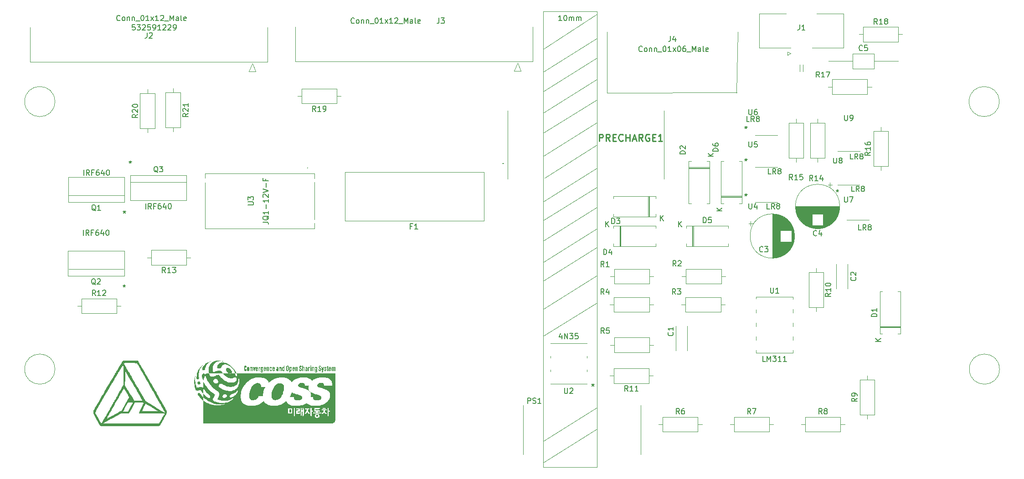
<source format=gbr>
%TF.GenerationSoftware,KiCad,Pcbnew,(6.0.2)*%
%TF.CreationDate,2022-07-14T16:29:58+09:00*%
%TF.ProjectId,TSAL&DIS,5453414c-2644-4495-932e-6b696361645f,rev?*%
%TF.SameCoordinates,Original*%
%TF.FileFunction,Legend,Top*%
%TF.FilePolarity,Positive*%
%FSLAX46Y46*%
G04 Gerber Fmt 4.6, Leading zero omitted, Abs format (unit mm)*
G04 Created by KiCad (PCBNEW (6.0.2)) date 2022-07-14 16:29:58*
%MOMM*%
%LPD*%
G01*
G04 APERTURE LIST*
%ADD10C,0.120000*%
%ADD11C,0.150000*%
%ADD12C,0.254000*%
%ADD13C,0.200000*%
%ADD14C,0.100000*%
G04 APERTURE END LIST*
D10*
X230500000Y-100750000D02*
X230500000Y-105250000D01*
X230500000Y-140625000D02*
X220500000Y-146875000D01*
X220500000Y-100250000D02*
X230500000Y-100250000D01*
X230500000Y-100250000D02*
X230500000Y-185000000D01*
X230500000Y-185000000D02*
X220500000Y-185000000D01*
X220500000Y-185000000D02*
X220500000Y-100250000D01*
X230500000Y-125000000D02*
X220750000Y-131250000D01*
X230500000Y-177875000D02*
X220500000Y-184125000D01*
X230500000Y-129375000D02*
X220500000Y-135625000D01*
X230500000Y-144125000D02*
X220500000Y-150375000D01*
X230500000Y-108875000D02*
X220500000Y-115125000D01*
X230500000Y-112875000D02*
X220500000Y-119125000D01*
X129800000Y-166750000D02*
G75*
G03*
X129800000Y-166750000I-2800000J0D01*
G01*
X230500000Y-173875000D02*
X220500000Y-180125000D01*
X220500000Y-107250000D02*
X230500000Y-100750000D01*
X129800000Y-117000000D02*
G75*
G03*
X129800000Y-117000000I-2800000J0D01*
G01*
X230500000Y-120875000D02*
X220500000Y-127125000D01*
X230500000Y-116625000D02*
X220500000Y-122875000D01*
X230500000Y-149375000D02*
X220500000Y-155625000D01*
X305250000Y-117000000D02*
G75*
G03*
X305250000Y-117000000I-2800000J0D01*
G01*
X230500000Y-105250000D02*
X220500000Y-111500000D01*
X305300000Y-166750000D02*
G75*
G03*
X305300000Y-166750000I-2800000J0D01*
G01*
X230500000Y-154375000D02*
X220500000Y-160625000D01*
X230500000Y-136625000D02*
X220500000Y-142875000D01*
X230500000Y-132875000D02*
X220500000Y-139125000D01*
D11*
X223976190Y-101952380D02*
X223404761Y-101952380D01*
X223690476Y-101952380D02*
X223690476Y-100952380D01*
X223595238Y-101095238D01*
X223500000Y-101190476D01*
X223404761Y-101238095D01*
X224595238Y-100952380D02*
X224690476Y-100952380D01*
X224785714Y-101000000D01*
X224833333Y-101047619D01*
X224880952Y-101142857D01*
X224928571Y-101333333D01*
X224928571Y-101571428D01*
X224880952Y-101761904D01*
X224833333Y-101857142D01*
X224785714Y-101904761D01*
X224690476Y-101952380D01*
X224595238Y-101952380D01*
X224500000Y-101904761D01*
X224452380Y-101857142D01*
X224404761Y-101761904D01*
X224357142Y-101571428D01*
X224357142Y-101333333D01*
X224404761Y-101142857D01*
X224452380Y-101047619D01*
X224500000Y-101000000D01*
X224595238Y-100952380D01*
X225357142Y-101952380D02*
X225357142Y-101285714D01*
X225357142Y-101380952D02*
X225404761Y-101333333D01*
X225500000Y-101285714D01*
X225642857Y-101285714D01*
X225738095Y-101333333D01*
X225785714Y-101428571D01*
X225785714Y-101952380D01*
X225785714Y-101428571D02*
X225833333Y-101333333D01*
X225928571Y-101285714D01*
X226071428Y-101285714D01*
X226166666Y-101333333D01*
X226214285Y-101428571D01*
X226214285Y-101952380D01*
X226690476Y-101952380D02*
X226690476Y-101285714D01*
X226690476Y-101380952D02*
X226738095Y-101333333D01*
X226833333Y-101285714D01*
X226976190Y-101285714D01*
X227071428Y-101333333D01*
X227119047Y-101428571D01*
X227119047Y-101952380D01*
X227119047Y-101428571D02*
X227166666Y-101333333D01*
X227261904Y-101285714D01*
X227404761Y-101285714D01*
X227500000Y-101333333D01*
X227547619Y-101428571D01*
X227547619Y-101952380D01*
%TO.C,U8*%
X274488095Y-127452380D02*
X274488095Y-128261904D01*
X274535714Y-128357142D01*
X274583333Y-128404761D01*
X274678571Y-128452380D01*
X274869047Y-128452380D01*
X274964285Y-128404761D01*
X275011904Y-128357142D01*
X275059523Y-128261904D01*
X275059523Y-127452380D01*
X275678571Y-127880952D02*
X275583333Y-127833333D01*
X275535714Y-127785714D01*
X275488095Y-127690476D01*
X275488095Y-127642857D01*
X275535714Y-127547619D01*
X275583333Y-127500000D01*
X275678571Y-127452380D01*
X275869047Y-127452380D01*
X275964285Y-127500000D01*
X276011904Y-127547619D01*
X276059523Y-127642857D01*
X276059523Y-127690476D01*
X276011904Y-127785714D01*
X275964285Y-127833333D01*
X275869047Y-127880952D01*
X275678571Y-127880952D01*
X275583333Y-127928571D01*
X275535714Y-127976190D01*
X275488095Y-128071428D01*
X275488095Y-128261904D01*
X275535714Y-128357142D01*
X275583333Y-128404761D01*
X275678571Y-128452380D01*
X275869047Y-128452380D01*
X275964285Y-128404761D01*
X276011904Y-128357142D01*
X276059523Y-128261904D01*
X276059523Y-128071428D01*
X276011904Y-127976190D01*
X275964285Y-127928571D01*
X275869047Y-127880952D01*
X278333333Y-133702380D02*
X277857142Y-133702380D01*
X277857142Y-132702380D01*
X279238095Y-133702380D02*
X278904761Y-133226190D01*
X278666666Y-133702380D02*
X278666666Y-132702380D01*
X279047619Y-132702380D01*
X279142857Y-132750000D01*
X279190476Y-132797619D01*
X279238095Y-132892857D01*
X279238095Y-133035714D01*
X279190476Y-133130952D01*
X279142857Y-133178571D01*
X279047619Y-133226190D01*
X278666666Y-133226190D01*
X279809523Y-133130952D02*
X279714285Y-133083333D01*
X279666666Y-133035714D01*
X279619047Y-132940476D01*
X279619047Y-132892857D01*
X279666666Y-132797619D01*
X279714285Y-132750000D01*
X279809523Y-132702380D01*
X280000000Y-132702380D01*
X280095238Y-132750000D01*
X280142857Y-132797619D01*
X280190476Y-132892857D01*
X280190476Y-132940476D01*
X280142857Y-133035714D01*
X280095238Y-133083333D01*
X280000000Y-133130952D01*
X279809523Y-133130952D01*
X279714285Y-133178571D01*
X279666666Y-133226190D01*
X279619047Y-133321428D01*
X279619047Y-133511904D01*
X279666666Y-133607142D01*
X279714285Y-133654761D01*
X279809523Y-133702380D01*
X280000000Y-133702380D01*
X280095238Y-133654761D01*
X280142857Y-133607142D01*
X280190476Y-133511904D01*
X280190476Y-133321428D01*
X280142857Y-133226190D01*
X280095238Y-133178571D01*
X280000000Y-133130952D01*
%TO.C,J4*%
X244166667Y-104830080D02*
X244166667Y-105544366D01*
X244119048Y-105687223D01*
X244023810Y-105782461D01*
X243880953Y-105830080D01*
X243785715Y-105830080D01*
X245071429Y-105163414D02*
X245071429Y-105830080D01*
X244833334Y-104782461D02*
X244595239Y-105496747D01*
X245214286Y-105496747D01*
X238916666Y-107607142D02*
X238869047Y-107654761D01*
X238726190Y-107702380D01*
X238630952Y-107702380D01*
X238488095Y-107654761D01*
X238392857Y-107559523D01*
X238345238Y-107464285D01*
X238297619Y-107273809D01*
X238297619Y-107130952D01*
X238345238Y-106940476D01*
X238392857Y-106845238D01*
X238488095Y-106750000D01*
X238630952Y-106702380D01*
X238726190Y-106702380D01*
X238869047Y-106750000D01*
X238916666Y-106797619D01*
X239488095Y-107702380D02*
X239392857Y-107654761D01*
X239345238Y-107607142D01*
X239297619Y-107511904D01*
X239297619Y-107226190D01*
X239345238Y-107130952D01*
X239392857Y-107083333D01*
X239488095Y-107035714D01*
X239630952Y-107035714D01*
X239726190Y-107083333D01*
X239773809Y-107130952D01*
X239821428Y-107226190D01*
X239821428Y-107511904D01*
X239773809Y-107607142D01*
X239726190Y-107654761D01*
X239630952Y-107702380D01*
X239488095Y-107702380D01*
X240250000Y-107035714D02*
X240250000Y-107702380D01*
X240250000Y-107130952D02*
X240297619Y-107083333D01*
X240392857Y-107035714D01*
X240535714Y-107035714D01*
X240630952Y-107083333D01*
X240678571Y-107178571D01*
X240678571Y-107702380D01*
X241154761Y-107035714D02*
X241154761Y-107702380D01*
X241154761Y-107130952D02*
X241202380Y-107083333D01*
X241297619Y-107035714D01*
X241440476Y-107035714D01*
X241535714Y-107083333D01*
X241583333Y-107178571D01*
X241583333Y-107702380D01*
X241821428Y-107797619D02*
X242583333Y-107797619D01*
X243011904Y-106702380D02*
X243107142Y-106702380D01*
X243202380Y-106750000D01*
X243250000Y-106797619D01*
X243297619Y-106892857D01*
X243345238Y-107083333D01*
X243345238Y-107321428D01*
X243297619Y-107511904D01*
X243250000Y-107607142D01*
X243202380Y-107654761D01*
X243107142Y-107702380D01*
X243011904Y-107702380D01*
X242916666Y-107654761D01*
X242869047Y-107607142D01*
X242821428Y-107511904D01*
X242773809Y-107321428D01*
X242773809Y-107083333D01*
X242821428Y-106892857D01*
X242869047Y-106797619D01*
X242916666Y-106750000D01*
X243011904Y-106702380D01*
X244297619Y-107702380D02*
X243726190Y-107702380D01*
X244011904Y-107702380D02*
X244011904Y-106702380D01*
X243916666Y-106845238D01*
X243821428Y-106940476D01*
X243726190Y-106988095D01*
X244630952Y-107702380D02*
X245154761Y-107035714D01*
X244630952Y-107035714D02*
X245154761Y-107702380D01*
X245726190Y-106702380D02*
X245821428Y-106702380D01*
X245916666Y-106750000D01*
X245964285Y-106797619D01*
X246011904Y-106892857D01*
X246059523Y-107083333D01*
X246059523Y-107321428D01*
X246011904Y-107511904D01*
X245964285Y-107607142D01*
X245916666Y-107654761D01*
X245821428Y-107702380D01*
X245726190Y-107702380D01*
X245630952Y-107654761D01*
X245583333Y-107607142D01*
X245535714Y-107511904D01*
X245488095Y-107321428D01*
X245488095Y-107083333D01*
X245535714Y-106892857D01*
X245583333Y-106797619D01*
X245630952Y-106750000D01*
X245726190Y-106702380D01*
X246916666Y-106702380D02*
X246726190Y-106702380D01*
X246630952Y-106750000D01*
X246583333Y-106797619D01*
X246488095Y-106940476D01*
X246440476Y-107130952D01*
X246440476Y-107511904D01*
X246488095Y-107607142D01*
X246535714Y-107654761D01*
X246630952Y-107702380D01*
X246821428Y-107702380D01*
X246916666Y-107654761D01*
X246964285Y-107607142D01*
X247011904Y-107511904D01*
X247011904Y-107273809D01*
X246964285Y-107178571D01*
X246916666Y-107130952D01*
X246821428Y-107083333D01*
X246630952Y-107083333D01*
X246535714Y-107130952D01*
X246488095Y-107178571D01*
X246440476Y-107273809D01*
X247202380Y-107797619D02*
X247964285Y-107797619D01*
X248202380Y-107702380D02*
X248202380Y-106702380D01*
X248535714Y-107416666D01*
X248869047Y-106702380D01*
X248869047Y-107702380D01*
X249773809Y-107702380D02*
X249773809Y-107178571D01*
X249726190Y-107083333D01*
X249630952Y-107035714D01*
X249440476Y-107035714D01*
X249345238Y-107083333D01*
X249773809Y-107654761D02*
X249678571Y-107702380D01*
X249440476Y-107702380D01*
X249345238Y-107654761D01*
X249297619Y-107559523D01*
X249297619Y-107464285D01*
X249345238Y-107369047D01*
X249440476Y-107321428D01*
X249678571Y-107321428D01*
X249773809Y-107273809D01*
X250392857Y-107702380D02*
X250297619Y-107654761D01*
X250250000Y-107559523D01*
X250250000Y-106702380D01*
X251154761Y-107654761D02*
X251059523Y-107702380D01*
X250869047Y-107702380D01*
X250773809Y-107654761D01*
X250726190Y-107559523D01*
X250726190Y-107178571D01*
X250773809Y-107083333D01*
X250869047Y-107035714D01*
X251059523Y-107035714D01*
X251154761Y-107083333D01*
X251202380Y-107178571D01*
X251202380Y-107273809D01*
X250726190Y-107369047D01*
%TO.C,J2*%
X146916666Y-104202380D02*
X146916666Y-104916666D01*
X146869047Y-105059523D01*
X146773809Y-105154761D01*
X146630952Y-105202380D01*
X146535714Y-105202380D01*
X147345238Y-104297619D02*
X147392857Y-104250000D01*
X147488095Y-104202380D01*
X147726190Y-104202380D01*
X147821428Y-104250000D01*
X147869047Y-104297619D01*
X147916666Y-104392857D01*
X147916666Y-104488095D01*
X147869047Y-104630952D01*
X147297619Y-105202380D01*
X147916666Y-105202380D01*
X141916666Y-101857142D02*
X141869047Y-101904761D01*
X141726190Y-101952380D01*
X141630952Y-101952380D01*
X141488095Y-101904761D01*
X141392857Y-101809523D01*
X141345238Y-101714285D01*
X141297619Y-101523809D01*
X141297619Y-101380952D01*
X141345238Y-101190476D01*
X141392857Y-101095238D01*
X141488095Y-101000000D01*
X141630952Y-100952380D01*
X141726190Y-100952380D01*
X141869047Y-101000000D01*
X141916666Y-101047619D01*
X142488095Y-101952380D02*
X142392857Y-101904761D01*
X142345238Y-101857142D01*
X142297619Y-101761904D01*
X142297619Y-101476190D01*
X142345238Y-101380952D01*
X142392857Y-101333333D01*
X142488095Y-101285714D01*
X142630952Y-101285714D01*
X142726190Y-101333333D01*
X142773809Y-101380952D01*
X142821428Y-101476190D01*
X142821428Y-101761904D01*
X142773809Y-101857142D01*
X142726190Y-101904761D01*
X142630952Y-101952380D01*
X142488095Y-101952380D01*
X143250000Y-101285714D02*
X143250000Y-101952380D01*
X143250000Y-101380952D02*
X143297619Y-101333333D01*
X143392857Y-101285714D01*
X143535714Y-101285714D01*
X143630952Y-101333333D01*
X143678571Y-101428571D01*
X143678571Y-101952380D01*
X144154761Y-101285714D02*
X144154761Y-101952380D01*
X144154761Y-101380952D02*
X144202380Y-101333333D01*
X144297619Y-101285714D01*
X144440476Y-101285714D01*
X144535714Y-101333333D01*
X144583333Y-101428571D01*
X144583333Y-101952380D01*
X144821428Y-102047619D02*
X145583333Y-102047619D01*
X146011904Y-100952380D02*
X146107142Y-100952380D01*
X146202380Y-101000000D01*
X146250000Y-101047619D01*
X146297619Y-101142857D01*
X146345238Y-101333333D01*
X146345238Y-101571428D01*
X146297619Y-101761904D01*
X146250000Y-101857142D01*
X146202380Y-101904761D01*
X146107142Y-101952380D01*
X146011904Y-101952380D01*
X145916666Y-101904761D01*
X145869047Y-101857142D01*
X145821428Y-101761904D01*
X145773809Y-101571428D01*
X145773809Y-101333333D01*
X145821428Y-101142857D01*
X145869047Y-101047619D01*
X145916666Y-101000000D01*
X146011904Y-100952380D01*
X147297619Y-101952380D02*
X146726190Y-101952380D01*
X147011904Y-101952380D02*
X147011904Y-100952380D01*
X146916666Y-101095238D01*
X146821428Y-101190476D01*
X146726190Y-101238095D01*
X147630952Y-101952380D02*
X148154761Y-101285714D01*
X147630952Y-101285714D02*
X148154761Y-101952380D01*
X149059523Y-101952380D02*
X148488095Y-101952380D01*
X148773809Y-101952380D02*
X148773809Y-100952380D01*
X148678571Y-101095238D01*
X148583333Y-101190476D01*
X148488095Y-101238095D01*
X149440476Y-101047619D02*
X149488095Y-101000000D01*
X149583333Y-100952380D01*
X149821428Y-100952380D01*
X149916666Y-101000000D01*
X149964285Y-101047619D01*
X150011904Y-101142857D01*
X150011904Y-101238095D01*
X149964285Y-101380952D01*
X149392857Y-101952380D01*
X150011904Y-101952380D01*
X150202380Y-102047619D02*
X150964285Y-102047619D01*
X151202380Y-101952380D02*
X151202380Y-100952380D01*
X151535714Y-101666666D01*
X151869047Y-100952380D01*
X151869047Y-101952380D01*
X152773809Y-101952380D02*
X152773809Y-101428571D01*
X152726190Y-101333333D01*
X152630952Y-101285714D01*
X152440476Y-101285714D01*
X152345238Y-101333333D01*
X152773809Y-101904761D02*
X152678571Y-101952380D01*
X152440476Y-101952380D01*
X152345238Y-101904761D01*
X152297619Y-101809523D01*
X152297619Y-101714285D01*
X152345238Y-101619047D01*
X152440476Y-101571428D01*
X152678571Y-101571428D01*
X152773809Y-101523809D01*
X153392857Y-101952380D02*
X153297619Y-101904761D01*
X153250000Y-101809523D01*
X153250000Y-100952380D01*
X154154761Y-101904761D02*
X154059523Y-101952380D01*
X153869047Y-101952380D01*
X153773809Y-101904761D01*
X153726190Y-101809523D01*
X153726190Y-101428571D01*
X153773809Y-101333333D01*
X153869047Y-101285714D01*
X154059523Y-101285714D01*
X154154761Y-101333333D01*
X154202380Y-101428571D01*
X154202380Y-101523809D01*
X153726190Y-101619047D01*
X144678571Y-102702380D02*
X144202380Y-102702380D01*
X144154761Y-103178571D01*
X144202380Y-103130952D01*
X144297619Y-103083333D01*
X144535714Y-103083333D01*
X144630952Y-103130952D01*
X144678571Y-103178571D01*
X144726190Y-103273809D01*
X144726190Y-103511904D01*
X144678571Y-103607142D01*
X144630952Y-103654761D01*
X144535714Y-103702380D01*
X144297619Y-103702380D01*
X144202380Y-103654761D01*
X144154761Y-103607142D01*
X145059523Y-102702380D02*
X145678571Y-102702380D01*
X145345238Y-103083333D01*
X145488095Y-103083333D01*
X145583333Y-103130952D01*
X145630952Y-103178571D01*
X145678571Y-103273809D01*
X145678571Y-103511904D01*
X145630952Y-103607142D01*
X145583333Y-103654761D01*
X145488095Y-103702380D01*
X145202380Y-103702380D01*
X145107142Y-103654761D01*
X145059523Y-103607142D01*
X146059523Y-102797619D02*
X146107142Y-102750000D01*
X146202380Y-102702380D01*
X146440476Y-102702380D01*
X146535714Y-102750000D01*
X146583333Y-102797619D01*
X146630952Y-102892857D01*
X146630952Y-102988095D01*
X146583333Y-103130952D01*
X146011904Y-103702380D01*
X146630952Y-103702380D01*
X147535714Y-102702380D02*
X147059523Y-102702380D01*
X147011904Y-103178571D01*
X147059523Y-103130952D01*
X147154761Y-103083333D01*
X147392857Y-103083333D01*
X147488095Y-103130952D01*
X147535714Y-103178571D01*
X147583333Y-103273809D01*
X147583333Y-103511904D01*
X147535714Y-103607142D01*
X147488095Y-103654761D01*
X147392857Y-103702380D01*
X147154761Y-103702380D01*
X147059523Y-103654761D01*
X147011904Y-103607142D01*
X148059523Y-103702380D02*
X148250000Y-103702380D01*
X148345238Y-103654761D01*
X148392857Y-103607142D01*
X148488095Y-103464285D01*
X148535714Y-103273809D01*
X148535714Y-102892857D01*
X148488095Y-102797619D01*
X148440476Y-102750000D01*
X148345238Y-102702380D01*
X148154761Y-102702380D01*
X148059523Y-102750000D01*
X148011904Y-102797619D01*
X147964285Y-102892857D01*
X147964285Y-103130952D01*
X148011904Y-103226190D01*
X148059523Y-103273809D01*
X148154761Y-103321428D01*
X148345238Y-103321428D01*
X148440476Y-103273809D01*
X148488095Y-103226190D01*
X148535714Y-103130952D01*
X149488095Y-103702380D02*
X148916666Y-103702380D01*
X149202380Y-103702380D02*
X149202380Y-102702380D01*
X149107142Y-102845238D01*
X149011904Y-102940476D01*
X148916666Y-102988095D01*
X149869047Y-102797619D02*
X149916666Y-102750000D01*
X150011904Y-102702380D01*
X150250000Y-102702380D01*
X150345238Y-102750000D01*
X150392857Y-102797619D01*
X150440476Y-102892857D01*
X150440476Y-102988095D01*
X150392857Y-103130952D01*
X149821428Y-103702380D01*
X150440476Y-103702380D01*
X150821428Y-102797619D02*
X150869047Y-102750000D01*
X150964285Y-102702380D01*
X151202380Y-102702380D01*
X151297619Y-102750000D01*
X151345238Y-102797619D01*
X151392857Y-102892857D01*
X151392857Y-102988095D01*
X151345238Y-103130952D01*
X150773809Y-103702380D01*
X151392857Y-103702380D01*
X151869047Y-103702380D02*
X152059523Y-103702380D01*
X152154761Y-103654761D01*
X152202380Y-103607142D01*
X152297619Y-103464285D01*
X152345238Y-103273809D01*
X152345238Y-102892857D01*
X152297619Y-102797619D01*
X152250000Y-102750000D01*
X152154761Y-102702380D01*
X151964285Y-102702380D01*
X151869047Y-102750000D01*
X151821428Y-102797619D01*
X151773809Y-102892857D01*
X151773809Y-103130952D01*
X151821428Y-103226190D01*
X151869047Y-103273809D01*
X151964285Y-103321428D01*
X152154761Y-103321428D01*
X152250000Y-103273809D01*
X152297619Y-103226190D01*
X152345238Y-103130952D01*
%TO.C,R7*%
X259083333Y-175082380D02*
X258750000Y-174606190D01*
X258511904Y-175082380D02*
X258511904Y-174082380D01*
X258892857Y-174082380D01*
X258988095Y-174130000D01*
X259035714Y-174177619D01*
X259083333Y-174272857D01*
X259083333Y-174415714D01*
X259035714Y-174510952D01*
X258988095Y-174558571D01*
X258892857Y-174606190D01*
X258511904Y-174606190D01*
X259416666Y-174082380D02*
X260083333Y-174082380D01*
X259654761Y-175082380D01*
%TO.C,U5*%
X258738095Y-124452380D02*
X258738095Y-125261904D01*
X258785714Y-125357142D01*
X258833333Y-125404761D01*
X258928571Y-125452380D01*
X259119047Y-125452380D01*
X259214285Y-125404761D01*
X259261904Y-125357142D01*
X259309523Y-125261904D01*
X259309523Y-124452380D01*
X260261904Y-124452380D02*
X259785714Y-124452380D01*
X259738095Y-124928571D01*
X259785714Y-124880952D01*
X259880952Y-124833333D01*
X260119047Y-124833333D01*
X260214285Y-124880952D01*
X260261904Y-124928571D01*
X260309523Y-125023809D01*
X260309523Y-125261904D01*
X260261904Y-125357142D01*
X260214285Y-125404761D01*
X260119047Y-125452380D01*
X259880952Y-125452380D01*
X259785714Y-125404761D01*
X259738095Y-125357142D01*
X262833333Y-130452380D02*
X262357142Y-130452380D01*
X262357142Y-129452380D01*
X263738095Y-130452380D02*
X263404761Y-129976190D01*
X263166666Y-130452380D02*
X263166666Y-129452380D01*
X263547619Y-129452380D01*
X263642857Y-129500000D01*
X263690476Y-129547619D01*
X263738095Y-129642857D01*
X263738095Y-129785714D01*
X263690476Y-129880952D01*
X263642857Y-129928571D01*
X263547619Y-129976190D01*
X263166666Y-129976190D01*
X264309523Y-129880952D02*
X264214285Y-129833333D01*
X264166666Y-129785714D01*
X264119047Y-129690476D01*
X264119047Y-129642857D01*
X264166666Y-129547619D01*
X264214285Y-129500000D01*
X264309523Y-129452380D01*
X264500000Y-129452380D01*
X264595238Y-129500000D01*
X264642857Y-129547619D01*
X264690476Y-129642857D01*
X264690476Y-129690476D01*
X264642857Y-129785714D01*
X264595238Y-129833333D01*
X264500000Y-129880952D01*
X264309523Y-129880952D01*
X264214285Y-129928571D01*
X264166666Y-129976190D01*
X264119047Y-130071428D01*
X264119047Y-130261904D01*
X264166666Y-130357142D01*
X264214285Y-130404761D01*
X264309523Y-130452380D01*
X264500000Y-130452380D01*
X264595238Y-130404761D01*
X264642857Y-130357142D01*
X264690476Y-130261904D01*
X264690476Y-130071428D01*
X264642857Y-129976190D01*
X264595238Y-129928571D01*
X264500000Y-129880952D01*
X258190000Y-127595380D02*
X258190000Y-127833476D01*
X257951904Y-127738238D02*
X258190000Y-127833476D01*
X258428095Y-127738238D01*
X258047142Y-128023952D02*
X258190000Y-127833476D01*
X258332857Y-128023952D01*
%TO.C,R5*%
X231873333Y-160074680D02*
X231540000Y-159598490D01*
X231301904Y-160074680D02*
X231301904Y-159074680D01*
X231682857Y-159074680D01*
X231778095Y-159122300D01*
X231825714Y-159169919D01*
X231873333Y-159265157D01*
X231873333Y-159408014D01*
X231825714Y-159503252D01*
X231778095Y-159550871D01*
X231682857Y-159598490D01*
X231301904Y-159598490D01*
X232778095Y-159074680D02*
X232301904Y-159074680D01*
X232254285Y-159550871D01*
X232301904Y-159503252D01*
X232397142Y-159455633D01*
X232635238Y-159455633D01*
X232730476Y-159503252D01*
X232778095Y-159550871D01*
X232825714Y-159646109D01*
X232825714Y-159884204D01*
X232778095Y-159979442D01*
X232730476Y-160027061D01*
X232635238Y-160074680D01*
X232397142Y-160074680D01*
X232301904Y-160027061D01*
X232254285Y-159979442D01*
%TO.C,Q1*%
X137404761Y-137297619D02*
X137309523Y-137250000D01*
X137214285Y-137154761D01*
X137071428Y-137011904D01*
X136976190Y-136964285D01*
X136880952Y-136964285D01*
X136928571Y-137202380D02*
X136833333Y-137154761D01*
X136738095Y-137059523D01*
X136690476Y-136869047D01*
X136690476Y-136535714D01*
X136738095Y-136345238D01*
X136833333Y-136250000D01*
X136928571Y-136202380D01*
X137119047Y-136202380D01*
X137214285Y-136250000D01*
X137309523Y-136345238D01*
X137357142Y-136535714D01*
X137357142Y-136869047D01*
X137309523Y-137059523D01*
X137214285Y-137154761D01*
X137119047Y-137202380D01*
X136928571Y-137202380D01*
X138309523Y-137202380D02*
X137738095Y-137202380D01*
X138023809Y-137202380D02*
X138023809Y-136202380D01*
X137928571Y-136345238D01*
X137833333Y-136440476D01*
X137738095Y-136488095D01*
X135182857Y-130702380D02*
X135182857Y-129702380D01*
X136230476Y-130702380D02*
X135897142Y-130226190D01*
X135659047Y-130702380D02*
X135659047Y-129702380D01*
X136040000Y-129702380D01*
X136135238Y-129750000D01*
X136182857Y-129797619D01*
X136230476Y-129892857D01*
X136230476Y-130035714D01*
X136182857Y-130130952D01*
X136135238Y-130178571D01*
X136040000Y-130226190D01*
X135659047Y-130226190D01*
X136992380Y-130178571D02*
X136659047Y-130178571D01*
X136659047Y-130702380D02*
X136659047Y-129702380D01*
X137135238Y-129702380D01*
X137944761Y-129702380D02*
X137754285Y-129702380D01*
X137659047Y-129750000D01*
X137611428Y-129797619D01*
X137516190Y-129940476D01*
X137468571Y-130130952D01*
X137468571Y-130511904D01*
X137516190Y-130607142D01*
X137563809Y-130654761D01*
X137659047Y-130702380D01*
X137849523Y-130702380D01*
X137944761Y-130654761D01*
X137992380Y-130607142D01*
X138040000Y-130511904D01*
X138040000Y-130273809D01*
X137992380Y-130178571D01*
X137944761Y-130130952D01*
X137849523Y-130083333D01*
X137659047Y-130083333D01*
X137563809Y-130130952D01*
X137516190Y-130178571D01*
X137468571Y-130273809D01*
X138897142Y-130035714D02*
X138897142Y-130702380D01*
X138659047Y-129654761D02*
X138420952Y-130369047D01*
X139040000Y-130369047D01*
X139611428Y-129702380D02*
X139706666Y-129702380D01*
X139801904Y-129750000D01*
X139849523Y-129797619D01*
X139897142Y-129892857D01*
X139944761Y-130083333D01*
X139944761Y-130321428D01*
X139897142Y-130511904D01*
X139849523Y-130607142D01*
X139801904Y-130654761D01*
X139706666Y-130702380D01*
X139611428Y-130702380D01*
X139516190Y-130654761D01*
X139468571Y-130607142D01*
X139420952Y-130511904D01*
X139373333Y-130321428D01*
X139373333Y-130083333D01*
X139420952Y-129892857D01*
X139468571Y-129797619D01*
X139516190Y-129750000D01*
X139611428Y-129702380D01*
X142732400Y-137282380D02*
X142732400Y-137520476D01*
X142494304Y-137425238D02*
X142732400Y-137520476D01*
X142970495Y-137425238D01*
X142589542Y-137710952D02*
X142732400Y-137520476D01*
X142875257Y-137710952D01*
%TO.C,F1*%
X196166666Y-140178571D02*
X195833333Y-140178571D01*
X195833333Y-140702380D02*
X195833333Y-139702380D01*
X196309523Y-139702380D01*
X197214285Y-140702380D02*
X196642857Y-140702380D01*
X196928571Y-140702380D02*
X196928571Y-139702380D01*
X196833333Y-139845238D01*
X196738095Y-139940476D01*
X196642857Y-139988095D01*
%TO.C,PS1*%
X217649714Y-173118380D02*
X217649714Y-172118380D01*
X218030666Y-172118380D01*
X218125904Y-172166000D01*
X218173523Y-172213619D01*
X218221142Y-172308857D01*
X218221142Y-172451714D01*
X218173523Y-172546952D01*
X218125904Y-172594571D01*
X218030666Y-172642190D01*
X217649714Y-172642190D01*
X218602095Y-173070761D02*
X218744952Y-173118380D01*
X218983047Y-173118380D01*
X219078285Y-173070761D01*
X219125904Y-173023142D01*
X219173523Y-172927904D01*
X219173523Y-172832666D01*
X219125904Y-172737428D01*
X219078285Y-172689809D01*
X218983047Y-172642190D01*
X218792571Y-172594571D01*
X218697333Y-172546952D01*
X218649714Y-172499333D01*
X218602095Y-172404095D01*
X218602095Y-172308857D01*
X218649714Y-172213619D01*
X218697333Y-172166000D01*
X218792571Y-172118380D01*
X219030666Y-172118380D01*
X219173523Y-172166000D01*
X220125904Y-173118380D02*
X219554476Y-173118380D01*
X219840190Y-173118380D02*
X219840190Y-172118380D01*
X219744952Y-172261238D01*
X219649714Y-172356476D01*
X219554476Y-172404095D01*
%TO.C,R19*%
X178277142Y-118822380D02*
X177943809Y-118346190D01*
X177705714Y-118822380D02*
X177705714Y-117822380D01*
X178086666Y-117822380D01*
X178181904Y-117870000D01*
X178229523Y-117917619D01*
X178277142Y-118012857D01*
X178277142Y-118155714D01*
X178229523Y-118250952D01*
X178181904Y-118298571D01*
X178086666Y-118346190D01*
X177705714Y-118346190D01*
X179229523Y-118822380D02*
X178658095Y-118822380D01*
X178943809Y-118822380D02*
X178943809Y-117822380D01*
X178848571Y-117965238D01*
X178753333Y-118060476D01*
X178658095Y-118108095D01*
X179705714Y-118822380D02*
X179896190Y-118822380D01*
X179991428Y-118774761D01*
X180039047Y-118727142D01*
X180134285Y-118584285D01*
X180181904Y-118393809D01*
X180181904Y-118012857D01*
X180134285Y-117917619D01*
X180086666Y-117870000D01*
X179991428Y-117822380D01*
X179800952Y-117822380D01*
X179705714Y-117870000D01*
X179658095Y-117917619D01*
X179610476Y-118012857D01*
X179610476Y-118250952D01*
X179658095Y-118346190D01*
X179705714Y-118393809D01*
X179800952Y-118441428D01*
X179991428Y-118441428D01*
X180086666Y-118393809D01*
X180134285Y-118346190D01*
X180181904Y-118250952D01*
%TO.C,R11*%
X236277142Y-170822380D02*
X235943809Y-170346190D01*
X235705714Y-170822380D02*
X235705714Y-169822380D01*
X236086666Y-169822380D01*
X236181904Y-169870000D01*
X236229523Y-169917619D01*
X236277142Y-170012857D01*
X236277142Y-170155714D01*
X236229523Y-170250952D01*
X236181904Y-170298571D01*
X236086666Y-170346190D01*
X235705714Y-170346190D01*
X237229523Y-170822380D02*
X236658095Y-170822380D01*
X236943809Y-170822380D02*
X236943809Y-169822380D01*
X236848571Y-169965238D01*
X236753333Y-170060476D01*
X236658095Y-170108095D01*
X238181904Y-170822380D02*
X237610476Y-170822380D01*
X237896190Y-170822380D02*
X237896190Y-169822380D01*
X237800952Y-169965238D01*
X237705714Y-170060476D01*
X237610476Y-170108095D01*
%TO.C,R4*%
X231833333Y-152824680D02*
X231500000Y-152348490D01*
X231261904Y-152824680D02*
X231261904Y-151824680D01*
X231642857Y-151824680D01*
X231738095Y-151872300D01*
X231785714Y-151919919D01*
X231833333Y-152015157D01*
X231833333Y-152158014D01*
X231785714Y-152253252D01*
X231738095Y-152300871D01*
X231642857Y-152348490D01*
X231261904Y-152348490D01*
X232690476Y-152158014D02*
X232690476Y-152824680D01*
X232452380Y-151777061D02*
X232214285Y-152491347D01*
X232833333Y-152491347D01*
%TO.C,D1*%
X282532380Y-156988095D02*
X281532380Y-156988095D01*
X281532380Y-156750000D01*
X281580000Y-156607142D01*
X281675238Y-156511904D01*
X281770476Y-156464285D01*
X281960952Y-156416666D01*
X282103809Y-156416666D01*
X282294285Y-156464285D01*
X282389523Y-156511904D01*
X282484761Y-156607142D01*
X282532380Y-156750000D01*
X282532380Y-156988095D01*
X282532380Y-155464285D02*
X282532380Y-156035714D01*
X282532380Y-155750000D02*
X281532380Y-155750000D01*
X281675238Y-155845238D01*
X281770476Y-155940476D01*
X281818095Y-156035714D01*
X283252380Y-161591904D02*
X282252380Y-161591904D01*
X283252380Y-161020476D02*
X282680952Y-161449047D01*
X282252380Y-161020476D02*
X282823809Y-161591904D01*
%TO.C,R20*%
X145202380Y-119392857D02*
X144726190Y-119726190D01*
X145202380Y-119964285D02*
X144202380Y-119964285D01*
X144202380Y-119583333D01*
X144250000Y-119488095D01*
X144297619Y-119440476D01*
X144392857Y-119392857D01*
X144535714Y-119392857D01*
X144630952Y-119440476D01*
X144678571Y-119488095D01*
X144726190Y-119583333D01*
X144726190Y-119964285D01*
X144297619Y-119011904D02*
X144250000Y-118964285D01*
X144202380Y-118869047D01*
X144202380Y-118630952D01*
X144250000Y-118535714D01*
X144297619Y-118488095D01*
X144392857Y-118440476D01*
X144488095Y-118440476D01*
X144630952Y-118488095D01*
X145202380Y-119059523D01*
X145202380Y-118440476D01*
X144202380Y-117821428D02*
X144202380Y-117726190D01*
X144250000Y-117630952D01*
X144297619Y-117583333D01*
X144392857Y-117535714D01*
X144583333Y-117488095D01*
X144821428Y-117488095D01*
X145011904Y-117535714D01*
X145107142Y-117583333D01*
X145154761Y-117630952D01*
X145202380Y-117726190D01*
X145202380Y-117821428D01*
X145154761Y-117916666D01*
X145107142Y-117964285D01*
X145011904Y-118011904D01*
X144821428Y-118059523D01*
X144583333Y-118059523D01*
X144392857Y-118011904D01*
X144297619Y-117964285D01*
X144250000Y-117916666D01*
X144202380Y-117821428D01*
%TO.C,U3*%
X165702380Y-136221904D02*
X166511904Y-136221904D01*
X166607142Y-136174285D01*
X166654761Y-136126666D01*
X166702380Y-136031428D01*
X166702380Y-135840952D01*
X166654761Y-135745714D01*
X166607142Y-135698095D01*
X166511904Y-135650476D01*
X165702380Y-135650476D01*
X165702380Y-135269523D02*
X165702380Y-134650476D01*
X166083333Y-134983809D01*
X166083333Y-134840952D01*
X166130952Y-134745714D01*
X166178571Y-134698095D01*
X166273809Y-134650476D01*
X166511904Y-134650476D01*
X166607142Y-134698095D01*
X166654761Y-134745714D01*
X166702380Y-134840952D01*
X166702380Y-135126666D01*
X166654761Y-135221904D01*
X166607142Y-135269523D01*
X168452380Y-139404761D02*
X169166666Y-139404761D01*
X169309523Y-139452380D01*
X169404761Y-139547619D01*
X169452380Y-139690476D01*
X169452380Y-139785714D01*
X169547619Y-138261904D02*
X169500000Y-138357142D01*
X169404761Y-138452380D01*
X169261904Y-138595238D01*
X169214285Y-138690476D01*
X169214285Y-138785714D01*
X169452380Y-138738095D02*
X169404761Y-138833333D01*
X169309523Y-138928571D01*
X169119047Y-138976190D01*
X168785714Y-138976190D01*
X168595238Y-138928571D01*
X168500000Y-138833333D01*
X168452380Y-138738095D01*
X168452380Y-138547619D01*
X168500000Y-138452380D01*
X168595238Y-138357142D01*
X168785714Y-138309523D01*
X169119047Y-138309523D01*
X169309523Y-138357142D01*
X169404761Y-138452380D01*
X169452380Y-138547619D01*
X169452380Y-138738095D01*
X169452380Y-137357142D02*
X169452380Y-137928571D01*
X169452380Y-137642857D02*
X168452380Y-137642857D01*
X168595238Y-137738095D01*
X168690476Y-137833333D01*
X168738095Y-137928571D01*
X169071428Y-136928571D02*
X169071428Y-136166666D01*
X169452380Y-135166666D02*
X169452380Y-135738095D01*
X169452380Y-135452380D02*
X168452380Y-135452380D01*
X168595238Y-135547619D01*
X168690476Y-135642857D01*
X168738095Y-135738095D01*
X168547619Y-134785714D02*
X168500000Y-134738095D01*
X168452380Y-134642857D01*
X168452380Y-134404761D01*
X168500000Y-134309523D01*
X168547619Y-134261904D01*
X168642857Y-134214285D01*
X168738095Y-134214285D01*
X168880952Y-134261904D01*
X169452380Y-134833333D01*
X169452380Y-134214285D01*
X168452380Y-133928571D02*
X169452380Y-133595238D01*
X168452380Y-133261904D01*
X169071428Y-132928571D02*
X169071428Y-132166666D01*
X168928571Y-131357142D02*
X168928571Y-131690476D01*
X169452380Y-131690476D02*
X168452380Y-131690476D01*
X168452380Y-131214285D01*
%TO.C,D4*%
X231761904Y-145452380D02*
X231761904Y-144452380D01*
X232000000Y-144452380D01*
X232142857Y-144500000D01*
X232238095Y-144595238D01*
X232285714Y-144690476D01*
X232333333Y-144880952D01*
X232333333Y-145023809D01*
X232285714Y-145214285D01*
X232238095Y-145309523D01*
X232142857Y-145404761D01*
X232000000Y-145452380D01*
X231761904Y-145452380D01*
X233190476Y-144785714D02*
X233190476Y-145452380D01*
X232952380Y-144404761D02*
X232714285Y-145119047D01*
X233333333Y-145119047D01*
X232158095Y-140252380D02*
X232158095Y-139252380D01*
X232729523Y-140252380D02*
X232300952Y-139680952D01*
X232729523Y-139252380D02*
X232158095Y-139823809D01*
%TO.C,R21*%
X154572380Y-119222857D02*
X154096190Y-119556190D01*
X154572380Y-119794285D02*
X153572380Y-119794285D01*
X153572380Y-119413333D01*
X153620000Y-119318095D01*
X153667619Y-119270476D01*
X153762857Y-119222857D01*
X153905714Y-119222857D01*
X154000952Y-119270476D01*
X154048571Y-119318095D01*
X154096190Y-119413333D01*
X154096190Y-119794285D01*
X153667619Y-118841904D02*
X153620000Y-118794285D01*
X153572380Y-118699047D01*
X153572380Y-118460952D01*
X153620000Y-118365714D01*
X153667619Y-118318095D01*
X153762857Y-118270476D01*
X153858095Y-118270476D01*
X154000952Y-118318095D01*
X154572380Y-118889523D01*
X154572380Y-118270476D01*
X154572380Y-117318095D02*
X154572380Y-117889523D01*
X154572380Y-117603809D02*
X153572380Y-117603809D01*
X153715238Y-117699047D01*
X153810476Y-117794285D01*
X153858095Y-117889523D01*
%TO.C,C5*%
X279833333Y-107437142D02*
X279785714Y-107484761D01*
X279642857Y-107532380D01*
X279547619Y-107532380D01*
X279404761Y-107484761D01*
X279309523Y-107389523D01*
X279261904Y-107294285D01*
X279214285Y-107103809D01*
X279214285Y-106960952D01*
X279261904Y-106770476D01*
X279309523Y-106675238D01*
X279404761Y-106580000D01*
X279547619Y-106532380D01*
X279642857Y-106532380D01*
X279785714Y-106580000D01*
X279833333Y-106627619D01*
X280738095Y-106532380D02*
X280261904Y-106532380D01*
X280214285Y-107008571D01*
X280261904Y-106960952D01*
X280357142Y-106913333D01*
X280595238Y-106913333D01*
X280690476Y-106960952D01*
X280738095Y-107008571D01*
X280785714Y-107103809D01*
X280785714Y-107341904D01*
X280738095Y-107437142D01*
X280690476Y-107484761D01*
X280595238Y-107532380D01*
X280357142Y-107532380D01*
X280261904Y-107484761D01*
X280214285Y-107437142D01*
%TO.C,U9*%
X276508095Y-119515380D02*
X276508095Y-120324904D01*
X276555714Y-120420142D01*
X276603333Y-120467761D01*
X276698571Y-120515380D01*
X276889047Y-120515380D01*
X276984285Y-120467761D01*
X277031904Y-120420142D01*
X277079523Y-120324904D01*
X277079523Y-119515380D01*
X277603333Y-120515380D02*
X277793809Y-120515380D01*
X277889047Y-120467761D01*
X277936666Y-120420142D01*
X278031904Y-120277285D01*
X278079523Y-120086809D01*
X278079523Y-119705857D01*
X278031904Y-119610619D01*
X277984285Y-119563000D01*
X277889047Y-119515380D01*
X277698571Y-119515380D01*
X277603333Y-119563000D01*
X277555714Y-119610619D01*
X277508095Y-119705857D01*
X277508095Y-119943952D01*
X277555714Y-120039190D01*
X277603333Y-120086809D01*
X277698571Y-120134428D01*
X277889047Y-120134428D01*
X277984285Y-120086809D01*
X278031904Y-120039190D01*
X278079523Y-119943952D01*
X278083333Y-127702380D02*
X277607142Y-127702380D01*
X277607142Y-126702380D01*
X278988095Y-127702380D02*
X278654761Y-127226190D01*
X278416666Y-127702380D02*
X278416666Y-126702380D01*
X278797619Y-126702380D01*
X278892857Y-126750000D01*
X278940476Y-126797619D01*
X278988095Y-126892857D01*
X278988095Y-127035714D01*
X278940476Y-127130952D01*
X278892857Y-127178571D01*
X278797619Y-127226190D01*
X278416666Y-127226190D01*
X279559523Y-127130952D02*
X279464285Y-127083333D01*
X279416666Y-127035714D01*
X279369047Y-126940476D01*
X279369047Y-126892857D01*
X279416666Y-126797619D01*
X279464285Y-126750000D01*
X279559523Y-126702380D01*
X279750000Y-126702380D01*
X279845238Y-126750000D01*
X279892857Y-126797619D01*
X279940476Y-126892857D01*
X279940476Y-126940476D01*
X279892857Y-127035714D01*
X279845238Y-127083333D01*
X279750000Y-127130952D01*
X279559523Y-127130952D01*
X279464285Y-127178571D01*
X279416666Y-127226190D01*
X279369047Y-127321428D01*
X279369047Y-127511904D01*
X279416666Y-127607142D01*
X279464285Y-127654761D01*
X279559523Y-127702380D01*
X279750000Y-127702380D01*
X279845238Y-127654761D01*
X279892857Y-127607142D01*
X279940476Y-127511904D01*
X279940476Y-127321428D01*
X279892857Y-127226190D01*
X279845238Y-127178571D01*
X279750000Y-127130952D01*
%TO.C,R18*%
X282607142Y-102582380D02*
X282273809Y-102106190D01*
X282035714Y-102582380D02*
X282035714Y-101582380D01*
X282416666Y-101582380D01*
X282511904Y-101630000D01*
X282559523Y-101677619D01*
X282607142Y-101772857D01*
X282607142Y-101915714D01*
X282559523Y-102010952D01*
X282511904Y-102058571D01*
X282416666Y-102106190D01*
X282035714Y-102106190D01*
X283559523Y-102582380D02*
X282988095Y-102582380D01*
X283273809Y-102582380D02*
X283273809Y-101582380D01*
X283178571Y-101725238D01*
X283083333Y-101820476D01*
X282988095Y-101868095D01*
X284130952Y-102010952D02*
X284035714Y-101963333D01*
X283988095Y-101915714D01*
X283940476Y-101820476D01*
X283940476Y-101772857D01*
X283988095Y-101677619D01*
X284035714Y-101630000D01*
X284130952Y-101582380D01*
X284321428Y-101582380D01*
X284416666Y-101630000D01*
X284464285Y-101677619D01*
X284511904Y-101772857D01*
X284511904Y-101820476D01*
X284464285Y-101915714D01*
X284416666Y-101963333D01*
X284321428Y-102010952D01*
X284130952Y-102010952D01*
X284035714Y-102058571D01*
X283988095Y-102106190D01*
X283940476Y-102201428D01*
X283940476Y-102391904D01*
X283988095Y-102487142D01*
X284035714Y-102534761D01*
X284130952Y-102582380D01*
X284321428Y-102582380D01*
X284416666Y-102534761D01*
X284464285Y-102487142D01*
X284511904Y-102391904D01*
X284511904Y-102201428D01*
X284464285Y-102106190D01*
X284416666Y-102058571D01*
X284321428Y-102010952D01*
%TO.C,C1*%
X244607142Y-159916666D02*
X244654761Y-159964285D01*
X244702380Y-160107142D01*
X244702380Y-160202380D01*
X244654761Y-160345238D01*
X244559523Y-160440476D01*
X244464285Y-160488095D01*
X244273809Y-160535714D01*
X244130952Y-160535714D01*
X243940476Y-160488095D01*
X243845238Y-160440476D01*
X243750000Y-160345238D01*
X243702380Y-160202380D01*
X243702380Y-160107142D01*
X243750000Y-159964285D01*
X243797619Y-159916666D01*
X244702380Y-158964285D02*
X244702380Y-159535714D01*
X244702380Y-159250000D02*
X243702380Y-159250000D01*
X243845238Y-159345238D01*
X243940476Y-159440476D01*
X243988095Y-159535714D01*
%TO.C,R14*%
X270607142Y-131702380D02*
X270273809Y-131226190D01*
X270035714Y-131702380D02*
X270035714Y-130702380D01*
X270416666Y-130702380D01*
X270511904Y-130750000D01*
X270559523Y-130797619D01*
X270607142Y-130892857D01*
X270607142Y-131035714D01*
X270559523Y-131130952D01*
X270511904Y-131178571D01*
X270416666Y-131226190D01*
X270035714Y-131226190D01*
X271559523Y-131702380D02*
X270988095Y-131702380D01*
X271273809Y-131702380D02*
X271273809Y-130702380D01*
X271178571Y-130845238D01*
X271083333Y-130940476D01*
X270988095Y-130988095D01*
X272416666Y-131035714D02*
X272416666Y-131702380D01*
X272178571Y-130654761D02*
X271940476Y-131369047D01*
X272559523Y-131369047D01*
%TO.C,C4*%
X271333333Y-141857142D02*
X271285714Y-141904761D01*
X271142857Y-141952380D01*
X271047619Y-141952380D01*
X270904761Y-141904761D01*
X270809523Y-141809523D01*
X270761904Y-141714285D01*
X270714285Y-141523809D01*
X270714285Y-141380952D01*
X270761904Y-141190476D01*
X270809523Y-141095238D01*
X270904761Y-141000000D01*
X271047619Y-140952380D01*
X271142857Y-140952380D01*
X271285714Y-141000000D01*
X271333333Y-141047619D01*
X272190476Y-141285714D02*
X272190476Y-141952380D01*
X271952380Y-140904761D02*
X271714285Y-141619047D01*
X272333333Y-141619047D01*
%TO.C,Q2*%
X137364761Y-151047619D02*
X137269523Y-151000000D01*
X137174285Y-150904761D01*
X137031428Y-150761904D01*
X136936190Y-150714285D01*
X136840952Y-150714285D01*
X136888571Y-150952380D02*
X136793333Y-150904761D01*
X136698095Y-150809523D01*
X136650476Y-150619047D01*
X136650476Y-150285714D01*
X136698095Y-150095238D01*
X136793333Y-150000000D01*
X136888571Y-149952380D01*
X137079047Y-149952380D01*
X137174285Y-150000000D01*
X137269523Y-150095238D01*
X137317142Y-150285714D01*
X137317142Y-150619047D01*
X137269523Y-150809523D01*
X137174285Y-150904761D01*
X137079047Y-150952380D01*
X136888571Y-150952380D01*
X137698095Y-150047619D02*
X137745714Y-150000000D01*
X137840952Y-149952380D01*
X138079047Y-149952380D01*
X138174285Y-150000000D01*
X138221904Y-150047619D01*
X138269523Y-150142857D01*
X138269523Y-150238095D01*
X138221904Y-150380952D01*
X137650476Y-150952380D01*
X138269523Y-150952380D01*
X135102857Y-141872380D02*
X135102857Y-140872380D01*
X136150476Y-141872380D02*
X135817142Y-141396190D01*
X135579047Y-141872380D02*
X135579047Y-140872380D01*
X135960000Y-140872380D01*
X136055238Y-140920000D01*
X136102857Y-140967619D01*
X136150476Y-141062857D01*
X136150476Y-141205714D01*
X136102857Y-141300952D01*
X136055238Y-141348571D01*
X135960000Y-141396190D01*
X135579047Y-141396190D01*
X136912380Y-141348571D02*
X136579047Y-141348571D01*
X136579047Y-141872380D02*
X136579047Y-140872380D01*
X137055238Y-140872380D01*
X137864761Y-140872380D02*
X137674285Y-140872380D01*
X137579047Y-140920000D01*
X137531428Y-140967619D01*
X137436190Y-141110476D01*
X137388571Y-141300952D01*
X137388571Y-141681904D01*
X137436190Y-141777142D01*
X137483809Y-141824761D01*
X137579047Y-141872380D01*
X137769523Y-141872380D01*
X137864761Y-141824761D01*
X137912380Y-141777142D01*
X137960000Y-141681904D01*
X137960000Y-141443809D01*
X137912380Y-141348571D01*
X137864761Y-141300952D01*
X137769523Y-141253333D01*
X137579047Y-141253333D01*
X137483809Y-141300952D01*
X137436190Y-141348571D01*
X137388571Y-141443809D01*
X138817142Y-141205714D02*
X138817142Y-141872380D01*
X138579047Y-140824761D02*
X138340952Y-141539047D01*
X138960000Y-141539047D01*
X139531428Y-140872380D02*
X139626666Y-140872380D01*
X139721904Y-140920000D01*
X139769523Y-140967619D01*
X139817142Y-141062857D01*
X139864761Y-141253333D01*
X139864761Y-141491428D01*
X139817142Y-141681904D01*
X139769523Y-141777142D01*
X139721904Y-141824761D01*
X139626666Y-141872380D01*
X139531428Y-141872380D01*
X139436190Y-141824761D01*
X139388571Y-141777142D01*
X139340952Y-141681904D01*
X139293333Y-141491428D01*
X139293333Y-141253333D01*
X139340952Y-141062857D01*
X139388571Y-140967619D01*
X139436190Y-140920000D01*
X139531428Y-140872380D01*
X142692400Y-151032380D02*
X142692400Y-151270476D01*
X142454304Y-151175238D02*
X142692400Y-151270476D01*
X142930495Y-151175238D01*
X142549542Y-151460952D02*
X142692400Y-151270476D01*
X142835257Y-151460952D01*
%TO.C,R17*%
X271857142Y-112452380D02*
X271523809Y-111976190D01*
X271285714Y-112452380D02*
X271285714Y-111452380D01*
X271666666Y-111452380D01*
X271761904Y-111500000D01*
X271809523Y-111547619D01*
X271857142Y-111642857D01*
X271857142Y-111785714D01*
X271809523Y-111880952D01*
X271761904Y-111928571D01*
X271666666Y-111976190D01*
X271285714Y-111976190D01*
X272809523Y-112452380D02*
X272238095Y-112452380D01*
X272523809Y-112452380D02*
X272523809Y-111452380D01*
X272428571Y-111595238D01*
X272333333Y-111690476D01*
X272238095Y-111738095D01*
X273142857Y-111452380D02*
X273809523Y-111452380D01*
X273380952Y-112452380D01*
%TO.C,R1*%
X231833333Y-147702380D02*
X231500000Y-147226190D01*
X231261904Y-147702380D02*
X231261904Y-146702380D01*
X231642857Y-146702380D01*
X231738095Y-146750000D01*
X231785714Y-146797619D01*
X231833333Y-146892857D01*
X231833333Y-147035714D01*
X231785714Y-147130952D01*
X231738095Y-147178571D01*
X231642857Y-147226190D01*
X231261904Y-147226190D01*
X232785714Y-147702380D02*
X232214285Y-147702380D01*
X232500000Y-147702380D02*
X232500000Y-146702380D01*
X232404761Y-146845238D01*
X232309523Y-146940476D01*
X232214285Y-146988095D01*
%TO.C,J3*%
X201166666Y-101452380D02*
X201166666Y-102166666D01*
X201119047Y-102309523D01*
X201023809Y-102404761D01*
X200880952Y-102452380D01*
X200785714Y-102452380D01*
X201547619Y-101452380D02*
X202166666Y-101452380D01*
X201833333Y-101833333D01*
X201976190Y-101833333D01*
X202071428Y-101880952D01*
X202119047Y-101928571D01*
X202166666Y-102023809D01*
X202166666Y-102261904D01*
X202119047Y-102357142D01*
X202071428Y-102404761D01*
X201976190Y-102452380D01*
X201690476Y-102452380D01*
X201595238Y-102404761D01*
X201547619Y-102357142D01*
X185416666Y-102357142D02*
X185369047Y-102404761D01*
X185226190Y-102452380D01*
X185130952Y-102452380D01*
X184988095Y-102404761D01*
X184892857Y-102309523D01*
X184845238Y-102214285D01*
X184797619Y-102023809D01*
X184797619Y-101880952D01*
X184845238Y-101690476D01*
X184892857Y-101595238D01*
X184988095Y-101500000D01*
X185130952Y-101452380D01*
X185226190Y-101452380D01*
X185369047Y-101500000D01*
X185416666Y-101547619D01*
X185988095Y-102452380D02*
X185892857Y-102404761D01*
X185845238Y-102357142D01*
X185797619Y-102261904D01*
X185797619Y-101976190D01*
X185845238Y-101880952D01*
X185892857Y-101833333D01*
X185988095Y-101785714D01*
X186130952Y-101785714D01*
X186226190Y-101833333D01*
X186273809Y-101880952D01*
X186321428Y-101976190D01*
X186321428Y-102261904D01*
X186273809Y-102357142D01*
X186226190Y-102404761D01*
X186130952Y-102452380D01*
X185988095Y-102452380D01*
X186750000Y-101785714D02*
X186750000Y-102452380D01*
X186750000Y-101880952D02*
X186797619Y-101833333D01*
X186892857Y-101785714D01*
X187035714Y-101785714D01*
X187130952Y-101833333D01*
X187178571Y-101928571D01*
X187178571Y-102452380D01*
X187654761Y-101785714D02*
X187654761Y-102452380D01*
X187654761Y-101880952D02*
X187702380Y-101833333D01*
X187797619Y-101785714D01*
X187940476Y-101785714D01*
X188035714Y-101833333D01*
X188083333Y-101928571D01*
X188083333Y-102452380D01*
X188321428Y-102547619D02*
X189083333Y-102547619D01*
X189511904Y-101452380D02*
X189607142Y-101452380D01*
X189702380Y-101500000D01*
X189750000Y-101547619D01*
X189797619Y-101642857D01*
X189845238Y-101833333D01*
X189845238Y-102071428D01*
X189797619Y-102261904D01*
X189750000Y-102357142D01*
X189702380Y-102404761D01*
X189607142Y-102452380D01*
X189511904Y-102452380D01*
X189416666Y-102404761D01*
X189369047Y-102357142D01*
X189321428Y-102261904D01*
X189273809Y-102071428D01*
X189273809Y-101833333D01*
X189321428Y-101642857D01*
X189369047Y-101547619D01*
X189416666Y-101500000D01*
X189511904Y-101452380D01*
X190797619Y-102452380D02*
X190226190Y-102452380D01*
X190511904Y-102452380D02*
X190511904Y-101452380D01*
X190416666Y-101595238D01*
X190321428Y-101690476D01*
X190226190Y-101738095D01*
X191130952Y-102452380D02*
X191654761Y-101785714D01*
X191130952Y-101785714D02*
X191654761Y-102452380D01*
X192559523Y-102452380D02*
X191988095Y-102452380D01*
X192273809Y-102452380D02*
X192273809Y-101452380D01*
X192178571Y-101595238D01*
X192083333Y-101690476D01*
X191988095Y-101738095D01*
X192940476Y-101547619D02*
X192988095Y-101500000D01*
X193083333Y-101452380D01*
X193321428Y-101452380D01*
X193416666Y-101500000D01*
X193464285Y-101547619D01*
X193511904Y-101642857D01*
X193511904Y-101738095D01*
X193464285Y-101880952D01*
X192892857Y-102452380D01*
X193511904Y-102452380D01*
X193702380Y-102547619D02*
X194464285Y-102547619D01*
X194702380Y-102452380D02*
X194702380Y-101452380D01*
X195035714Y-102166666D01*
X195369047Y-101452380D01*
X195369047Y-102452380D01*
X196273809Y-102452380D02*
X196273809Y-101928571D01*
X196226190Y-101833333D01*
X196130952Y-101785714D01*
X195940476Y-101785714D01*
X195845238Y-101833333D01*
X196273809Y-102404761D02*
X196178571Y-102452380D01*
X195940476Y-102452380D01*
X195845238Y-102404761D01*
X195797619Y-102309523D01*
X195797619Y-102214285D01*
X195845238Y-102119047D01*
X195940476Y-102071428D01*
X196178571Y-102071428D01*
X196273809Y-102023809D01*
X196892857Y-102452380D02*
X196797619Y-102404761D01*
X196750000Y-102309523D01*
X196750000Y-101452380D01*
X197654761Y-102404761D02*
X197559523Y-102452380D01*
X197369047Y-102452380D01*
X197273809Y-102404761D01*
X197226190Y-102309523D01*
X197226190Y-101928571D01*
X197273809Y-101833333D01*
X197369047Y-101785714D01*
X197559523Y-101785714D01*
X197654761Y-101833333D01*
X197702380Y-101928571D01*
X197702380Y-102023809D01*
X197226190Y-102119047D01*
%TO.C,R8*%
X272333333Y-175082380D02*
X272000000Y-174606190D01*
X271761904Y-175082380D02*
X271761904Y-174082380D01*
X272142857Y-174082380D01*
X272238095Y-174130000D01*
X272285714Y-174177619D01*
X272333333Y-174272857D01*
X272333333Y-174415714D01*
X272285714Y-174510952D01*
X272238095Y-174558571D01*
X272142857Y-174606190D01*
X271761904Y-174606190D01*
X272904761Y-174510952D02*
X272809523Y-174463333D01*
X272761904Y-174415714D01*
X272714285Y-174320476D01*
X272714285Y-174272857D01*
X272761904Y-174177619D01*
X272809523Y-174130000D01*
X272904761Y-174082380D01*
X273095238Y-174082380D01*
X273190476Y-174130000D01*
X273238095Y-174177619D01*
X273285714Y-174272857D01*
X273285714Y-174320476D01*
X273238095Y-174415714D01*
X273190476Y-174463333D01*
X273095238Y-174510952D01*
X272904761Y-174510952D01*
X272809523Y-174558571D01*
X272761904Y-174606190D01*
X272714285Y-174701428D01*
X272714285Y-174891904D01*
X272761904Y-174987142D01*
X272809523Y-175034761D01*
X272904761Y-175082380D01*
X273095238Y-175082380D01*
X273190476Y-175034761D01*
X273238095Y-174987142D01*
X273285714Y-174891904D01*
X273285714Y-174701428D01*
X273238095Y-174606190D01*
X273190476Y-174558571D01*
X273095238Y-174510952D01*
%TO.C,U4*%
X258738095Y-135952380D02*
X258738095Y-136761904D01*
X258785714Y-136857142D01*
X258833333Y-136904761D01*
X258928571Y-136952380D01*
X259119047Y-136952380D01*
X259214285Y-136904761D01*
X259261904Y-136857142D01*
X259309523Y-136761904D01*
X259309523Y-135952380D01*
X260214285Y-136285714D02*
X260214285Y-136952380D01*
X259976190Y-135904761D02*
X259738095Y-136619047D01*
X260357142Y-136619047D01*
X262603333Y-136952380D02*
X262127142Y-136952380D01*
X262127142Y-135952380D01*
X263508095Y-136952380D02*
X263174761Y-136476190D01*
X262936666Y-136952380D02*
X262936666Y-135952380D01*
X263317619Y-135952380D01*
X263412857Y-136000000D01*
X263460476Y-136047619D01*
X263508095Y-136142857D01*
X263508095Y-136285714D01*
X263460476Y-136380952D01*
X263412857Y-136428571D01*
X263317619Y-136476190D01*
X262936666Y-136476190D01*
X264079523Y-136380952D02*
X263984285Y-136333333D01*
X263936666Y-136285714D01*
X263889047Y-136190476D01*
X263889047Y-136142857D01*
X263936666Y-136047619D01*
X263984285Y-136000000D01*
X264079523Y-135952380D01*
X264270000Y-135952380D01*
X264365238Y-136000000D01*
X264412857Y-136047619D01*
X264460476Y-136142857D01*
X264460476Y-136190476D01*
X264412857Y-136285714D01*
X264365238Y-136333333D01*
X264270000Y-136380952D01*
X264079523Y-136380952D01*
X263984285Y-136428571D01*
X263936666Y-136476190D01*
X263889047Y-136571428D01*
X263889047Y-136761904D01*
X263936666Y-136857142D01*
X263984285Y-136904761D01*
X264079523Y-136952380D01*
X264270000Y-136952380D01*
X264365238Y-136904761D01*
X264412857Y-136857142D01*
X264460476Y-136761904D01*
X264460476Y-136571428D01*
X264412857Y-136476190D01*
X264365238Y-136428571D01*
X264270000Y-136380952D01*
X258190000Y-134095380D02*
X258190000Y-134333476D01*
X257951904Y-134238238D02*
X258190000Y-134333476D01*
X258428095Y-134238238D01*
X258047142Y-134523952D02*
X258190000Y-134333476D01*
X258332857Y-134523952D01*
D12*
%TO.C,PRECHARGE1*%
X230914047Y-124324523D02*
X230914047Y-123054523D01*
X231397857Y-123054523D01*
X231518809Y-123115000D01*
X231579285Y-123175476D01*
X231639761Y-123296428D01*
X231639761Y-123477857D01*
X231579285Y-123598809D01*
X231518809Y-123659285D01*
X231397857Y-123719761D01*
X230914047Y-123719761D01*
X232909761Y-124324523D02*
X232486428Y-123719761D01*
X232184047Y-124324523D02*
X232184047Y-123054523D01*
X232667857Y-123054523D01*
X232788809Y-123115000D01*
X232849285Y-123175476D01*
X232909761Y-123296428D01*
X232909761Y-123477857D01*
X232849285Y-123598809D01*
X232788809Y-123659285D01*
X232667857Y-123719761D01*
X232184047Y-123719761D01*
X233454047Y-123659285D02*
X233877380Y-123659285D01*
X234058809Y-124324523D02*
X233454047Y-124324523D01*
X233454047Y-123054523D01*
X234058809Y-123054523D01*
X235328809Y-124203571D02*
X235268333Y-124264047D01*
X235086904Y-124324523D01*
X234965952Y-124324523D01*
X234784523Y-124264047D01*
X234663571Y-124143095D01*
X234603095Y-124022142D01*
X234542619Y-123780238D01*
X234542619Y-123598809D01*
X234603095Y-123356904D01*
X234663571Y-123235952D01*
X234784523Y-123115000D01*
X234965952Y-123054523D01*
X235086904Y-123054523D01*
X235268333Y-123115000D01*
X235328809Y-123175476D01*
X235873095Y-124324523D02*
X235873095Y-123054523D01*
X235873095Y-123659285D02*
X236598809Y-123659285D01*
X236598809Y-124324523D02*
X236598809Y-123054523D01*
X237143095Y-123961666D02*
X237747857Y-123961666D01*
X237022142Y-124324523D02*
X237445476Y-123054523D01*
X237868809Y-124324523D01*
X239017857Y-124324523D02*
X238594523Y-123719761D01*
X238292142Y-124324523D02*
X238292142Y-123054523D01*
X238775952Y-123054523D01*
X238896904Y-123115000D01*
X238957380Y-123175476D01*
X239017857Y-123296428D01*
X239017857Y-123477857D01*
X238957380Y-123598809D01*
X238896904Y-123659285D01*
X238775952Y-123719761D01*
X238292142Y-123719761D01*
X240227380Y-123115000D02*
X240106428Y-123054523D01*
X239925000Y-123054523D01*
X239743571Y-123115000D01*
X239622619Y-123235952D01*
X239562142Y-123356904D01*
X239501666Y-123598809D01*
X239501666Y-123780238D01*
X239562142Y-124022142D01*
X239622619Y-124143095D01*
X239743571Y-124264047D01*
X239925000Y-124324523D01*
X240045952Y-124324523D01*
X240227380Y-124264047D01*
X240287857Y-124203571D01*
X240287857Y-123780238D01*
X240045952Y-123780238D01*
X240832142Y-123659285D02*
X241255476Y-123659285D01*
X241436904Y-124324523D02*
X240832142Y-124324523D01*
X240832142Y-123054523D01*
X241436904Y-123054523D01*
X242646428Y-124324523D02*
X241920714Y-124324523D01*
X242283571Y-124324523D02*
X242283571Y-123054523D01*
X242162619Y-123235952D01*
X242041666Y-123356904D01*
X241920714Y-123417380D01*
D11*
%TO.C,C3*%
X261333333Y-144857142D02*
X261285714Y-144904761D01*
X261142857Y-144952380D01*
X261047619Y-144952380D01*
X260904761Y-144904761D01*
X260809523Y-144809523D01*
X260761904Y-144714285D01*
X260714285Y-144523809D01*
X260714285Y-144380952D01*
X260761904Y-144190476D01*
X260809523Y-144095238D01*
X260904761Y-144000000D01*
X261047619Y-143952380D01*
X261142857Y-143952380D01*
X261285714Y-144000000D01*
X261333333Y-144047619D01*
X261666666Y-143952380D02*
X262285714Y-143952380D01*
X261952380Y-144333333D01*
X262095238Y-144333333D01*
X262190476Y-144380952D01*
X262238095Y-144428571D01*
X262285714Y-144523809D01*
X262285714Y-144761904D01*
X262238095Y-144857142D01*
X262190476Y-144904761D01*
X262095238Y-144952380D01*
X261809523Y-144952380D01*
X261714285Y-144904761D01*
X261666666Y-144857142D01*
%TO.C,U1*%
X262738095Y-151602380D02*
X262738095Y-152411904D01*
X262785714Y-152507142D01*
X262833333Y-152554761D01*
X262928571Y-152602380D01*
X263119047Y-152602380D01*
X263214285Y-152554761D01*
X263261904Y-152507142D01*
X263309523Y-152411904D01*
X263309523Y-151602380D01*
X264309523Y-152602380D02*
X263738095Y-152602380D01*
X264023809Y-152602380D02*
X264023809Y-151602380D01*
X263928571Y-151745238D01*
X263833333Y-151840476D01*
X263738095Y-151888095D01*
X261809523Y-165302380D02*
X261333333Y-165302380D01*
X261333333Y-164302380D01*
X262142857Y-165302380D02*
X262142857Y-164302380D01*
X262476190Y-165016666D01*
X262809523Y-164302380D01*
X262809523Y-165302380D01*
X263190476Y-164302380D02*
X263809523Y-164302380D01*
X263476190Y-164683333D01*
X263619047Y-164683333D01*
X263714285Y-164730952D01*
X263761904Y-164778571D01*
X263809523Y-164873809D01*
X263809523Y-165111904D01*
X263761904Y-165207142D01*
X263714285Y-165254761D01*
X263619047Y-165302380D01*
X263333333Y-165302380D01*
X263238095Y-165254761D01*
X263190476Y-165207142D01*
X264761904Y-165302380D02*
X264190476Y-165302380D01*
X264476190Y-165302380D02*
X264476190Y-164302380D01*
X264380952Y-164445238D01*
X264285714Y-164540476D01*
X264190476Y-164588095D01*
X265714285Y-165302380D02*
X265142857Y-165302380D01*
X265428571Y-165302380D02*
X265428571Y-164302380D01*
X265333333Y-164445238D01*
X265238095Y-164540476D01*
X265142857Y-164588095D01*
%TO.C,R15*%
X266857142Y-131532380D02*
X266523809Y-131056190D01*
X266285714Y-131532380D02*
X266285714Y-130532380D01*
X266666666Y-130532380D01*
X266761904Y-130580000D01*
X266809523Y-130627619D01*
X266857142Y-130722857D01*
X266857142Y-130865714D01*
X266809523Y-130960952D01*
X266761904Y-131008571D01*
X266666666Y-131056190D01*
X266285714Y-131056190D01*
X267809523Y-131532380D02*
X267238095Y-131532380D01*
X267523809Y-131532380D02*
X267523809Y-130532380D01*
X267428571Y-130675238D01*
X267333333Y-130770476D01*
X267238095Y-130818095D01*
X268714285Y-130532380D02*
X268238095Y-130532380D01*
X268190476Y-131008571D01*
X268238095Y-130960952D01*
X268333333Y-130913333D01*
X268571428Y-130913333D01*
X268666666Y-130960952D01*
X268714285Y-131008571D01*
X268761904Y-131103809D01*
X268761904Y-131341904D01*
X268714285Y-131437142D01*
X268666666Y-131484761D01*
X268571428Y-131532380D01*
X268333333Y-131532380D01*
X268238095Y-131484761D01*
X268190476Y-131437142D01*
%TO.C,C2*%
X278557142Y-149666666D02*
X278604761Y-149714285D01*
X278652380Y-149857142D01*
X278652380Y-149952380D01*
X278604761Y-150095238D01*
X278509523Y-150190476D01*
X278414285Y-150238095D01*
X278223809Y-150285714D01*
X278080952Y-150285714D01*
X277890476Y-150238095D01*
X277795238Y-150190476D01*
X277700000Y-150095238D01*
X277652380Y-149952380D01*
X277652380Y-149857142D01*
X277700000Y-149714285D01*
X277747619Y-149666666D01*
X277747619Y-149285714D02*
X277700000Y-149238095D01*
X277652380Y-149142857D01*
X277652380Y-148904761D01*
X277700000Y-148809523D01*
X277747619Y-148761904D01*
X277842857Y-148714285D01*
X277938095Y-148714285D01*
X278080952Y-148761904D01*
X278652380Y-149333333D01*
X278652380Y-148714285D01*
%TO.C,R16*%
X281332380Y-126392857D02*
X280856190Y-126726190D01*
X281332380Y-126964285D02*
X280332380Y-126964285D01*
X280332380Y-126583333D01*
X280380000Y-126488095D01*
X280427619Y-126440476D01*
X280522857Y-126392857D01*
X280665714Y-126392857D01*
X280760952Y-126440476D01*
X280808571Y-126488095D01*
X280856190Y-126583333D01*
X280856190Y-126964285D01*
X281332380Y-125440476D02*
X281332380Y-126011904D01*
X281332380Y-125726190D02*
X280332380Y-125726190D01*
X280475238Y-125821428D01*
X280570476Y-125916666D01*
X280618095Y-126011904D01*
X280332380Y-124583333D02*
X280332380Y-124773809D01*
X280380000Y-124869047D01*
X280427619Y-124916666D01*
X280570476Y-125011904D01*
X280760952Y-125059523D01*
X281141904Y-125059523D01*
X281237142Y-125011904D01*
X281284761Y-124964285D01*
X281332380Y-124869047D01*
X281332380Y-124678571D01*
X281284761Y-124583333D01*
X281237142Y-124535714D01*
X281141904Y-124488095D01*
X280903809Y-124488095D01*
X280808571Y-124535714D01*
X280760952Y-124583333D01*
X280713333Y-124678571D01*
X280713333Y-124869047D01*
X280760952Y-124964285D01*
X280808571Y-125011904D01*
X280903809Y-125059523D01*
%TO.C,U7*%
X276488095Y-134702380D02*
X276488095Y-135511904D01*
X276535714Y-135607142D01*
X276583333Y-135654761D01*
X276678571Y-135702380D01*
X276869047Y-135702380D01*
X276964285Y-135654761D01*
X277011904Y-135607142D01*
X277059523Y-135511904D01*
X277059523Y-134702380D01*
X277440476Y-134702380D02*
X278107142Y-134702380D01*
X277678571Y-135702380D01*
X279603333Y-140885380D02*
X279127142Y-140885380D01*
X279127142Y-139885380D01*
X280508095Y-140885380D02*
X280174761Y-140409190D01*
X279936666Y-140885380D02*
X279936666Y-139885380D01*
X280317619Y-139885380D01*
X280412857Y-139933000D01*
X280460476Y-139980619D01*
X280508095Y-140075857D01*
X280508095Y-140218714D01*
X280460476Y-140313952D01*
X280412857Y-140361571D01*
X280317619Y-140409190D01*
X279936666Y-140409190D01*
X281079523Y-140313952D02*
X280984285Y-140266333D01*
X280936666Y-140218714D01*
X280889047Y-140123476D01*
X280889047Y-140075857D01*
X280936666Y-139980619D01*
X280984285Y-139933000D01*
X281079523Y-139885380D01*
X281270000Y-139885380D01*
X281365238Y-139933000D01*
X281412857Y-139980619D01*
X281460476Y-140075857D01*
X281460476Y-140123476D01*
X281412857Y-140218714D01*
X281365238Y-140266333D01*
X281270000Y-140313952D01*
X281079523Y-140313952D01*
X280984285Y-140361571D01*
X280936666Y-140409190D01*
X280889047Y-140504428D01*
X280889047Y-140694904D01*
X280936666Y-140790142D01*
X280984285Y-140837761D01*
X281079523Y-140885380D01*
X281270000Y-140885380D01*
X281365238Y-140837761D01*
X281412857Y-140790142D01*
X281460476Y-140694904D01*
X281460476Y-140504428D01*
X281412857Y-140409190D01*
X281365238Y-140361571D01*
X281270000Y-140313952D01*
X275190000Y-133345380D02*
X275190000Y-133583476D01*
X274951904Y-133488238D02*
X275190000Y-133583476D01*
X275428095Y-133488238D01*
X275047142Y-133773952D02*
X275190000Y-133583476D01*
X275332857Y-133773952D01*
%TO.C,D5*%
X250261904Y-139532380D02*
X250261904Y-138532380D01*
X250500000Y-138532380D01*
X250642857Y-138580000D01*
X250738095Y-138675238D01*
X250785714Y-138770476D01*
X250833333Y-138960952D01*
X250833333Y-139103809D01*
X250785714Y-139294285D01*
X250738095Y-139389523D01*
X250642857Y-139484761D01*
X250500000Y-139532380D01*
X250261904Y-139532380D01*
X251738095Y-138532380D02*
X251261904Y-138532380D01*
X251214285Y-139008571D01*
X251261904Y-138960952D01*
X251357142Y-138913333D01*
X251595238Y-138913333D01*
X251690476Y-138960952D01*
X251738095Y-139008571D01*
X251785714Y-139103809D01*
X251785714Y-139341904D01*
X251738095Y-139437142D01*
X251690476Y-139484761D01*
X251595238Y-139532380D01*
X251357142Y-139532380D01*
X251261904Y-139484761D01*
X251214285Y-139437142D01*
X245658095Y-140252380D02*
X245658095Y-139252380D01*
X246229523Y-140252380D02*
X245800952Y-139680952D01*
X246229523Y-139252380D02*
X245658095Y-139823809D01*
%TO.C,J1*%
X268166666Y-102702380D02*
X268166666Y-103416666D01*
X268119047Y-103559523D01*
X268023809Y-103654761D01*
X267880952Y-103702380D01*
X267785714Y-103702380D01*
X269166666Y-103702380D02*
X268595238Y-103702380D01*
X268880952Y-103702380D02*
X268880952Y-102702380D01*
X268785714Y-102845238D01*
X268690476Y-102940476D01*
X268595238Y-102988095D01*
%TO.C,R10*%
X273952380Y-152642857D02*
X273476190Y-152976190D01*
X273952380Y-153214285D02*
X272952380Y-153214285D01*
X272952380Y-152833333D01*
X273000000Y-152738095D01*
X273047619Y-152690476D01*
X273142857Y-152642857D01*
X273285714Y-152642857D01*
X273380952Y-152690476D01*
X273428571Y-152738095D01*
X273476190Y-152833333D01*
X273476190Y-153214285D01*
X273952380Y-151690476D02*
X273952380Y-152261904D01*
X273952380Y-151976190D02*
X272952380Y-151976190D01*
X273095238Y-152071428D01*
X273190476Y-152166666D01*
X273238095Y-152261904D01*
X272952380Y-151071428D02*
X272952380Y-150976190D01*
X273000000Y-150880952D01*
X273047619Y-150833333D01*
X273142857Y-150785714D01*
X273333333Y-150738095D01*
X273571428Y-150738095D01*
X273761904Y-150785714D01*
X273857142Y-150833333D01*
X273904761Y-150880952D01*
X273952380Y-150976190D01*
X273952380Y-151071428D01*
X273904761Y-151166666D01*
X273857142Y-151214285D01*
X273761904Y-151261904D01*
X273571428Y-151309523D01*
X273333333Y-151309523D01*
X273142857Y-151261904D01*
X273047619Y-151214285D01*
X273000000Y-151166666D01*
X272952380Y-151071428D01*
%TO.C,Q3*%
X148944761Y-130169919D02*
X148849523Y-130122300D01*
X148754285Y-130027061D01*
X148611428Y-129884204D01*
X148516190Y-129836585D01*
X148420952Y-129836585D01*
X148468571Y-130074680D02*
X148373333Y-130027061D01*
X148278095Y-129931823D01*
X148230476Y-129741347D01*
X148230476Y-129408014D01*
X148278095Y-129217538D01*
X148373333Y-129122300D01*
X148468571Y-129074680D01*
X148659047Y-129074680D01*
X148754285Y-129122300D01*
X148849523Y-129217538D01*
X148897142Y-129408014D01*
X148897142Y-129741347D01*
X148849523Y-129931823D01*
X148754285Y-130027061D01*
X148659047Y-130074680D01*
X148468571Y-130074680D01*
X149230476Y-129074680D02*
X149849523Y-129074680D01*
X149516190Y-129455633D01*
X149659047Y-129455633D01*
X149754285Y-129503252D01*
X149801904Y-129550871D01*
X149849523Y-129646109D01*
X149849523Y-129884204D01*
X149801904Y-129979442D01*
X149754285Y-130027061D01*
X149659047Y-130074680D01*
X149373333Y-130074680D01*
X149278095Y-130027061D01*
X149230476Y-129979442D01*
X146682857Y-136952380D02*
X146682857Y-135952380D01*
X147730476Y-136952380D02*
X147397142Y-136476190D01*
X147159047Y-136952380D02*
X147159047Y-135952380D01*
X147540000Y-135952380D01*
X147635238Y-136000000D01*
X147682857Y-136047619D01*
X147730476Y-136142857D01*
X147730476Y-136285714D01*
X147682857Y-136380952D01*
X147635238Y-136428571D01*
X147540000Y-136476190D01*
X147159047Y-136476190D01*
X148492380Y-136428571D02*
X148159047Y-136428571D01*
X148159047Y-136952380D02*
X148159047Y-135952380D01*
X148635238Y-135952380D01*
X149444761Y-135952380D02*
X149254285Y-135952380D01*
X149159047Y-136000000D01*
X149111428Y-136047619D01*
X149016190Y-136190476D01*
X148968571Y-136380952D01*
X148968571Y-136761904D01*
X149016190Y-136857142D01*
X149063809Y-136904761D01*
X149159047Y-136952380D01*
X149349523Y-136952380D01*
X149444761Y-136904761D01*
X149492380Y-136857142D01*
X149540000Y-136761904D01*
X149540000Y-136523809D01*
X149492380Y-136428571D01*
X149444761Y-136380952D01*
X149349523Y-136333333D01*
X149159047Y-136333333D01*
X149063809Y-136380952D01*
X149016190Y-136428571D01*
X148968571Y-136523809D01*
X150397142Y-136285714D02*
X150397142Y-136952380D01*
X150159047Y-135904761D02*
X149920952Y-136619047D01*
X150540000Y-136619047D01*
X151111428Y-135952380D02*
X151206666Y-135952380D01*
X151301904Y-136000000D01*
X151349523Y-136047619D01*
X151397142Y-136142857D01*
X151444761Y-136333333D01*
X151444761Y-136571428D01*
X151397142Y-136761904D01*
X151349523Y-136857142D01*
X151301904Y-136904761D01*
X151206666Y-136952380D01*
X151111428Y-136952380D01*
X151016190Y-136904761D01*
X150968571Y-136857142D01*
X150920952Y-136761904D01*
X150873333Y-136571428D01*
X150873333Y-136333333D01*
X150920952Y-136142857D01*
X150968571Y-136047619D01*
X151016190Y-136000000D01*
X151111428Y-135952380D01*
X143807600Y-127994680D02*
X143807600Y-128232776D01*
X143569504Y-128137538D02*
X143807600Y-128232776D01*
X144045695Y-128137538D01*
X143664742Y-128423252D02*
X143807600Y-128232776D01*
X143950457Y-128423252D01*
%TO.C,U6*%
X258738095Y-118452380D02*
X258738095Y-119261904D01*
X258785714Y-119357142D01*
X258833333Y-119404761D01*
X258928571Y-119452380D01*
X259119047Y-119452380D01*
X259214285Y-119404761D01*
X259261904Y-119357142D01*
X259309523Y-119261904D01*
X259309523Y-118452380D01*
X260214285Y-118452380D02*
X260023809Y-118452380D01*
X259928571Y-118500000D01*
X259880952Y-118547619D01*
X259785714Y-118690476D01*
X259738095Y-118880952D01*
X259738095Y-119261904D01*
X259785714Y-119357142D01*
X259833333Y-119404761D01*
X259928571Y-119452380D01*
X260119047Y-119452380D01*
X260214285Y-119404761D01*
X260261904Y-119357142D01*
X260309523Y-119261904D01*
X260309523Y-119023809D01*
X260261904Y-118928571D01*
X260214285Y-118880952D01*
X260119047Y-118833333D01*
X259928571Y-118833333D01*
X259833333Y-118880952D01*
X259785714Y-118928571D01*
X259738095Y-119023809D01*
X258833333Y-120702380D02*
X258357142Y-120702380D01*
X258357142Y-119702380D01*
X259738095Y-120702380D02*
X259404761Y-120226190D01*
X259166666Y-120702380D02*
X259166666Y-119702380D01*
X259547619Y-119702380D01*
X259642857Y-119750000D01*
X259690476Y-119797619D01*
X259738095Y-119892857D01*
X259738095Y-120035714D01*
X259690476Y-120130952D01*
X259642857Y-120178571D01*
X259547619Y-120226190D01*
X259166666Y-120226190D01*
X260309523Y-120130952D02*
X260214285Y-120083333D01*
X260166666Y-120035714D01*
X260119047Y-119940476D01*
X260119047Y-119892857D01*
X260166666Y-119797619D01*
X260214285Y-119750000D01*
X260309523Y-119702380D01*
X260500000Y-119702380D01*
X260595238Y-119750000D01*
X260642857Y-119797619D01*
X260690476Y-119892857D01*
X260690476Y-119940476D01*
X260642857Y-120035714D01*
X260595238Y-120083333D01*
X260500000Y-120130952D01*
X260309523Y-120130952D01*
X260214285Y-120178571D01*
X260166666Y-120226190D01*
X260119047Y-120321428D01*
X260119047Y-120511904D01*
X260166666Y-120607142D01*
X260214285Y-120654761D01*
X260309523Y-120702380D01*
X260500000Y-120702380D01*
X260595238Y-120654761D01*
X260642857Y-120607142D01*
X260690476Y-120511904D01*
X260690476Y-120321428D01*
X260642857Y-120226190D01*
X260595238Y-120178571D01*
X260500000Y-120130952D01*
X258190000Y-121595380D02*
X258190000Y-121833476D01*
X257951904Y-121738238D02*
X258190000Y-121833476D01*
X258428095Y-121738238D01*
X258047142Y-122023952D02*
X258190000Y-121833476D01*
X258332857Y-122023952D01*
%TO.C,R2*%
X245203333Y-147582380D02*
X244870000Y-147106190D01*
X244631904Y-147582380D02*
X244631904Y-146582380D01*
X245012857Y-146582380D01*
X245108095Y-146630000D01*
X245155714Y-146677619D01*
X245203333Y-146772857D01*
X245203333Y-146915714D01*
X245155714Y-147010952D01*
X245108095Y-147058571D01*
X245012857Y-147106190D01*
X244631904Y-147106190D01*
X245584285Y-146677619D02*
X245631904Y-146630000D01*
X245727142Y-146582380D01*
X245965238Y-146582380D01*
X246060476Y-146630000D01*
X246108095Y-146677619D01*
X246155714Y-146772857D01*
X246155714Y-146868095D01*
X246108095Y-147010952D01*
X245536666Y-147582380D01*
X246155714Y-147582380D01*
%TO.C,D2*%
X246952380Y-126738095D02*
X245952380Y-126738095D01*
X245952380Y-126500000D01*
X246000000Y-126357142D01*
X246095238Y-126261904D01*
X246190476Y-126214285D01*
X246380952Y-126166666D01*
X246523809Y-126166666D01*
X246714285Y-126214285D01*
X246809523Y-126261904D01*
X246904761Y-126357142D01*
X246952380Y-126500000D01*
X246952380Y-126738095D01*
X246047619Y-125785714D02*
X246000000Y-125738095D01*
X245952380Y-125642857D01*
X245952380Y-125404761D01*
X246000000Y-125309523D01*
X246047619Y-125261904D01*
X246142857Y-125214285D01*
X246238095Y-125214285D01*
X246380952Y-125261904D01*
X246952380Y-125833333D01*
X246952380Y-125214285D01*
X252152380Y-127181904D02*
X251152380Y-127181904D01*
X252152380Y-126610476D02*
X251580952Y-127039047D01*
X251152380Y-126610476D02*
X251723809Y-127181904D01*
%TO.C,R3*%
X245123333Y-152824680D02*
X244790000Y-152348490D01*
X244551904Y-152824680D02*
X244551904Y-151824680D01*
X244932857Y-151824680D01*
X245028095Y-151872300D01*
X245075714Y-151919919D01*
X245123333Y-152015157D01*
X245123333Y-152158014D01*
X245075714Y-152253252D01*
X245028095Y-152300871D01*
X244932857Y-152348490D01*
X244551904Y-152348490D01*
X245456666Y-151824680D02*
X246075714Y-151824680D01*
X245742380Y-152205633D01*
X245885238Y-152205633D01*
X245980476Y-152253252D01*
X246028095Y-152300871D01*
X246075714Y-152396109D01*
X246075714Y-152634204D01*
X246028095Y-152729442D01*
X245980476Y-152777061D01*
X245885238Y-152824680D01*
X245599523Y-152824680D01*
X245504285Y-152777061D01*
X245456666Y-152729442D01*
%TO.C,R13*%
X150357142Y-148822380D02*
X150023809Y-148346190D01*
X149785714Y-148822380D02*
X149785714Y-147822380D01*
X150166666Y-147822380D01*
X150261904Y-147870000D01*
X150309523Y-147917619D01*
X150357142Y-148012857D01*
X150357142Y-148155714D01*
X150309523Y-148250952D01*
X150261904Y-148298571D01*
X150166666Y-148346190D01*
X149785714Y-148346190D01*
X151309523Y-148822380D02*
X150738095Y-148822380D01*
X151023809Y-148822380D02*
X151023809Y-147822380D01*
X150928571Y-147965238D01*
X150833333Y-148060476D01*
X150738095Y-148108095D01*
X151642857Y-147822380D02*
X152261904Y-147822380D01*
X151928571Y-148203333D01*
X152071428Y-148203333D01*
X152166666Y-148250952D01*
X152214285Y-148298571D01*
X152261904Y-148393809D01*
X152261904Y-148631904D01*
X152214285Y-148727142D01*
X152166666Y-148774761D01*
X152071428Y-148822380D01*
X151785714Y-148822380D01*
X151690476Y-148774761D01*
X151642857Y-148727142D01*
%TO.C,R12*%
X137357142Y-153082380D02*
X137023809Y-152606190D01*
X136785714Y-153082380D02*
X136785714Y-152082380D01*
X137166666Y-152082380D01*
X137261904Y-152130000D01*
X137309523Y-152177619D01*
X137357142Y-152272857D01*
X137357142Y-152415714D01*
X137309523Y-152510952D01*
X137261904Y-152558571D01*
X137166666Y-152606190D01*
X136785714Y-152606190D01*
X138309523Y-153082380D02*
X137738095Y-153082380D01*
X138023809Y-153082380D02*
X138023809Y-152082380D01*
X137928571Y-152225238D01*
X137833333Y-152320476D01*
X137738095Y-152368095D01*
X138690476Y-152177619D02*
X138738095Y-152130000D01*
X138833333Y-152082380D01*
X139071428Y-152082380D01*
X139166666Y-152130000D01*
X139214285Y-152177619D01*
X139261904Y-152272857D01*
X139261904Y-152368095D01*
X139214285Y-152510952D01*
X138642857Y-153082380D01*
X139261904Y-153082380D01*
%TO.C,U2*%
X224488095Y-170282380D02*
X224488095Y-171091904D01*
X224535714Y-171187142D01*
X224583333Y-171234761D01*
X224678571Y-171282380D01*
X224869047Y-171282380D01*
X224964285Y-171234761D01*
X225011904Y-171187142D01*
X225059523Y-171091904D01*
X225059523Y-170282380D01*
X225488095Y-170377619D02*
X225535714Y-170330000D01*
X225630952Y-170282380D01*
X225869047Y-170282380D01*
X225964285Y-170330000D01*
X226011904Y-170377619D01*
X226059523Y-170472857D01*
X226059523Y-170568095D01*
X226011904Y-170710952D01*
X225440476Y-171282380D01*
X226059523Y-171282380D01*
X223964285Y-160455714D02*
X223964285Y-161122380D01*
X223726190Y-160074761D02*
X223488095Y-160789047D01*
X224107142Y-160789047D01*
X224488095Y-161122380D02*
X224488095Y-160122380D01*
X225059523Y-161122380D01*
X225059523Y-160122380D01*
X225440476Y-160122380D02*
X226059523Y-160122380D01*
X225726190Y-160503333D01*
X225869047Y-160503333D01*
X225964285Y-160550952D01*
X226011904Y-160598571D01*
X226059523Y-160693809D01*
X226059523Y-160931904D01*
X226011904Y-161027142D01*
X225964285Y-161074761D01*
X225869047Y-161122380D01*
X225583333Y-161122380D01*
X225488095Y-161074761D01*
X225440476Y-161027142D01*
X226964285Y-160122380D02*
X226488095Y-160122380D01*
X226440476Y-160598571D01*
X226488095Y-160550952D01*
X226583333Y-160503333D01*
X226821428Y-160503333D01*
X226916666Y-160550952D01*
X226964285Y-160598571D01*
X227011904Y-160693809D01*
X227011904Y-160931904D01*
X226964285Y-161027142D01*
X226916666Y-161074761D01*
X226821428Y-161122380D01*
X226583333Y-161122380D01*
X226488095Y-161074761D01*
X226440476Y-161027142D01*
X229750000Y-169452380D02*
X229750000Y-169690476D01*
X229511904Y-169595238D02*
X229750000Y-169690476D01*
X229988095Y-169595238D01*
X229607142Y-169880952D02*
X229750000Y-169690476D01*
X229892857Y-169880952D01*
%TO.C,D3*%
X233261904Y-139702380D02*
X233261904Y-138702380D01*
X233500000Y-138702380D01*
X233642857Y-138750000D01*
X233738095Y-138845238D01*
X233785714Y-138940476D01*
X233833333Y-139130952D01*
X233833333Y-139273809D01*
X233785714Y-139464285D01*
X233738095Y-139559523D01*
X233642857Y-139654761D01*
X233500000Y-139702380D01*
X233261904Y-139702380D01*
X234166666Y-138702380D02*
X234785714Y-138702380D01*
X234452380Y-139083333D01*
X234595238Y-139083333D01*
X234690476Y-139130952D01*
X234738095Y-139178571D01*
X234785714Y-139273809D01*
X234785714Y-139511904D01*
X234738095Y-139607142D01*
X234690476Y-139654761D01*
X234595238Y-139702380D01*
X234309523Y-139702380D01*
X234214285Y-139654761D01*
X234166666Y-139607142D01*
X242318095Y-139152380D02*
X242318095Y-138152380D01*
X242889523Y-139152380D02*
X242460952Y-138580952D01*
X242889523Y-138152380D02*
X242318095Y-138723809D01*
%TO.C,R9*%
X278832380Y-172166666D02*
X278356190Y-172500000D01*
X278832380Y-172738095D02*
X277832380Y-172738095D01*
X277832380Y-172357142D01*
X277880000Y-172261904D01*
X277927619Y-172214285D01*
X278022857Y-172166666D01*
X278165714Y-172166666D01*
X278260952Y-172214285D01*
X278308571Y-172261904D01*
X278356190Y-172357142D01*
X278356190Y-172738095D01*
X278832380Y-171690476D02*
X278832380Y-171500000D01*
X278784761Y-171404761D01*
X278737142Y-171357142D01*
X278594285Y-171261904D01*
X278403809Y-171214285D01*
X278022857Y-171214285D01*
X277927619Y-171261904D01*
X277880000Y-171309523D01*
X277832380Y-171404761D01*
X277832380Y-171595238D01*
X277880000Y-171690476D01*
X277927619Y-171738095D01*
X278022857Y-171785714D01*
X278260952Y-171785714D01*
X278356190Y-171738095D01*
X278403809Y-171690476D01*
X278451428Y-171595238D01*
X278451428Y-171404761D01*
X278403809Y-171309523D01*
X278356190Y-171261904D01*
X278260952Y-171214285D01*
%TO.C,R6*%
X245833333Y-175082380D02*
X245500000Y-174606190D01*
X245261904Y-175082380D02*
X245261904Y-174082380D01*
X245642857Y-174082380D01*
X245738095Y-174130000D01*
X245785714Y-174177619D01*
X245833333Y-174272857D01*
X245833333Y-174415714D01*
X245785714Y-174510952D01*
X245738095Y-174558571D01*
X245642857Y-174606190D01*
X245261904Y-174606190D01*
X246690476Y-174082380D02*
X246500000Y-174082380D01*
X246404761Y-174130000D01*
X246357142Y-174177619D01*
X246261904Y-174320476D01*
X246214285Y-174510952D01*
X246214285Y-174891904D01*
X246261904Y-174987142D01*
X246309523Y-175034761D01*
X246404761Y-175082380D01*
X246595238Y-175082380D01*
X246690476Y-175034761D01*
X246738095Y-174987142D01*
X246785714Y-174891904D01*
X246785714Y-174653809D01*
X246738095Y-174558571D01*
X246690476Y-174510952D01*
X246595238Y-174463333D01*
X246404761Y-174463333D01*
X246309523Y-174510952D01*
X246261904Y-174558571D01*
X246214285Y-174653809D01*
%TO.C,D6*%
X253032380Y-126238095D02*
X252032380Y-126238095D01*
X252032380Y-126000000D01*
X252080000Y-125857142D01*
X252175238Y-125761904D01*
X252270476Y-125714285D01*
X252460952Y-125666666D01*
X252603809Y-125666666D01*
X252794285Y-125714285D01*
X252889523Y-125761904D01*
X252984761Y-125857142D01*
X253032380Y-126000000D01*
X253032380Y-126238095D01*
X252032380Y-124809523D02*
X252032380Y-125000000D01*
X252080000Y-125095238D01*
X252127619Y-125142857D01*
X252270476Y-125238095D01*
X252460952Y-125285714D01*
X252841904Y-125285714D01*
X252937142Y-125238095D01*
X252984761Y-125190476D01*
X253032380Y-125095238D01*
X253032380Y-124904761D01*
X252984761Y-124809523D01*
X252937142Y-124761904D01*
X252841904Y-124714285D01*
X252603809Y-124714285D01*
X252508571Y-124761904D01*
X252460952Y-124809523D01*
X252413333Y-124904761D01*
X252413333Y-125095238D01*
X252460952Y-125190476D01*
X252508571Y-125238095D01*
X252603809Y-125285714D01*
X253752380Y-137341904D02*
X252752380Y-137341904D01*
X253752380Y-136770476D02*
X253180952Y-137199047D01*
X252752380Y-136770476D02*
X253323809Y-137341904D01*
D10*
%TO.C,U8*%
X275186494Y-132472500D02*
X279313506Y-132472500D01*
%TO.C,J4*%
X232350025Y-111848700D02*
X232371183Y-115353900D01*
X256509958Y-115303100D02*
X232371183Y-115353900D01*
X232350025Y-104071924D02*
X232350025Y-111848700D01*
X256450383Y-115404700D02*
X256649976Y-104071924D01*
%TO.C,J2*%
X169299944Y-109649999D02*
X169299944Y-103177166D01*
X166500000Y-109903999D02*
X165865000Y-111427999D01*
X125200031Y-109649999D02*
X169299944Y-109649999D01*
X165865000Y-111427999D02*
X167135000Y-111427999D01*
X167135000Y-111427999D02*
X166500000Y-109903999D01*
X125200031Y-103177078D02*
X125200031Y-109649999D01*
%TO.C,R7*%
X262520000Y-175630000D02*
X255980000Y-175630000D01*
X262520000Y-178370000D02*
X262520000Y-175630000D01*
X255980000Y-175630000D02*
X255980000Y-178370000D01*
X263290000Y-177000000D02*
X262520000Y-177000000D01*
X255980000Y-178370000D02*
X262520000Y-178370000D01*
X255210000Y-177000000D02*
X255980000Y-177000000D01*
%TO.C,U5*%
X259936494Y-129222500D02*
X264063506Y-129222500D01*
%TO.C,R5*%
X240270000Y-160880000D02*
X233730000Y-160880000D01*
X241040000Y-162250000D02*
X240270000Y-162250000D01*
X233730000Y-160880000D02*
X233730000Y-163620000D01*
X240270000Y-163620000D02*
X240270000Y-160880000D01*
X233730000Y-163620000D02*
X240270000Y-163620000D01*
X232960000Y-162250000D02*
X233730000Y-162250000D01*
%TO.C,Q1*%
X142732400Y-135696400D02*
X142732400Y-131048200D01*
X132267600Y-135696400D02*
X142732400Y-135696400D01*
X142732400Y-131048200D02*
X132267600Y-131048200D01*
X132267600Y-131048200D02*
X132267600Y-135696400D01*
X142605400Y-134426400D02*
X132394600Y-134426400D01*
%TO.C,F1*%
X183695000Y-139155000D02*
X209495000Y-139155000D01*
X209495000Y-139155000D02*
X209495000Y-130155000D01*
X209495000Y-130155000D02*
X183695000Y-130155000D01*
X183695000Y-130155000D02*
X183695000Y-139155000D01*
%TO.C,PS1*%
X216832000Y-182572000D02*
X216832000Y-173428000D01*
X238676000Y-173428000D02*
X238676000Y-182572000D01*
%TO.C,R19*%
X182960000Y-116000000D02*
X182190000Y-116000000D01*
X175650000Y-114630000D02*
X175650000Y-117370000D01*
X182190000Y-117370000D02*
X182190000Y-114630000D01*
X175650000Y-117370000D02*
X182190000Y-117370000D01*
X182190000Y-114630000D02*
X175650000Y-114630000D01*
X174880000Y-116000000D02*
X175650000Y-116000000D01*
%TO.C,R11*%
X233650000Y-169370000D02*
X240190000Y-169370000D01*
X240190000Y-166630000D02*
X233650000Y-166630000D01*
X233650000Y-166630000D02*
X233650000Y-169370000D01*
X240190000Y-169370000D02*
X240190000Y-166630000D01*
X232880000Y-168000000D02*
X233650000Y-168000000D01*
X240960000Y-168000000D02*
X240190000Y-168000000D01*
%TO.C,R4*%
X240230000Y-153380000D02*
X233690000Y-153380000D01*
X241000000Y-154750000D02*
X240230000Y-154750000D01*
X233690000Y-153380000D02*
X233690000Y-156120000D01*
X233690000Y-156120000D02*
X240230000Y-156120000D01*
X232920000Y-154750000D02*
X233690000Y-154750000D01*
X240230000Y-156120000D02*
X240230000Y-153380000D01*
%TO.C,D1*%
X283080000Y-158910000D02*
X286920000Y-158910000D01*
X283080000Y-160170000D02*
X283080000Y-152330000D01*
X283080000Y-159030000D02*
X286920000Y-159030000D01*
X286920000Y-160170000D02*
X286920000Y-152330000D01*
X286440000Y-160170000D02*
X286920000Y-160170000D01*
X283560000Y-160170000D02*
X283080000Y-160170000D01*
X283080000Y-158790000D02*
X286920000Y-158790000D01*
X286920000Y-152330000D02*
X286440000Y-152330000D01*
X283080000Y-152330000D02*
X283560000Y-152330000D01*
%TO.C,R20*%
X148370000Y-115480000D02*
X145630000Y-115480000D01*
X147000000Y-114710000D02*
X147000000Y-115480000D01*
X145630000Y-115480000D02*
X145630000Y-122020000D01*
X148370000Y-122020000D02*
X148370000Y-115480000D01*
X147000000Y-122790000D02*
X147000000Y-122020000D01*
X145630000Y-122020000D02*
X148370000Y-122020000D01*
%TO.C,U3*%
X177994600Y-138949356D02*
X177994600Y-131970644D01*
X157750800Y-140590800D02*
X177994600Y-140590800D01*
X177994600Y-140590800D02*
X177994600Y-139590644D01*
X157750800Y-130329200D02*
X157750800Y-131243314D01*
X157750800Y-132056686D02*
X157750800Y-140590800D01*
X177994600Y-131329356D02*
X177994600Y-130329200D01*
X177994600Y-130329200D02*
X157750800Y-130329200D01*
X176826200Y-129325900D02*
G75*
G03*
X176826200Y-129325900I-76200J0D01*
G01*
%TO.C,D4*%
X233580000Y-140080000D02*
X241420000Y-140080000D01*
X233580000Y-143440000D02*
X233580000Y-143920000D01*
X241420000Y-143920000D02*
X241420000Y-143440000D01*
X241420000Y-140080000D02*
X241420000Y-140560000D01*
X234720000Y-140080000D02*
X234720000Y-143920000D01*
X234840000Y-140080000D02*
X234840000Y-143920000D01*
X233580000Y-143920000D02*
X241420000Y-143920000D01*
X233580000Y-140560000D02*
X233580000Y-140080000D01*
X234960000Y-140080000D02*
X234960000Y-143920000D01*
%TO.C,G\u002A\u002A\u002A*%
G36*
X174768079Y-166331262D02*
G01*
X174828788Y-166346235D01*
X174871952Y-166379332D01*
X174899878Y-166432562D01*
X174905138Y-166450781D01*
X174909656Y-166482028D01*
X174913505Y-166534902D01*
X174916511Y-166605221D01*
X174918501Y-166688804D01*
X174919301Y-166781468D01*
X174919309Y-166791742D01*
X174919309Y-167076423D01*
X174764431Y-167076423D01*
X174764431Y-166795352D01*
X174764153Y-166699732D01*
X174763172Y-166626572D01*
X174761273Y-166572521D01*
X174758237Y-166534229D01*
X174753847Y-166508348D01*
X174747886Y-166491526D01*
X174744340Y-166485596D01*
X174714289Y-166461829D01*
X174678183Y-166459636D01*
X174644792Y-166479459D01*
X174643820Y-166480513D01*
X174636749Y-166491211D01*
X174631402Y-166507834D01*
X174627550Y-166533732D01*
X174624960Y-166572253D01*
X174623403Y-166626747D01*
X174622647Y-166700563D01*
X174622460Y-166790269D01*
X174622460Y-167076423D01*
X174467582Y-167076423D01*
X174467582Y-166340752D01*
X174538567Y-166340752D01*
X174579634Y-166341896D01*
X174601027Y-166346780D01*
X174608837Y-166357588D01*
X174609553Y-166366176D01*
X174611181Y-166380582D01*
X174619797Y-166382141D01*
X174641001Y-166369969D01*
X174657952Y-166358540D01*
X174695643Y-166337180D01*
X174732007Y-166329777D01*
X174768079Y-166331262D01*
G37*
G36*
X157543928Y-172721425D02*
G01*
X157814597Y-172893285D01*
X158089016Y-173041172D01*
X158371080Y-173166924D01*
X158664681Y-173272382D01*
X158792021Y-173310964D01*
X159006619Y-173365101D01*
X159239364Y-173410048D01*
X159483983Y-173444980D01*
X159734203Y-173469075D01*
X159983753Y-173481508D01*
X160102643Y-173483093D01*
X160337974Y-173476440D01*
X160562138Y-173455368D01*
X160780896Y-173418739D01*
X161000011Y-173365414D01*
X161225244Y-173294254D01*
X161412653Y-173224137D01*
X161468400Y-173201589D01*
X161522352Y-173179063D01*
X161571383Y-173157978D01*
X161612367Y-173139756D01*
X161642180Y-173125819D01*
X161657696Y-173117586D01*
X161655790Y-173116479D01*
X161633337Y-173123918D01*
X161632063Y-173124379D01*
X161431085Y-173192930D01*
X161245023Y-173246776D01*
X161068272Y-173286872D01*
X160895227Y-173314170D01*
X160720283Y-173329624D01*
X160537832Y-173334186D01*
X160412399Y-173331757D01*
X160110241Y-173308656D01*
X159806179Y-173260504D01*
X159501530Y-173187860D01*
X159257182Y-173110214D01*
X161664329Y-173110214D01*
X161670783Y-173116667D01*
X161677236Y-173110214D01*
X161670783Y-173103760D01*
X161664329Y-173110214D01*
X159257182Y-173110214D01*
X159197614Y-173091285D01*
X158895746Y-172971339D01*
X158597246Y-172828581D01*
X158303431Y-172663572D01*
X158015619Y-172476871D01*
X157735128Y-172269038D01*
X157547800Y-172114682D01*
X157405183Y-171992115D01*
X157405183Y-171327428D01*
X157640727Y-171561058D01*
X157739016Y-171656535D01*
X157836900Y-171747847D01*
X157931667Y-171832695D01*
X158020608Y-171908782D01*
X158101009Y-171973810D01*
X158170160Y-172025482D01*
X158225350Y-172061498D01*
X158241762Y-172070433D01*
X158321004Y-172098367D01*
X158405119Y-172107504D01*
X158482034Y-172097289D01*
X158542863Y-172070387D01*
X158600594Y-172027834D01*
X158646230Y-171976981D01*
X158661894Y-171950330D01*
X158677903Y-171894572D01*
X158681978Y-171827720D01*
X158674069Y-171761599D01*
X158662883Y-171725576D01*
X158651463Y-171701147D01*
X158636980Y-171677633D01*
X158616809Y-171652397D01*
X158588325Y-171622803D01*
X158548906Y-171586214D01*
X158495925Y-171539995D01*
X158426759Y-171481509D01*
X158386077Y-171447501D01*
X158136395Y-171224308D01*
X157897732Y-170981217D01*
X157674577Y-170723171D01*
X157471420Y-170455113D01*
X157428447Y-170393225D01*
X157422769Y-170386041D01*
X157418159Y-170384311D01*
X157414501Y-170390302D01*
X157411680Y-170406280D01*
X157409580Y-170434512D01*
X157408086Y-170477263D01*
X157407082Y-170536800D01*
X157406453Y-170615390D01*
X157406083Y-170715298D01*
X157405860Y-170836496D01*
X157405183Y-171311864D01*
X157346377Y-171243051D01*
X157286153Y-171170559D01*
X157218389Y-171085682D01*
X157148758Y-170995781D01*
X157082932Y-170908214D01*
X157026584Y-170830339D01*
X157011308Y-170808415D01*
X156975300Y-170759396D01*
X156939549Y-170716302D01*
X156909380Y-170685319D01*
X156896919Y-170675569D01*
X156877710Y-170664877D01*
X156857742Y-170658188D01*
X156832995Y-170655775D01*
X156799448Y-170657912D01*
X156753081Y-170664873D01*
X156689874Y-170676931D01*
X156605805Y-170694360D01*
X156598527Y-170695896D01*
X156450862Y-170720411D01*
X156321527Y-170727441D01*
X156209635Y-170716735D01*
X156114301Y-170688043D01*
X156034637Y-170641116D01*
X155969758Y-170575701D01*
X155925869Y-170505957D01*
X155901017Y-170447235D01*
X155874846Y-170367224D01*
X155848395Y-170270339D01*
X155822702Y-170160997D01*
X155798807Y-170043614D01*
X155777749Y-169922605D01*
X155760859Y-169804698D01*
X155734796Y-169578247D01*
X155716923Y-169372514D01*
X155707309Y-169183718D01*
X155706021Y-169008076D01*
X155713130Y-168841804D01*
X155728703Y-168681120D01*
X155752808Y-168522241D01*
X155785516Y-168361384D01*
X155787162Y-168354167D01*
X155802525Y-168291665D01*
X155821756Y-168220429D01*
X155843635Y-168144253D01*
X155866944Y-168066929D01*
X155890466Y-167992251D01*
X155912984Y-167924010D01*
X155933278Y-167866001D01*
X155950132Y-167822015D01*
X155962327Y-167795847D01*
X155968156Y-167790479D01*
X155967131Y-167804189D01*
X155960459Y-167837162D01*
X155949354Y-167883777D01*
X155940890Y-167916632D01*
X155890859Y-168151614D01*
X155861011Y-168399575D01*
X155851157Y-168657644D01*
X155861107Y-168922948D01*
X155890671Y-169192616D01*
X155939660Y-169463776D01*
X156007883Y-169733556D01*
X156074598Y-169941945D01*
X156107125Y-170026347D01*
X156138961Y-170089063D01*
X156173127Y-170133952D01*
X156212645Y-170164874D01*
X156260535Y-170185688D01*
X156267006Y-170187695D01*
X156288545Y-170192948D01*
X156311278Y-170194811D01*
X156339758Y-170192622D01*
X156378538Y-170185721D01*
X156432170Y-170173449D01*
X156505207Y-170155146D01*
X156523031Y-170150578D01*
X156658699Y-170117861D01*
X156774003Y-170095131D01*
X156872331Y-170082275D01*
X156957076Y-170079183D01*
X157031626Y-170085743D01*
X157099373Y-170101842D01*
X157163707Y-170127370D01*
X157167826Y-170129341D01*
X157216927Y-170160173D01*
X157272359Y-170206093D01*
X157326799Y-170260283D01*
X157372926Y-170315922D01*
X157382033Y-170328862D01*
X157386869Y-170334882D01*
X157390938Y-170336119D01*
X157394308Y-170330623D01*
X157397048Y-170316444D01*
X157399227Y-170291631D01*
X157400913Y-170254236D01*
X157402176Y-170202308D01*
X157403083Y-170133897D01*
X157403705Y-170047054D01*
X157404109Y-169939827D01*
X157404365Y-169810268D01*
X157404506Y-169691687D01*
X157405183Y-169022245D01*
X157495456Y-169204942D01*
X157548662Y-169311105D01*
X157596959Y-169403576D01*
X157643992Y-169488644D01*
X157693405Y-169572596D01*
X157748844Y-169661722D01*
X157813953Y-169762308D01*
X157851399Y-169819055D01*
X158034354Y-170080376D01*
X158224999Y-170322933D01*
X158426410Y-170549808D01*
X158641665Y-170764090D01*
X158873843Y-170968861D01*
X159126021Y-171167208D01*
X159368770Y-171340149D01*
X159426011Y-171380132D01*
X159475499Y-171416432D01*
X159513300Y-171446031D01*
X159535483Y-171465907D01*
X159539490Y-171471259D01*
X159538897Y-171497348D01*
X159526038Y-171542505D01*
X159502245Y-171603856D01*
X159468848Y-171678529D01*
X159427182Y-171763651D01*
X159378577Y-171856349D01*
X159324367Y-171953751D01*
X159282650Y-172025115D01*
X159218621Y-172146447D01*
X159177858Y-172257420D01*
X159160365Y-172358868D01*
X159166147Y-172451620D01*
X159195208Y-172536510D01*
X159247552Y-172614369D01*
X159285921Y-172654173D01*
X159332900Y-172693952D01*
X159384111Y-172728348D01*
X159445160Y-172760399D01*
X159521650Y-172793145D01*
X159590146Y-172819118D01*
X159870440Y-172909651D01*
X160163616Y-172981442D01*
X160463296Y-173032934D01*
X160470478Y-173033903D01*
X160559853Y-173043258D01*
X160666449Y-173050214D01*
X160783871Y-173054715D01*
X160905727Y-173056703D01*
X161025622Y-173056122D01*
X161137164Y-173052914D01*
X161233960Y-173047023D01*
X161290041Y-173041204D01*
X161540789Y-172999740D01*
X161774182Y-172942216D01*
X161992486Y-172867361D01*
X162197968Y-172773906D01*
X162392895Y-172660580D01*
X162579535Y-172526114D01*
X162760154Y-172369238D01*
X162937020Y-172188681D01*
X163056191Y-172051861D01*
X163104417Y-171993376D01*
X163143472Y-171944700D01*
X163172249Y-171907423D01*
X163185008Y-171889606D01*
X164313011Y-171889606D01*
X164326850Y-172111147D01*
X164361742Y-172319844D01*
X164417481Y-172515048D01*
X164493858Y-172696110D01*
X164590666Y-172862381D01*
X164707697Y-173013211D01*
X164778114Y-173086925D01*
X164923659Y-173211613D01*
X165086116Y-173318180D01*
X165265972Y-173406834D01*
X165463717Y-173477782D01*
X165679840Y-173531230D01*
X165910569Y-173566904D01*
X165970613Y-173571791D01*
X166050678Y-173575463D01*
X166145001Y-173577912D01*
X166247820Y-173579131D01*
X166353370Y-173579111D01*
X166455890Y-173577844D01*
X166549615Y-173575321D01*
X166628783Y-173571535D01*
X166673912Y-173567985D01*
X166968180Y-173527086D01*
X167249069Y-173464396D01*
X167516373Y-173379995D01*
X167769886Y-173273965D01*
X168009402Y-173146386D01*
X168234716Y-172997339D01*
X168343445Y-172913606D01*
X168400918Y-172865841D01*
X168458720Y-172815652D01*
X168509663Y-172769397D01*
X168543055Y-172737054D01*
X168577494Y-172702991D01*
X168605292Y-172677603D01*
X168621445Y-172665405D01*
X168622964Y-172664939D01*
X168633364Y-172675441D01*
X168651415Y-172702900D01*
X168671991Y-172739152D01*
X168756171Y-172872466D01*
X168862450Y-173001108D01*
X168987148Y-173121742D01*
X169126584Y-173231036D01*
X169277078Y-173325654D01*
X169374401Y-173375522D01*
X169537784Y-173443306D01*
X169709559Y-173496877D01*
X169892854Y-173536821D01*
X170090794Y-173563721D01*
X170306509Y-173578165D01*
X170473019Y-173581179D01*
X170781291Y-173569368D01*
X171079818Y-173533734D01*
X171368463Y-173474324D01*
X171647095Y-173391184D01*
X171915579Y-173284360D01*
X172173782Y-173153897D01*
X172421570Y-172999843D01*
X172648938Y-172830274D01*
X172785630Y-172719474D01*
X172827737Y-172805139D01*
X172912821Y-172949256D01*
X173019287Y-173079392D01*
X173146646Y-173195279D01*
X173294411Y-173296649D01*
X173462094Y-173383233D01*
X173649207Y-173454764D01*
X173855263Y-173510974D01*
X174079772Y-173551594D01*
X174214920Y-173567582D01*
X174294747Y-173573371D01*
X174393989Y-173577502D01*
X174506301Y-173579973D01*
X174625335Y-173580780D01*
X174744749Y-173579922D01*
X174858195Y-173577395D01*
X174959328Y-173573198D01*
X175035468Y-173567910D01*
X175284552Y-173537632D01*
X175526882Y-173492509D01*
X175759421Y-173433502D01*
X175979128Y-173361568D01*
X176182965Y-173277665D01*
X176367893Y-173182753D01*
X176482867Y-173111353D01*
X176549752Y-173066311D01*
X176620089Y-173130595D01*
X176754517Y-173238160D01*
X176906777Y-173331102D01*
X177077885Y-173409848D01*
X177268857Y-173474828D01*
X177480707Y-173526469D01*
X177616769Y-173550992D01*
X177688875Y-173559648D01*
X177781978Y-173566512D01*
X177891321Y-173571581D01*
X178012151Y-173574852D01*
X178139710Y-173576322D01*
X178269246Y-173575989D01*
X178396002Y-173573850D01*
X178515223Y-173569902D01*
X178622155Y-173564143D01*
X178712043Y-173556571D01*
X178752541Y-173551625D01*
X178984253Y-173513571D01*
X179195989Y-173467364D01*
X179392658Y-173411713D01*
X179579169Y-173345326D01*
X179654684Y-173314346D01*
X179875917Y-173207682D01*
X180078339Y-173084552D01*
X180261405Y-172945565D01*
X180424565Y-172791327D01*
X180567272Y-172622447D01*
X180688979Y-172439533D01*
X180789138Y-172243191D01*
X180867202Y-172034029D01*
X180894227Y-171938801D01*
X180930938Y-171767600D01*
X180949504Y-171607310D01*
X180949378Y-171457328D01*
X180930009Y-171317055D01*
X180890849Y-171185886D01*
X180831350Y-171063222D01*
X180750963Y-170948460D01*
X180649139Y-170840998D01*
X180525330Y-170740234D01*
X180378986Y-170645567D01*
X180209559Y-170556396D01*
X180016500Y-170472117D01*
X179799262Y-170392130D01*
X179557294Y-170315833D01*
X179365600Y-170262352D01*
X179190130Y-170214165D01*
X179038886Y-170168900D01*
X178910572Y-170125587D01*
X178803896Y-170083256D01*
X178717564Y-170040938D01*
X178650282Y-169997663D01*
X178600758Y-169952463D01*
X178567697Y-169904367D01*
X178549806Y-169852406D01*
X178545792Y-169795610D01*
X178554361Y-169733011D01*
X178572713Y-169668067D01*
X178616700Y-169567068D01*
X178675472Y-169485429D01*
X178752361Y-169419401D01*
X178835875Y-169372074D01*
X178916079Y-169338966D01*
X178997721Y-169316282D01*
X179086991Y-169303030D01*
X179190079Y-169298214D01*
X179286241Y-169299753D01*
X179393495Y-169306036D01*
X179479965Y-169317230D01*
X179550440Y-169334749D01*
X179609711Y-169360006D01*
X179662569Y-169394414D01*
X179692838Y-169419716D01*
X179749236Y-169480546D01*
X179787101Y-169547342D01*
X179808702Y-169625725D01*
X179816311Y-169721315D01*
X179816355Y-169725404D01*
X179817327Y-169838256D01*
X180555979Y-169838336D01*
X181294630Y-169838415D01*
X181304556Y-169802922D01*
X181307854Y-169778248D01*
X181310550Y-169733016D01*
X181312459Y-169672475D01*
X181313392Y-169601878D01*
X181313395Y-169554472D01*
X181312365Y-169467187D01*
X181309912Y-169399624D01*
X181305471Y-169345705D01*
X181298479Y-169299355D01*
X181288372Y-169254496D01*
X181284060Y-169238262D01*
X181227311Y-169076626D01*
X181149584Y-168929924D01*
X181050857Y-168798142D01*
X180931113Y-168681265D01*
X180790331Y-168579281D01*
X180628492Y-168492174D01*
X180445577Y-168419930D01*
X180241565Y-168362535D01*
X180030285Y-168322071D01*
X179942636Y-168311440D01*
X179835554Y-168302949D01*
X179715342Y-168296751D01*
X179588304Y-168292996D01*
X179460743Y-168291836D01*
X179338961Y-168293421D01*
X179229262Y-168297904D01*
X179177149Y-168301592D01*
X178989774Y-168322472D01*
X178802280Y-168352943D01*
X178620868Y-168391661D01*
X178451740Y-168437280D01*
X178301095Y-168488457D01*
X178283078Y-168495493D01*
X178160982Y-168548489D01*
X178034584Y-168611429D01*
X177910248Y-168680659D01*
X177794338Y-168752521D01*
X177693217Y-168823362D01*
X177643242Y-168863053D01*
X177585823Y-168911394D01*
X177559770Y-168874778D01*
X177493866Y-168794983D01*
X177410080Y-168713152D01*
X177315176Y-168634923D01*
X177215917Y-168565941D01*
X177132751Y-168518575D01*
X176958652Y-168443146D01*
X176763320Y-168381531D01*
X176547460Y-168333938D01*
X176460267Y-168319582D01*
X176378696Y-168310236D01*
X176276874Y-168303135D01*
X176160263Y-168298280D01*
X176034329Y-168295669D01*
X175904533Y-168295300D01*
X175776341Y-168297173D01*
X175655215Y-168301285D01*
X175546618Y-168307637D01*
X175456015Y-168316226D01*
X175429116Y-168319827D01*
X175157183Y-168369892D01*
X174904240Y-168437053D01*
X174669673Y-168521610D01*
X174452871Y-168623866D01*
X174253220Y-168744122D01*
X174070107Y-168882680D01*
X173902918Y-169039840D01*
X173850870Y-169096135D01*
X173766079Y-169191068D01*
X173705034Y-169092053D01*
X173592251Y-168933452D01*
X173459824Y-168791303D01*
X173308316Y-168665994D01*
X173138288Y-168557916D01*
X172950305Y-168467457D01*
X172744927Y-168395007D01*
X172666231Y-168373252D01*
X172460132Y-168330404D01*
X172238187Y-168303032D01*
X172005179Y-168291097D01*
X171765892Y-168294560D01*
X171525110Y-168313380D01*
X171287615Y-168347519D01*
X171101711Y-168386189D01*
X170821107Y-168466160D01*
X170550927Y-168569454D01*
X170290691Y-168696320D01*
X170039921Y-168847007D01*
X169798138Y-169021763D01*
X169656960Y-169138467D01*
X169563666Y-169219363D01*
X169516464Y-169125561D01*
X169448431Y-169003580D01*
X169373363Y-168897012D01*
X169283792Y-168795460D01*
X169267241Y-168778606D01*
X169129820Y-168658667D01*
X168972929Y-168555336D01*
X168796970Y-168468743D01*
X168602343Y-168399018D01*
X168389449Y-168346293D01*
X168158689Y-168310696D01*
X167910463Y-168292360D01*
X167764512Y-168289678D01*
X167461145Y-168301632D01*
X167167465Y-168337247D01*
X166883867Y-168396363D01*
X166610749Y-168478821D01*
X166348508Y-168584459D01*
X166097539Y-168713119D01*
X165858239Y-168864641D01*
X165631005Y-169038864D01*
X165416233Y-169235627D01*
X165413637Y-169238222D01*
X165217497Y-169452187D01*
X165037594Y-169684684D01*
X164874991Y-169933362D01*
X164730750Y-170195871D01*
X164605936Y-170469860D01*
X164501609Y-170752979D01*
X164418833Y-171042878D01*
X164358671Y-171337206D01*
X164322185Y-171633613D01*
X164320433Y-171655869D01*
X164313011Y-171889606D01*
X163185008Y-171889606D01*
X163189640Y-171883137D01*
X163194539Y-171873433D01*
X163185837Y-171879904D01*
X163162429Y-171904139D01*
X163147830Y-171920128D01*
X163108960Y-171960282D01*
X163057571Y-172009408D01*
X163001297Y-172060349D01*
X162962792Y-172093507D01*
X162770749Y-172238073D01*
X162565666Y-172360649D01*
X162348140Y-172461162D01*
X162118769Y-172539540D01*
X161878149Y-172595711D01*
X161626876Y-172629601D01*
X161365548Y-172641137D01*
X161094761Y-172630248D01*
X160815113Y-172596860D01*
X160527199Y-172540901D01*
X160231618Y-172462298D01*
X160147815Y-172436302D01*
X160089416Y-172417279D01*
X160038834Y-172400154D01*
X160001907Y-172386944D01*
X159985335Y-172380157D01*
X159979434Y-172373331D01*
X159979425Y-172359663D01*
X159986489Y-172336065D01*
X160001804Y-172299451D01*
X160026547Y-172246736D01*
X160061898Y-172174833D01*
X160069777Y-172159017D01*
X160126060Y-172042582D01*
X160179577Y-171925011D01*
X160215957Y-171840041D01*
X160944139Y-171840041D01*
X160952859Y-171897468D01*
X160979523Y-171952965D01*
X161025832Y-172005457D01*
X161085765Y-172049204D01*
X161137392Y-172073314D01*
X161213917Y-172089848D01*
X161302394Y-172091324D01*
X161394110Y-172078151D01*
X161461827Y-172058142D01*
X161553610Y-172012304D01*
X161631557Y-171950256D01*
X161692200Y-171875710D01*
X161732073Y-171792376D01*
X161733755Y-171786163D01*
X162287993Y-171786163D01*
X162291615Y-171859957D01*
X162316047Y-171918673D01*
X162361539Y-171962838D01*
X162375184Y-171971092D01*
X162434257Y-171990282D01*
X162509125Y-171992744D01*
X162596255Y-171978859D01*
X162692114Y-171949007D01*
X162732332Y-171932585D01*
X162932755Y-171832531D01*
X163115622Y-171714498D01*
X163281326Y-171578032D01*
X163430261Y-171422676D01*
X163562820Y-171247976D01*
X163679396Y-171053476D01*
X163780383Y-170838721D01*
X163857681Y-170629534D01*
X163891832Y-170519396D01*
X163923669Y-170405408D01*
X163951621Y-170293970D01*
X163974117Y-170191482D01*
X163989587Y-170104344D01*
X163993227Y-170077185D01*
X163994420Y-170057019D01*
X163990417Y-170059402D01*
X163980909Y-170085070D01*
X163965587Y-170134757D01*
X163957889Y-170161077D01*
X163910665Y-170308796D01*
X163858546Y-170439969D01*
X163797720Y-170563837D01*
X163774280Y-170606103D01*
X163661901Y-170777614D01*
X163529862Y-170932850D01*
X163379050Y-171071165D01*
X163210350Y-171191911D01*
X163024648Y-171294440D01*
X162822829Y-171378106D01*
X162642816Y-171432992D01*
X162539754Y-171467674D01*
X162456371Y-171514066D01*
X162390897Y-171571709D01*
X162340981Y-171632367D01*
X162309535Y-171688662D01*
X162292559Y-171748934D01*
X162287993Y-171786163D01*
X161733755Y-171786163D01*
X161741033Y-171759289D01*
X161747801Y-171682912D01*
X161731781Y-171616362D01*
X161691686Y-171555471D01*
X161671674Y-171534674D01*
X161621035Y-171494893D01*
X161562708Y-171467847D01*
X161491512Y-171451984D01*
X161402267Y-171445753D01*
X161373933Y-171445522D01*
X161314020Y-171446669D01*
X161271039Y-171450955D01*
X161236149Y-171460102D01*
X161200508Y-171475836D01*
X161189552Y-171481467D01*
X161103639Y-171537182D01*
X161034252Y-171604217D01*
X160983281Y-171679251D01*
X160952613Y-171758966D01*
X160944139Y-171840041D01*
X160215957Y-171840041D01*
X160228413Y-171810949D01*
X160270653Y-171705038D01*
X160304381Y-171611920D01*
X160327682Y-171536239D01*
X160329427Y-171529568D01*
X160346513Y-171419767D01*
X160343382Y-171309113D01*
X160320597Y-171204923D01*
X160300495Y-171154292D01*
X160268809Y-171094873D01*
X160231485Y-171041511D01*
X160184901Y-170990635D01*
X160125432Y-170938672D01*
X160049456Y-170882051D01*
X159968934Y-170827423D01*
X159753040Y-170679903D01*
X159556725Y-170534105D01*
X159374512Y-170385548D01*
X159200924Y-170229753D01*
X159030482Y-170062237D01*
X159018496Y-170049924D01*
X158852656Y-169867226D01*
X160232858Y-169867226D01*
X160233914Y-169890301D01*
X160241362Y-169947670D01*
X160258262Y-170000253D01*
X160286694Y-170050169D01*
X160328743Y-170099535D01*
X160386489Y-170150469D01*
X160462016Y-170205089D01*
X160557406Y-170265514D01*
X160664075Y-170327812D01*
X160931665Y-170468641D01*
X161198359Y-170586656D01*
X161462786Y-170681389D01*
X161723576Y-170752371D01*
X161979357Y-170799133D01*
X162077338Y-170810693D01*
X162140548Y-170814772D01*
X162221337Y-170816799D01*
X162311560Y-170816863D01*
X162403071Y-170815052D01*
X162487726Y-170811455D01*
X162557379Y-170806160D01*
X162564400Y-170805408D01*
X162775022Y-170770078D01*
X162973537Y-170712958D01*
X163158823Y-170635000D01*
X163329760Y-170537154D01*
X163485226Y-170420371D01*
X163624101Y-170285603D01*
X163745264Y-170133798D01*
X163842703Y-169973933D01*
X164002923Y-169973933D01*
X164004318Y-169995975D01*
X164008358Y-169997916D01*
X164008873Y-169996765D01*
X164011426Y-169971143D01*
X164009351Y-169958046D01*
X164005242Y-169952782D01*
X164003008Y-169969925D01*
X164002923Y-169973933D01*
X163842703Y-169973933D01*
X163847594Y-169965909D01*
X163873027Y-169909401D01*
X164013313Y-169909401D01*
X164019766Y-169915854D01*
X164026220Y-169909401D01*
X164019766Y-169902947D01*
X164013313Y-169909401D01*
X163873027Y-169909401D01*
X163929969Y-169782886D01*
X163988236Y-169597775D01*
X164030074Y-169383171D01*
X164049547Y-169157485D01*
X164046790Y-168922283D01*
X164021939Y-168679130D01*
X163975131Y-168429593D01*
X163906500Y-168175238D01*
X163850404Y-168008484D01*
X163825652Y-167942173D01*
X163798170Y-167871804D01*
X163769633Y-167801298D01*
X163741715Y-167734578D01*
X163716093Y-167675565D01*
X163694441Y-167628179D01*
X163678435Y-167596344D01*
X163669751Y-167583979D01*
X163669106Y-167584113D01*
X163671482Y-167597362D01*
X163682100Y-167628056D01*
X163698787Y-167670020D01*
X163702097Y-167677890D01*
X163788691Y-167908858D01*
X163851119Y-168137341D01*
X163890241Y-168367162D01*
X163906422Y-168584037D01*
X163905558Y-168771819D01*
X163890050Y-168941562D01*
X163858952Y-169097107D01*
X163811318Y-169242293D01*
X163746205Y-169380959D01*
X163685007Y-169483486D01*
X163581419Y-169619495D01*
X163459564Y-169738395D01*
X163321110Y-169839475D01*
X163167727Y-169922021D01*
X163001084Y-169985324D01*
X162822850Y-170028671D01*
X162634693Y-170051350D01*
X162438282Y-170052650D01*
X162362522Y-170047452D01*
X162107165Y-170012436D01*
X161852783Y-169952772D01*
X161598672Y-169868213D01*
X161344129Y-169758513D01*
X161088450Y-169623423D01*
X160993191Y-169566817D01*
X160912701Y-169520704D01*
X160844376Y-169489800D01*
X160781202Y-169472036D01*
X160716164Y-169465347D01*
X160653873Y-169466845D01*
X160550935Y-169485523D01*
X160455141Y-169525981D01*
X160370780Y-169585340D01*
X160302143Y-169660721D01*
X160261684Y-169730085D01*
X160242952Y-169776586D01*
X160234084Y-169818023D01*
X160232858Y-169867226D01*
X158852656Y-169867226D01*
X158785434Y-169793170D01*
X158570096Y-169521879D01*
X158374371Y-169238819D01*
X158200147Y-168946759D01*
X158168549Y-168884272D01*
X159243964Y-168884272D01*
X159245911Y-168977204D01*
X159267332Y-169069944D01*
X159307459Y-169159299D01*
X159365527Y-169242075D01*
X159440767Y-169315080D01*
X159532415Y-169375121D01*
X159541136Y-169379625D01*
X159637579Y-169417450D01*
X159733157Y-169431476D01*
X159832750Y-169422046D01*
X159898339Y-169404670D01*
X159965862Y-169371675D01*
X160030360Y-169319934D01*
X160084393Y-169256134D01*
X160108013Y-169216225D01*
X160127693Y-169169951D01*
X160137956Y-169124325D01*
X160141301Y-169067302D01*
X160141362Y-169055521D01*
X160135136Y-168970400D01*
X160114666Y-168893878D01*
X160077265Y-168819133D01*
X160020245Y-168739344D01*
X160013545Y-168731051D01*
X159965809Y-168674163D01*
X159926913Y-168633113D01*
X159890669Y-168602752D01*
X159850889Y-168577929D01*
X159801383Y-168553496D01*
X159798636Y-168552235D01*
X159755950Y-168534512D01*
X159719098Y-168525253D01*
X159677205Y-168522714D01*
X159626948Y-168524688D01*
X159533225Y-168538202D01*
X159454083Y-168568448D01*
X159382183Y-168618522D01*
X159362630Y-168636252D01*
X159301557Y-168710603D01*
X159262257Y-168794341D01*
X159243964Y-168884272D01*
X158168549Y-168884272D01*
X158049311Y-168648468D01*
X158022513Y-168589201D01*
X157995906Y-168526616D01*
X157966484Y-168453100D01*
X157935727Y-168372830D01*
X157905116Y-168289982D01*
X157876130Y-168208733D01*
X157850250Y-168133259D01*
X157828957Y-168067737D01*
X157813730Y-168016343D01*
X157806050Y-167983255D01*
X157805417Y-167976652D01*
X157800769Y-167957630D01*
X157786118Y-167958609D01*
X157759898Y-167980214D01*
X157737636Y-168003697D01*
X157660003Y-168102241D01*
X157586969Y-168218705D01*
X157522653Y-168345197D01*
X157471175Y-168473830D01*
X157443430Y-168567124D01*
X157428823Y-168639654D01*
X157416528Y-168726077D01*
X157408159Y-168814484D01*
X157406728Y-168838161D01*
X157398730Y-168993039D01*
X157338661Y-168838161D01*
X157277266Y-168671690D01*
X157224576Y-168511978D01*
X157181355Y-168361986D01*
X157148368Y-168224675D01*
X157126379Y-168103008D01*
X157116152Y-167999945D01*
X157115493Y-167973425D01*
X157116245Y-167913696D01*
X157120164Y-167871058D01*
X157128876Y-167836833D01*
X157144014Y-167802344D01*
X157149685Y-167791345D01*
X157178820Y-167746461D01*
X157218592Y-167698086D01*
X157250845Y-167665634D01*
X157325925Y-167611797D01*
X157405307Y-167579327D01*
X157485235Y-167568462D01*
X157561950Y-167579439D01*
X157631694Y-167612495D01*
X157665016Y-167639495D01*
X157698985Y-167672032D01*
X157777859Y-167632217D01*
X157834290Y-167605633D01*
X157887429Y-167585672D01*
X157942475Y-167571446D01*
X158004628Y-167562065D01*
X158079089Y-167556639D01*
X158171056Y-167554279D01*
X158235292Y-167553964D01*
X158318062Y-167553747D01*
X158378299Y-167552899D01*
X158419276Y-167551121D01*
X158444272Y-167548118D01*
X158456563Y-167543592D01*
X158459424Y-167537244D01*
X158458507Y-167533711D01*
X158452716Y-167512819D01*
X158443504Y-167473219D01*
X158432375Y-167421545D01*
X158425605Y-167388513D01*
X158388931Y-167154377D01*
X158374008Y-166927314D01*
X158380312Y-166708502D01*
X158407320Y-166499117D01*
X158454510Y-166300337D01*
X158521357Y-166113341D01*
X158607338Y-165939305D01*
X158711931Y-165779407D01*
X158834613Y-165634825D01*
X158974859Y-165506737D01*
X159132148Y-165396320D01*
X159305955Y-165304751D01*
X159361975Y-165280834D01*
X159566850Y-165211761D01*
X159782394Y-165166058D01*
X160008336Y-165143715D01*
X160244404Y-165144724D01*
X160490327Y-165169073D01*
X160745835Y-165216753D01*
X161010656Y-165287754D01*
X161190612Y-165347458D01*
X161247833Y-165368266D01*
X161294549Y-165386071D01*
X161326311Y-165399116D01*
X161338671Y-165405645D01*
X161338641Y-165405906D01*
X161325251Y-165404389D01*
X161293021Y-165396758D01*
X161247790Y-165384453D01*
X161225112Y-165377881D01*
X160992477Y-165319432D01*
X160768175Y-165283620D01*
X160552951Y-165270416D01*
X160347551Y-165279792D01*
X160152718Y-165311718D01*
X159969198Y-165366166D01*
X159818699Y-165432150D01*
X159667111Y-165523736D01*
X159532811Y-165634111D01*
X159416495Y-165762287D01*
X159318861Y-165907277D01*
X159240609Y-166068091D01*
X159182434Y-166243744D01*
X159154495Y-166372330D01*
X159143809Y-166457496D01*
X159137469Y-166560383D01*
X159135479Y-166673268D01*
X159137845Y-166788425D01*
X159144570Y-166898131D01*
X159154130Y-166984250D01*
X159167088Y-167069443D01*
X159179131Y-167133464D01*
X159191506Y-167180860D01*
X159205457Y-167216181D01*
X159222229Y-167243976D01*
X159226907Y-167250154D01*
X159240814Y-167265270D01*
X159256926Y-167275045D01*
X159278406Y-167278969D01*
X159308413Y-167276531D01*
X159350110Y-167267220D01*
X159406657Y-167250525D01*
X159481214Y-167225935D01*
X159573476Y-167194146D01*
X159740638Y-167139918D01*
X159906699Y-167093512D01*
X160065331Y-167056501D01*
X160210208Y-167030463D01*
X160255490Y-167024355D01*
X160390228Y-167019261D01*
X160517424Y-167036961D01*
X160634796Y-167076679D01*
X160740060Y-167137640D01*
X160830932Y-167219069D01*
X160831741Y-167219962D01*
X160852106Y-167245106D01*
X160880668Y-167283735D01*
X160914217Y-167331102D01*
X160949540Y-167382458D01*
X160983426Y-167433058D01*
X161012664Y-167478154D01*
X161034042Y-167512999D01*
X161044347Y-167532846D01*
X161044817Y-167534918D01*
X161032218Y-167535833D01*
X160995651Y-167536709D01*
X160936960Y-167537536D01*
X160857989Y-167538303D01*
X160760584Y-167539002D01*
X160646589Y-167539621D01*
X160517849Y-167540151D01*
X160376208Y-167540580D01*
X160223511Y-167540900D01*
X160061602Y-167541099D01*
X159912272Y-167541167D01*
X159677025Y-167541360D01*
X159466504Y-167541907D01*
X159279622Y-167542836D01*
X159115292Y-167544176D01*
X158972429Y-167545954D01*
X158849946Y-167548197D01*
X158746758Y-167550935D01*
X158661778Y-167554193D01*
X158593920Y-167558002D01*
X158542098Y-167562387D01*
X158505226Y-167567377D01*
X158482219Y-167573000D01*
X158473025Y-167578012D01*
X158471903Y-167595141D01*
X158479994Y-167630178D01*
X158495302Y-167677779D01*
X158515831Y-167732601D01*
X158539586Y-167789299D01*
X158564570Y-167842529D01*
X158587737Y-167885203D01*
X158660678Y-167986835D01*
X158743692Y-168064836D01*
X158837131Y-168119345D01*
X158941346Y-168150502D01*
X159056689Y-168158447D01*
X159183512Y-168143321D01*
X159217096Y-168135940D01*
X159268950Y-168121203D01*
X159337284Y-168098362D01*
X159415057Y-168069949D01*
X159495230Y-168038495D01*
X159540537Y-168019651D01*
X159676260Y-167964175D01*
X159806754Y-167915366D01*
X159927763Y-167874650D01*
X160035028Y-167843453D01*
X160124292Y-167823201D01*
X160130442Y-167822111D01*
X160192773Y-167813701D01*
X160242151Y-167814583D01*
X160283751Y-167827345D01*
X160322744Y-167854575D01*
X160364304Y-167898861D01*
X160413603Y-167962793D01*
X160414763Y-167964370D01*
X160587707Y-168182602D01*
X160773533Y-168384846D01*
X160970434Y-168569834D01*
X161176606Y-168736301D01*
X161390243Y-168882978D01*
X161609542Y-169008599D01*
X161832697Y-169111896D01*
X162057903Y-169191602D01*
X162223855Y-169234443D01*
X162278541Y-169245323D01*
X162330575Y-169253094D01*
X162386109Y-169258226D01*
X162451295Y-169261185D01*
X162532285Y-169262441D01*
X162593598Y-169262568D01*
X162707529Y-169261026D01*
X162801755Y-169255863D01*
X162882275Y-169245842D01*
X162955087Y-169229724D01*
X163026189Y-169206272D01*
X163101580Y-169174249D01*
X163161484Y-169145390D01*
X163224639Y-169111891D01*
X163276689Y-169078508D01*
X163326183Y-169038963D01*
X163381669Y-168986976D01*
X163394633Y-168974139D01*
X163467031Y-168896644D01*
X163519578Y-168826745D01*
X163554976Y-168759484D01*
X163575929Y-168689901D01*
X163584332Y-168626193D01*
X163586332Y-168572010D01*
X163581730Y-168530892D01*
X163568538Y-168490505D01*
X163558915Y-168468509D01*
X163509310Y-168386836D01*
X163444891Y-168322551D01*
X163369174Y-168277914D01*
X163285673Y-168255187D01*
X163224702Y-168253509D01*
X163160362Y-168263815D01*
X163115770Y-168284651D01*
X163112911Y-168286823D01*
X162993256Y-168369423D01*
X162873411Y-168428116D01*
X162749385Y-168464526D01*
X162640832Y-168478958D01*
X162510129Y-168477197D01*
X162367669Y-168455785D01*
X162216892Y-168415937D01*
X162061234Y-168358867D01*
X161904135Y-168285792D01*
X161749034Y-168197926D01*
X161638516Y-168124768D01*
X161586424Y-168084821D01*
X161523091Y-168031285D01*
X161452561Y-167968071D01*
X161378882Y-167899095D01*
X161306100Y-167828269D01*
X161238259Y-167759507D01*
X161179407Y-167696723D01*
X161133589Y-167643830D01*
X161111774Y-167615269D01*
X161069026Y-167553964D01*
X161628035Y-167554103D01*
X161768858Y-167554281D01*
X161886243Y-167554785D01*
X161982565Y-167555691D01*
X162060199Y-167557072D01*
X162121518Y-167559002D01*
X162168897Y-167561555D01*
X162204710Y-167564804D01*
X162231331Y-167568824D01*
X162250400Y-167573463D01*
X162327719Y-167588677D01*
X162410488Y-167591388D01*
X162487219Y-167581604D01*
X162516159Y-167573323D01*
X162538346Y-167567288D01*
X162568681Y-167562577D01*
X162610176Y-167559050D01*
X162665843Y-167556566D01*
X162738691Y-167554985D01*
X162831732Y-167554166D01*
X162930790Y-167553964D01*
X163036739Y-167554061D01*
X163119676Y-167554471D01*
X163182397Y-167555368D01*
X163227704Y-167556928D01*
X163258394Y-167559327D01*
X163277268Y-167562739D01*
X163287124Y-167567341D01*
X163290760Y-167573308D01*
X163291116Y-167576550D01*
X163296241Y-167644844D01*
X163307233Y-167717162D01*
X163322266Y-167784009D01*
X163339515Y-167835892D01*
X163342050Y-167841521D01*
X163378819Y-167905812D01*
X163422676Y-167961348D01*
X163470470Y-168006450D01*
X163519050Y-168039439D01*
X163565267Y-168058634D01*
X163605969Y-168062356D01*
X163638007Y-168048924D01*
X163658229Y-168016660D01*
X163659836Y-168010956D01*
X163661140Y-167979866D01*
X163655834Y-167929055D01*
X163644829Y-167863495D01*
X163629035Y-167788156D01*
X163609361Y-167708011D01*
X163594609Y-167654605D01*
X163565459Y-167553964D01*
X181901988Y-167553964D01*
X181898631Y-171926042D01*
X181895275Y-176298120D01*
X181859260Y-176399970D01*
X181802314Y-176525580D01*
X181726958Y-176634143D01*
X181634595Y-176724345D01*
X181526626Y-176794871D01*
X181404454Y-176844407D01*
X181377151Y-176852013D01*
X181371180Y-176853161D01*
X181362021Y-176854266D01*
X181349190Y-176855329D01*
X181332201Y-176856350D01*
X181310569Y-176857329D01*
X181283809Y-176858269D01*
X181251436Y-176859169D01*
X181212965Y-176860031D01*
X181167911Y-176860856D01*
X181115789Y-176861643D01*
X181056113Y-176862395D01*
X180988399Y-176863111D01*
X180912162Y-176863794D01*
X180826915Y-176864442D01*
X180732176Y-176865058D01*
X180627457Y-176865642D01*
X180512274Y-176866196D01*
X180386143Y-176866719D01*
X180248577Y-176867212D01*
X180099092Y-176867677D01*
X179937203Y-176868115D01*
X179762424Y-176868525D01*
X179574271Y-176868909D01*
X179372259Y-176869268D01*
X179155902Y-176869603D01*
X178924715Y-176869914D01*
X178678214Y-176870203D01*
X178415912Y-176870469D01*
X178137326Y-176870714D01*
X177841969Y-176870939D01*
X177529357Y-176871145D01*
X177199005Y-176871332D01*
X176850428Y-176871501D01*
X176483140Y-176871653D01*
X176096657Y-176871789D01*
X175690493Y-176871909D01*
X175264164Y-176872015D01*
X174817183Y-176872108D01*
X174349067Y-176872187D01*
X173859329Y-176872255D01*
X173347486Y-176872311D01*
X172813052Y-176872357D01*
X172255541Y-176872393D01*
X171674469Y-176872420D01*
X171069350Y-176872440D01*
X170439700Y-176872452D01*
X169785033Y-176872458D01*
X169351516Y-176872460D01*
X157405183Y-176872460D01*
X157405183Y-174524134D01*
X173138212Y-174524134D01*
X173138332Y-174645543D01*
X173138768Y-174743701D01*
X173139631Y-174821170D01*
X173141029Y-174880512D01*
X173143075Y-174924288D01*
X173145879Y-174955061D01*
X173149552Y-174975392D01*
X173154204Y-174987842D01*
X173158493Y-174993641D01*
X173167682Y-174999815D01*
X173183386Y-175004623D01*
X173208544Y-175008229D01*
X173246093Y-175010794D01*
X173298973Y-175012481D01*
X173370120Y-175013452D01*
X173462475Y-175013870D01*
X173525407Y-175013923D01*
X173631096Y-175013747D01*
X173713913Y-175013109D01*
X173776794Y-175011848D01*
X173822679Y-175009801D01*
X173854505Y-175006806D01*
X173875211Y-175002700D01*
X173887735Y-174997320D01*
X173892320Y-174993641D01*
X173897838Y-174985429D01*
X173902275Y-174971264D01*
X173905744Y-174948560D01*
X173908359Y-174914734D01*
X173910234Y-174867201D01*
X173911481Y-174803379D01*
X173912214Y-174720682D01*
X173912306Y-174692036D01*
X174195268Y-174692036D01*
X174195430Y-174812813D01*
X174195997Y-174931038D01*
X174196968Y-175043874D01*
X174198345Y-175148486D01*
X174200127Y-175242037D01*
X174202313Y-175321691D01*
X174204905Y-175384612D01*
X174207901Y-175427964D01*
X174211303Y-175448911D01*
X174212033Y-175450163D01*
X174236669Y-175460815D01*
X174277074Y-175465668D01*
X174323929Y-175465004D01*
X174367915Y-175459107D01*
X174399716Y-175448259D01*
X174405259Y-175444290D01*
X174410345Y-175438571D01*
X174414645Y-175430000D01*
X174418224Y-175416522D01*
X174421148Y-175396084D01*
X174423484Y-175366630D01*
X174425296Y-175326106D01*
X174426651Y-175272458D01*
X174427614Y-175203632D01*
X174428250Y-175117572D01*
X174428627Y-175012226D01*
X174428808Y-174885537D01*
X174428861Y-174735452D01*
X174428862Y-174706409D01*
X174428905Y-174632486D01*
X174660882Y-174632486D01*
X174661156Y-174725833D01*
X174661179Y-174747490D01*
X174661697Y-174849367D01*
X174663318Y-174927308D01*
X174666140Y-174983173D01*
X174670264Y-175018820D01*
X174675789Y-175036106D01*
X174676667Y-175037155D01*
X174696759Y-175044081D01*
X174738154Y-175048911D01*
X174796423Y-175051618D01*
X174867139Y-175052176D01*
X174945874Y-175050558D01*
X175028199Y-175046738D01*
X175109689Y-175040690D01*
X175119360Y-175039798D01*
X175212967Y-175030639D01*
X175283964Y-175022325D01*
X175335469Y-175013608D01*
X175370601Y-175003241D01*
X175392477Y-174989974D01*
X175404215Y-174972561D01*
X175408934Y-174949753D01*
X175409756Y-174923577D01*
X175404903Y-174878863D01*
X175387918Y-174851076D01*
X175355161Y-174837802D01*
X175302993Y-174836629D01*
X175281368Y-174838439D01*
X175233462Y-174842561D01*
X175168917Y-174847200D01*
X175096880Y-174851734D01*
X175038694Y-174854935D01*
X174880590Y-174862968D01*
X174880590Y-174628588D01*
X175072249Y-174624431D01*
X175156506Y-174621788D01*
X175217659Y-174617869D01*
X175258400Y-174612397D01*
X175281417Y-174605097D01*
X175285206Y-174602561D01*
X175292540Y-174593600D01*
X175298001Y-174578315D01*
X175301855Y-174553253D01*
X175304365Y-174514961D01*
X175305797Y-174459983D01*
X175306102Y-174422883D01*
X175448405Y-174422883D01*
X175448420Y-174557057D01*
X175448476Y-174704167D01*
X175448421Y-174860671D01*
X175448431Y-174993327D01*
X175448770Y-175104098D01*
X175449701Y-175194948D01*
X175451487Y-175267841D01*
X175454390Y-175324741D01*
X175458675Y-175367612D01*
X175464604Y-175398417D01*
X175472440Y-175419121D01*
X175482446Y-175431686D01*
X175494886Y-175438078D01*
X175510023Y-175440259D01*
X175528120Y-175440194D01*
X175547045Y-175439838D01*
X175576667Y-175440107D01*
X175600324Y-175439183D01*
X175618683Y-175434465D01*
X175632413Y-175423353D01*
X175642182Y-175403245D01*
X175648658Y-175371543D01*
X175652511Y-175325645D01*
X175654408Y-175262952D01*
X175655017Y-175180862D01*
X175655008Y-175076777D01*
X175654980Y-175019922D01*
X175654980Y-174626728D01*
X175809858Y-174626728D01*
X175809858Y-175032361D01*
X175809814Y-175151463D01*
X175810121Y-175247280D01*
X175811438Y-175322338D01*
X175814423Y-175379163D01*
X175819735Y-175420283D01*
X175828034Y-175448221D01*
X175839977Y-175465506D01*
X175856223Y-175474663D01*
X175877432Y-175478219D01*
X175904261Y-175478698D01*
X175926207Y-175478557D01*
X175971522Y-175476947D01*
X175999035Y-175470541D01*
X176016640Y-175456977D01*
X176022083Y-175449872D01*
X176026479Y-175441121D01*
X176030195Y-175427087D01*
X176033287Y-175405738D01*
X176035810Y-175375043D01*
X176037819Y-175332968D01*
X176039369Y-175277482D01*
X176040516Y-175206553D01*
X176041315Y-175118148D01*
X176041821Y-175010235D01*
X176041913Y-174965802D01*
X176197053Y-174965802D01*
X176207330Y-174995942D01*
X176232933Y-175029657D01*
X176266016Y-175059142D01*
X176298736Y-175076592D01*
X176310271Y-175078455D01*
X176335462Y-175070823D01*
X176372522Y-175050769D01*
X176413623Y-175022555D01*
X176415403Y-175021192D01*
X176484307Y-174962394D01*
X176553934Y-174893044D01*
X176615745Y-174822052D01*
X176648781Y-174777645D01*
X176669541Y-174749110D01*
X176684344Y-174732418D01*
X176687500Y-174730587D01*
X176697739Y-174740391D01*
X176718921Y-174765922D01*
X176746808Y-174802029D01*
X176752033Y-174809013D01*
X176800118Y-174865209D01*
X176863393Y-174927172D01*
X176934465Y-174988160D01*
X177005942Y-175041434D01*
X177009808Y-175044054D01*
X177053325Y-175063191D01*
X177093721Y-175057978D01*
X177134421Y-175027869D01*
X177138514Y-175023603D01*
X177168836Y-174983973D01*
X177177925Y-174949105D01*
X177164972Y-174914856D01*
X177129167Y-174877081D01*
X177106259Y-174858503D01*
X177004444Y-174767677D01*
X176950920Y-174702040D01*
X177294106Y-174702040D01*
X177294244Y-174868436D01*
X177294680Y-175010508D01*
X177295443Y-175129741D01*
X177296565Y-175227621D01*
X177298076Y-175305637D01*
X177300008Y-175365273D01*
X177302391Y-175408017D01*
X177305255Y-175435356D01*
X177308632Y-175448774D01*
X177309594Y-175450163D01*
X177330438Y-175458600D01*
X177368445Y-175464185D01*
X177403811Y-175465651D01*
X177449144Y-175463210D01*
X177483910Y-175456832D01*
X177498029Y-175450163D01*
X177502768Y-175437661D01*
X177505028Y-175420773D01*
X178100762Y-175420773D01*
X178101399Y-175477781D01*
X178104583Y-175517177D01*
X178112225Y-175547155D01*
X178126235Y-175575908D01*
X178143418Y-175603700D01*
X178197328Y-175672402D01*
X178263425Y-175726204D01*
X178348246Y-175770390D01*
X178351413Y-175771734D01*
X178391868Y-175786978D01*
X178429344Y-175795575D01*
X178473078Y-175798797D01*
X178532304Y-175797916D01*
X178539584Y-175797645D01*
X178618628Y-175791580D01*
X178679222Y-175779521D01*
X178716089Y-175766084D01*
X178802501Y-175714856D01*
X178872290Y-175647863D01*
X178923021Y-175568640D01*
X178952259Y-175480720D01*
X178958635Y-175414025D01*
X178946144Y-175319793D01*
X178909996Y-175233762D01*
X178851636Y-175158099D01*
X178772504Y-175094970D01*
X178730477Y-175071216D01*
X178692938Y-175053491D01*
X178660115Y-175042349D01*
X178623911Y-175036285D01*
X178576232Y-175033798D01*
X178526677Y-175033373D01*
X178464087Y-175034106D01*
X178419177Y-175037367D01*
X178383839Y-175044591D01*
X178349963Y-175057215D01*
X178324514Y-175069180D01*
X178250003Y-175115185D01*
X178184452Y-175173471D01*
X178135118Y-175237248D01*
X178124776Y-175256011D01*
X178111558Y-175291302D01*
X178103949Y-175336010D01*
X178100927Y-175397136D01*
X178100762Y-175420773D01*
X177505028Y-175420773D01*
X177506547Y-175409420D01*
X177509436Y-175363613D01*
X177511501Y-175298414D01*
X177512813Y-175211995D01*
X177513439Y-175102529D01*
X177513516Y-175037155D01*
X177513516Y-174999974D01*
X179349534Y-174999974D01*
X179353888Y-175030769D01*
X179379789Y-175066451D01*
X179387491Y-175074614D01*
X179420443Y-175103274D01*
X179452229Y-175116629D01*
X179487078Y-175113908D01*
X179529222Y-175094340D01*
X179582891Y-175057151D01*
X179613205Y-175033443D01*
X179663227Y-174990730D01*
X179715181Y-174941886D01*
X179763734Y-174892377D01*
X179803552Y-174847666D01*
X179829299Y-174813218D01*
X179831046Y-174810286D01*
X179840253Y-174817453D01*
X179863637Y-174839629D01*
X179897486Y-174873211D01*
X179931526Y-174907839D01*
X179982729Y-174956606D01*
X180038556Y-175003443D01*
X180094237Y-175044973D01*
X180144999Y-175077817D01*
X180186073Y-175098598D01*
X180208974Y-175104268D01*
X180230691Y-175094904D01*
X180259500Y-175071396D01*
X180289022Y-175040627D01*
X180312876Y-175009478D01*
X180317248Y-175000348D01*
X180443129Y-175000348D01*
X180443366Y-175113998D01*
X180444208Y-175207615D01*
X180445948Y-175283125D01*
X180448882Y-175342455D01*
X180453304Y-175387531D01*
X180459507Y-175420279D01*
X180467786Y-175442625D01*
X180478436Y-175456495D01*
X180491750Y-175463816D01*
X180508022Y-175466514D01*
X180527548Y-175466515D01*
X180550621Y-175465746D01*
X180559451Y-175465651D01*
X180615912Y-175461773D01*
X180649919Y-175449827D01*
X180655328Y-175445369D01*
X180661342Y-175436424D01*
X180666063Y-175421107D01*
X180669640Y-175396568D01*
X180672224Y-175359955D01*
X180673963Y-175308417D01*
X180675007Y-175239104D01*
X180675504Y-175149165D01*
X180675610Y-175058174D01*
X180675610Y-174691260D01*
X180778130Y-174691260D01*
X180830649Y-174690491D01*
X180863784Y-174687185D01*
X180883942Y-174679842D01*
X180897531Y-174666963D01*
X180900742Y-174662576D01*
X180917988Y-174619876D01*
X180918369Y-174572775D01*
X180902333Y-174532151D01*
X180895021Y-174523476D01*
X180876391Y-174509591D01*
X180850566Y-174501651D01*
X180810606Y-174498196D01*
X180772409Y-174497663D01*
X180675610Y-174497663D01*
X180675610Y-174243776D01*
X180675395Y-174148194D01*
X180673972Y-174075340D01*
X180670173Y-174022128D01*
X180662831Y-173985473D01*
X180650779Y-173962288D01*
X180632849Y-173949490D01*
X180607874Y-173943991D01*
X180574687Y-173942708D01*
X180561694Y-173942683D01*
X180536892Y-173942096D01*
X180515800Y-173941617D01*
X180498117Y-173943170D01*
X180483547Y-173948677D01*
X180471789Y-173960064D01*
X180462546Y-173979253D01*
X180455518Y-174008168D01*
X180450408Y-174048733D01*
X180446916Y-174102870D01*
X180444743Y-174172504D01*
X180443592Y-174259558D01*
X180443163Y-174365956D01*
X180443157Y-174493621D01*
X180443277Y-174644477D01*
X180443293Y-174705245D01*
X180443203Y-174864739D01*
X180443129Y-175000348D01*
X180317248Y-175000348D01*
X180324680Y-174984830D01*
X180324846Y-174979308D01*
X180313099Y-174962114D01*
X180285128Y-174934544D01*
X180245779Y-174901138D01*
X180220373Y-174881419D01*
X180123702Y-174799113D01*
X180050623Y-174714081D01*
X179998926Y-174622985D01*
X179966397Y-174522486D01*
X179959706Y-174487983D01*
X179950577Y-174433130D01*
X180104008Y-174433130D01*
X180184546Y-174431693D01*
X180239635Y-174427386D01*
X180269184Y-174420219D01*
X180272927Y-174417642D01*
X180281762Y-174396586D01*
X180287369Y-174359729D01*
X180288415Y-174334204D01*
X180286282Y-174291013D01*
X180278403Y-174266163D01*
X180263450Y-174252893D01*
X180242679Y-174248862D01*
X180197620Y-174245491D01*
X180129789Y-174242827D01*
X180040704Y-174240918D01*
X179931882Y-174239810D01*
X179832004Y-174239533D01*
X179716920Y-174239672D01*
X179624947Y-174240176D01*
X179553385Y-174241173D01*
X179499534Y-174242790D01*
X179460692Y-174245158D01*
X179434160Y-174248403D01*
X179417237Y-174252654D01*
X179407222Y-174258039D01*
X179405241Y-174259814D01*
X179392425Y-174286031D01*
X179385847Y-174325938D01*
X179385831Y-174368900D01*
X179392699Y-174404283D01*
X179400447Y-174417642D01*
X179422671Y-174425638D01*
X179470388Y-174430768D01*
X179543437Y-174433018D01*
X179568232Y-174433130D01*
X179627483Y-174433938D01*
X179675969Y-174436137D01*
X179708660Y-174439390D01*
X179720529Y-174443325D01*
X179715922Y-174473184D01*
X179703868Y-174518559D01*
X179687021Y-174571212D01*
X179668031Y-174622903D01*
X179649551Y-174665393D01*
X179648151Y-174668195D01*
X179612407Y-174724974D01*
X179560687Y-174789139D01*
X179498815Y-174854253D01*
X179432616Y-174913880D01*
X179408423Y-174933086D01*
X179367467Y-174969077D01*
X179349534Y-174999974D01*
X177513516Y-174999974D01*
X177513516Y-174914203D01*
X177732482Y-174914203D01*
X177734791Y-174928898D01*
X177741336Y-174941034D01*
X177754025Y-174950855D01*
X177774770Y-174958604D01*
X177805481Y-174964524D01*
X177848068Y-174968859D01*
X177904442Y-174971852D01*
X177976512Y-174973747D01*
X178066189Y-174974787D01*
X178175384Y-174975215D01*
X178306006Y-174975275D01*
X178459966Y-174975211D01*
X178510166Y-174975203D01*
X178689934Y-174974962D01*
X178846171Y-174974243D01*
X178978528Y-174973051D01*
X179086658Y-174971394D01*
X179170214Y-174969276D01*
X179228846Y-174966705D01*
X179262208Y-174963687D01*
X179269650Y-174961843D01*
X179285098Y-174947769D01*
X179292679Y-174922267D01*
X179294614Y-174880532D01*
X179291828Y-174838985D01*
X179284706Y-174807260D01*
X179279126Y-174797094D01*
X179265215Y-174791753D01*
X179234192Y-174787639D01*
X179184173Y-174784661D01*
X179113277Y-174782732D01*
X179019620Y-174781763D01*
X178950010Y-174781606D01*
X178636382Y-174781606D01*
X178636382Y-174626728D01*
X178817073Y-174626728D01*
X178889752Y-174626412D01*
X178941200Y-174625082D01*
X178975995Y-174622167D01*
X178998715Y-174617094D01*
X179013937Y-174609291D01*
X179023577Y-174600915D01*
X179043278Y-174565535D01*
X179049051Y-174520353D01*
X179040534Y-174477182D01*
X179028030Y-174456733D01*
X179020401Y-174450025D01*
X179009124Y-174444718D01*
X178991356Y-174440649D01*
X178964254Y-174437656D01*
X178924975Y-174435575D01*
X178870675Y-174434245D01*
X178798512Y-174433503D01*
X178705643Y-174433186D01*
X178615022Y-174433130D01*
X178223374Y-174433130D01*
X178223374Y-174187907D01*
X178607988Y-174187907D01*
X178727943Y-174187590D01*
X178823931Y-174186593D01*
X178897794Y-174184844D01*
X178951369Y-174182273D01*
X178986497Y-174178807D01*
X179005018Y-174174376D01*
X179008090Y-174172419D01*
X179019335Y-174146933D01*
X179023499Y-174107352D01*
X179021224Y-174069637D01*
X179551215Y-174069637D01*
X179557829Y-174108135D01*
X179572394Y-174133201D01*
X179575331Y-174135247D01*
X179595865Y-174139817D01*
X179638043Y-174143680D01*
X179697701Y-174146608D01*
X179770672Y-174148375D01*
X179824136Y-174148795D01*
X179909794Y-174148543D01*
X179973426Y-174147252D01*
X180018805Y-174144630D01*
X180049707Y-174140387D01*
X180069906Y-174134230D01*
X180079039Y-174129096D01*
X180098618Y-174108231D01*
X180106809Y-174076459D01*
X180107724Y-174052388D01*
X180106329Y-174020663D01*
X180100032Y-173996729D01*
X180085661Y-173979495D01*
X180060045Y-173967870D01*
X180020014Y-173960762D01*
X179962397Y-173957080D01*
X179884023Y-173955732D01*
X179826514Y-173955590D01*
X179745875Y-173956357D01*
X179676430Y-173958513D01*
X179622259Y-173961838D01*
X179587441Y-173966114D01*
X179577709Y-173968950D01*
X179561291Y-173990504D01*
X179552414Y-174027247D01*
X179551215Y-174069637D01*
X179021224Y-174069637D01*
X179020903Y-174064312D01*
X179011871Y-174028446D01*
X179003296Y-174014591D01*
X178995309Y-174009229D01*
X178981493Y-174004886D01*
X178959345Y-174001458D01*
X178926365Y-173998841D01*
X178880052Y-173996932D01*
X178817906Y-173995628D01*
X178737424Y-173994825D01*
X178636107Y-173994420D01*
X178512849Y-173994309D01*
X178390152Y-173994360D01*
X178290662Y-173994602D01*
X178211769Y-173995172D01*
X178150868Y-173996205D01*
X178105350Y-173997837D01*
X178072609Y-174000204D01*
X178050038Y-174003441D01*
X178035028Y-174007683D01*
X178024972Y-174013068D01*
X178017264Y-174019730D01*
X178016870Y-174020122D01*
X178008150Y-174030364D01*
X178001645Y-174043637D01*
X177997032Y-174063564D01*
X177993990Y-174093767D01*
X177992196Y-174137871D01*
X177991329Y-174199498D01*
X177991066Y-174282271D01*
X177991057Y-174310518D01*
X177990841Y-174408955D01*
X177991658Y-174484592D01*
X177995703Y-174540421D01*
X178005172Y-174579428D01*
X178022260Y-174604602D01*
X178049164Y-174618933D01*
X178088078Y-174625408D01*
X178141199Y-174627016D01*
X178210722Y-174626746D01*
X178223374Y-174626728D01*
X178404065Y-174626728D01*
X178404065Y-174781606D01*
X178092099Y-174781606D01*
X177986598Y-174781772D01*
X177904086Y-174782768D01*
X177841737Y-174785336D01*
X177796729Y-174790219D01*
X177766236Y-174798162D01*
X177747433Y-174809909D01*
X177737497Y-174826202D01*
X177733603Y-174847785D01*
X177732927Y-174875401D01*
X177732927Y-174876162D01*
X177732497Y-174896705D01*
X177732482Y-174914203D01*
X177513516Y-174914203D01*
X177513516Y-174639634D01*
X177620640Y-174639634D01*
X177680470Y-174637686D01*
X177722891Y-174632198D01*
X177743252Y-174624147D01*
X177752087Y-174603090D01*
X177757695Y-174566233D01*
X177758740Y-174540708D01*
X177756376Y-174499775D01*
X177746426Y-174472596D01*
X177724605Y-174456424D01*
X177686630Y-174448508D01*
X177628214Y-174446100D01*
X177611164Y-174446037D01*
X177513516Y-174446037D01*
X177513516Y-174209848D01*
X177512860Y-174114637D01*
X177510818Y-174043464D01*
X177507285Y-173994588D01*
X177502152Y-173966266D01*
X177498029Y-173958171D01*
X177475504Y-173948917D01*
X177436939Y-173943950D01*
X177391768Y-173943384D01*
X177349425Y-173947329D01*
X177319343Y-173955899D01*
X177319070Y-173956044D01*
X177313756Y-173959620D01*
X177309254Y-173965544D01*
X177305498Y-173975829D01*
X177302419Y-173992487D01*
X177299951Y-174017531D01*
X177298027Y-174052975D01*
X177296578Y-174100831D01*
X177295538Y-174163113D01*
X177294839Y-174241833D01*
X177294413Y-174339004D01*
X177294195Y-174456639D01*
X177294115Y-174596752D01*
X177294106Y-174702040D01*
X176950920Y-174702040D01*
X176924690Y-174669874D01*
X176880397Y-174592994D01*
X176850355Y-174518193D01*
X176825821Y-174434577D01*
X176809450Y-174352735D01*
X176803883Y-174287932D01*
X176803659Y-174239533D01*
X176941387Y-174239533D01*
X177014190Y-174238267D01*
X177065081Y-174233022D01*
X177097899Y-174221630D01*
X177116482Y-174201921D01*
X177124669Y-174171726D01*
X177126321Y-174135012D01*
X177126023Y-174107698D01*
X177123430Y-174085755D01*
X177115995Y-174068596D01*
X177101171Y-174055633D01*
X177076411Y-174046278D01*
X177039168Y-174039941D01*
X176986894Y-174036037D01*
X176917042Y-174033975D01*
X176827066Y-174033168D01*
X176714417Y-174033028D01*
X176684628Y-174033029D01*
X176574725Y-174033102D01*
X176487717Y-174033445D01*
X176420683Y-174034240D01*
X176370707Y-174035672D01*
X176334868Y-174037925D01*
X176310249Y-174041182D01*
X176293931Y-174045626D01*
X176282994Y-174051442D01*
X176274521Y-174058812D01*
X176274492Y-174058842D01*
X176252921Y-174098665D01*
X176248679Y-174136281D01*
X176251882Y-174176928D01*
X176263927Y-174205515D01*
X176288468Y-174224045D01*
X176329161Y-174234521D01*
X176389661Y-174238948D01*
X176437035Y-174239533D01*
X176573764Y-174239533D01*
X176565384Y-174307292D01*
X176549084Y-174416790D01*
X176528204Y-174506780D01*
X176499755Y-174583516D01*
X176460746Y-174653256D01*
X176408188Y-174722254D01*
X176339090Y-174796766D01*
X176324373Y-174811538D01*
X176266251Y-174871506D01*
X176225066Y-174918685D01*
X176201925Y-174951734D01*
X176197053Y-174965802D01*
X176041913Y-174965802D01*
X176042089Y-174880783D01*
X176042174Y-174727760D01*
X176042175Y-174710620D01*
X176042240Y-174550434D01*
X176042245Y-174414139D01*
X176041911Y-174299813D01*
X176040953Y-174205534D01*
X176039092Y-174129382D01*
X176036044Y-174069434D01*
X176031528Y-174023770D01*
X176025262Y-173990468D01*
X176016964Y-173967605D01*
X176006353Y-173953262D01*
X175993146Y-173945516D01*
X175977062Y-173942446D01*
X175957819Y-173942131D01*
X175935135Y-173942648D01*
X175929528Y-173942683D01*
X175889081Y-173943415D01*
X175858958Y-173947821D01*
X175837639Y-173959216D01*
X175823602Y-173980913D01*
X175815326Y-174016228D01*
X175811291Y-174068474D01*
X175809976Y-174140967D01*
X175809858Y-174203458D01*
X175809858Y-174421512D01*
X175735646Y-174417641D01*
X175661433Y-174413770D01*
X175658013Y-174207266D01*
X175656299Y-174123438D01*
X175653303Y-174061958D01*
X175647459Y-174019362D01*
X175637203Y-173992186D01*
X175620971Y-173976967D01*
X175597199Y-173970240D01*
X175564323Y-173968543D01*
X175550183Y-173968496D01*
X175528542Y-173968053D01*
X175510198Y-173968032D01*
X175494880Y-173970397D01*
X175482317Y-173977109D01*
X175472237Y-173990132D01*
X175464368Y-174011429D01*
X175458439Y-174042963D01*
X175454180Y-174086697D01*
X175451318Y-174144592D01*
X175449583Y-174218613D01*
X175448702Y-174310723D01*
X175448405Y-174422883D01*
X175306102Y-174422883D01*
X175306414Y-174384866D01*
X175306504Y-174324426D01*
X175305943Y-174224941D01*
X175304190Y-174149414D01*
X175301144Y-174096014D01*
X175296700Y-174062910D01*
X175291016Y-174048516D01*
X175273046Y-174043198D01*
X175233850Y-174038912D01*
X175177996Y-174035660D01*
X175110050Y-174033441D01*
X175034580Y-174032255D01*
X174956152Y-174032102D01*
X174879334Y-174032983D01*
X174808692Y-174034897D01*
X174748793Y-174037844D01*
X174704205Y-174041825D01*
X174679494Y-174046839D01*
X174676667Y-174048516D01*
X174666445Y-174072339D01*
X174661876Y-174110438D01*
X174662959Y-174151901D01*
X174669694Y-174185819D01*
X174676667Y-174198232D01*
X174695339Y-174205223D01*
X174736012Y-174210070D01*
X174799957Y-174212870D01*
X174883171Y-174213720D01*
X175074187Y-174213720D01*
X175074187Y-174433130D01*
X174896368Y-174433130D01*
X174822931Y-174432754D01*
X174766544Y-174433622D01*
X174724966Y-174438724D01*
X174695960Y-174451054D01*
X174677287Y-174473602D01*
X174666709Y-174509363D01*
X174661987Y-174561326D01*
X174660882Y-174632486D01*
X174428905Y-174632486D01*
X174428955Y-174546546D01*
X174429031Y-174410573D01*
X174428781Y-174296566D01*
X174427900Y-174202604D01*
X174426079Y-174126765D01*
X174423011Y-174067127D01*
X174418390Y-174021767D01*
X174411908Y-173988762D01*
X174403259Y-173966192D01*
X174392134Y-173952134D01*
X174378228Y-173944665D01*
X174361232Y-173941864D01*
X174340839Y-173941808D01*
X174316744Y-173942575D01*
X174306831Y-173942683D01*
X174261184Y-173945112D01*
X174226262Y-173951471D01*
X174212033Y-173958171D01*
X174208550Y-173974288D01*
X174205473Y-174013379D01*
X174202800Y-174072607D01*
X174200532Y-174149137D01*
X174198670Y-174240131D01*
X174197212Y-174342755D01*
X174196159Y-174454171D01*
X174195511Y-174571543D01*
X174195268Y-174692036D01*
X173912306Y-174692036D01*
X173912547Y-174616527D01*
X173912602Y-174531474D01*
X173912429Y-174408679D01*
X173911848Y-174309228D01*
X173910760Y-174230655D01*
X173909070Y-174170493D01*
X173906679Y-174126275D01*
X173903493Y-174095535D01*
X173899413Y-174075805D01*
X173894343Y-174064619D01*
X173894283Y-174064535D01*
X173887560Y-174057045D01*
X173877647Y-174051215D01*
X173861520Y-174046838D01*
X173836157Y-174043706D01*
X173798536Y-174041614D01*
X173745635Y-174040353D01*
X173674432Y-174039717D01*
X173581904Y-174039499D01*
X173528431Y-174039482D01*
X173419409Y-174039741D01*
X173333535Y-174040602D01*
X173268147Y-174042194D01*
X173220586Y-174044645D01*
X173188189Y-174048082D01*
X173168297Y-174052632D01*
X173159555Y-174057195D01*
X173153826Y-174064086D01*
X173149211Y-174075977D01*
X173145594Y-174095452D01*
X173142855Y-174125093D01*
X173140877Y-174167480D01*
X173139541Y-174225197D01*
X173138731Y-174300824D01*
X173138327Y-174396944D01*
X173138212Y-174516139D01*
X173138212Y-174524134D01*
X157405183Y-174524134D01*
X157405183Y-172626669D01*
X157543928Y-172721425D01*
G37*
G36*
X173454421Y-166340752D02*
G01*
X173495026Y-166341499D01*
X173516164Y-166345833D01*
X173524176Y-166356894D01*
X173525407Y-166375890D01*
X173526327Y-166399952D01*
X173532246Y-166400270D01*
X173544252Y-166384122D01*
X173581685Y-166351459D01*
X173634247Y-166332967D01*
X173693889Y-166331466D01*
X173694437Y-166331538D01*
X173735021Y-166340193D01*
X173766733Y-166355886D01*
X173790606Y-166381468D01*
X173807672Y-166419790D01*
X173818963Y-166473702D01*
X173825513Y-166546053D01*
X173828354Y-166639693D01*
X173828710Y-166702134D01*
X173827398Y-166808184D01*
X173822991Y-166891604D01*
X173814787Y-166955468D01*
X173802078Y-167002849D01*
X173784161Y-167036820D01*
X173760332Y-167060454D01*
X173744286Y-167070245D01*
X173692820Y-167086388D01*
X173635923Y-167088341D01*
X173584180Y-167076543D01*
X173559414Y-167062580D01*
X173525407Y-167035830D01*
X173525407Y-167334553D01*
X173383435Y-167334553D01*
X173383435Y-166705734D01*
X173531860Y-166705734D01*
X173532621Y-166794292D01*
X173535515Y-166860151D01*
X173541458Y-166906396D01*
X173551363Y-166936114D01*
X173566148Y-166952389D01*
X173586727Y-166958306D01*
X173606636Y-166957792D01*
X173644935Y-166944663D01*
X173663667Y-166921545D01*
X173670081Y-166895482D01*
X173674988Y-166849798D01*
X173678328Y-166790643D01*
X173680038Y-166724169D01*
X173680059Y-166656526D01*
X173678327Y-166593866D01*
X173674783Y-166542340D01*
X173669364Y-166508098D01*
X173667835Y-166503284D01*
X173644479Y-166471911D01*
X173610706Y-166460181D01*
X173574592Y-166469727D01*
X173559725Y-166481403D01*
X173549021Y-166493696D01*
X173541470Y-166508566D01*
X173536526Y-166530411D01*
X173533642Y-166563626D01*
X173532273Y-166612608D01*
X173531873Y-166681754D01*
X173531860Y-166705734D01*
X173383435Y-166705734D01*
X173383435Y-166340752D01*
X173454421Y-166340752D01*
G37*
G36*
X173830069Y-171064766D02*
G01*
X173859646Y-171078415D01*
X173901664Y-171100824D01*
X173939202Y-171122392D01*
X174049012Y-171182349D01*
X174171608Y-171239630D01*
X174309469Y-171295152D01*
X174465071Y-171349833D01*
X174640891Y-171404588D01*
X174839408Y-171460334D01*
X174887043Y-171472998D01*
X175064575Y-171521433D01*
X175218012Y-171567179D01*
X175348825Y-171611106D01*
X175458484Y-171654084D01*
X175548462Y-171696981D01*
X175620228Y-171740667D01*
X175675255Y-171786011D01*
X175715013Y-171833882D01*
X175740974Y-171885149D01*
X175754608Y-171940682D01*
X175757633Y-171987348D01*
X175745751Y-172105433D01*
X175710839Y-172212820D01*
X175653816Y-172308445D01*
X175575599Y-172391242D01*
X175477105Y-172460149D01*
X175359253Y-172514102D01*
X175282544Y-172538082D01*
X175214601Y-172551501D01*
X175128438Y-172561598D01*
X175031461Y-172568144D01*
X174931076Y-172570908D01*
X174834690Y-172569663D01*
X174749710Y-172564179D01*
X174693445Y-172556303D01*
X174568879Y-172524465D01*
X174465278Y-172480905D01*
X174379913Y-172424140D01*
X174310053Y-172352686D01*
X174303727Y-172344561D01*
X174262103Y-172274685D01*
X174233308Y-172189562D01*
X174216222Y-172085538D01*
X174213112Y-172048654D01*
X174205813Y-171942175D01*
X173421633Y-171942175D01*
X173461253Y-171874416D01*
X173526780Y-171755653D01*
X173593416Y-171622782D01*
X173657611Y-171483654D01*
X173715814Y-171346121D01*
X173764475Y-171218036D01*
X173783686Y-171161331D01*
X173798501Y-171116194D01*
X173810515Y-171081100D01*
X173817364Y-171062934D01*
X173817713Y-171062244D01*
X173830069Y-171064766D01*
G37*
G36*
X172030672Y-166663415D02*
G01*
X172033642Y-166575750D01*
X172038325Y-166509458D01*
X172045797Y-166460108D01*
X172057132Y-166423267D01*
X172073406Y-166394504D01*
X172095695Y-166369388D01*
X172103846Y-166361782D01*
X172142863Y-166340779D01*
X172194631Y-166330903D01*
X172248138Y-166333193D01*
X172285183Y-166344673D01*
X172325102Y-166364587D01*
X172325102Y-166082622D01*
X172479980Y-166082622D01*
X172479980Y-167076423D01*
X172408994Y-167076423D01*
X172368082Y-167075365D01*
X172346768Y-167070627D01*
X172338874Y-167059862D01*
X172338008Y-167049463D01*
X172336685Y-167033415D01*
X172329010Y-167032166D01*
X172309425Y-167046619D01*
X172298299Y-167055916D01*
X172246964Y-167083775D01*
X172188817Y-167091357D01*
X172132075Y-167078744D01*
X172092845Y-167053837D01*
X172069465Y-167025858D01*
X172051926Y-166987959D01*
X172039737Y-166937066D01*
X172032410Y-166870106D01*
X172029454Y-166784006D01*
X172030125Y-166705716D01*
X172183130Y-166705716D01*
X172183654Y-166786024D01*
X172185465Y-166844576D01*
X172188922Y-166885411D01*
X172194385Y-166912567D01*
X172202214Y-166930086D01*
X172203222Y-166931580D01*
X172233359Y-166955722D01*
X172269720Y-166957015D01*
X172301499Y-166938904D01*
X172310445Y-166928334D01*
X172316822Y-166912671D01*
X172321054Y-166887831D01*
X172323562Y-166849732D01*
X172324770Y-166794290D01*
X172325101Y-166717421D01*
X172325102Y-166710830D01*
X172324726Y-166630802D01*
X172323351Y-166572562D01*
X172320602Y-166532092D01*
X172316109Y-166505376D01*
X172309499Y-166488397D01*
X172303742Y-166480513D01*
X172270964Y-166459448D01*
X172235419Y-166463521D01*
X172208943Y-166482724D01*
X172199002Y-166494687D01*
X172191985Y-166510325D01*
X172187391Y-166533971D01*
X172184719Y-166569957D01*
X172183467Y-166622618D01*
X172183133Y-166696285D01*
X172183130Y-166705716D01*
X172030125Y-166705716D01*
X172030382Y-166675694D01*
X172030672Y-166663415D01*
G37*
G36*
X170944662Y-166730204D02*
G01*
X170952406Y-166717186D01*
X170984539Y-166686292D01*
X171033445Y-166660208D01*
X171090097Y-166642852D01*
X171135067Y-166637885D01*
X171190509Y-166637602D01*
X171186693Y-166551830D01*
X171182500Y-166500445D01*
X171174582Y-166469231D01*
X171161474Y-166452649D01*
X171160290Y-166451871D01*
X171130747Y-166445571D01*
X171105059Y-166460637D01*
X171089651Y-166492752D01*
X171088447Y-166500159D01*
X171084588Y-166519069D01*
X171074523Y-166529299D01*
X171051872Y-166533507D01*
X171010255Y-166534348D01*
X171006345Y-166534350D01*
X170928327Y-166534350D01*
X170936887Y-166485950D01*
X170960074Y-166420577D01*
X171002467Y-166371422D01*
X171062035Y-166340037D01*
X171136743Y-166327971D01*
X171144157Y-166327886D01*
X171216836Y-166337381D01*
X171275271Y-166364725D01*
X171316091Y-166408201D01*
X171321601Y-166418191D01*
X171328887Y-166435669D01*
X171334446Y-166457502D01*
X171338502Y-166487183D01*
X171341279Y-166528207D01*
X171343002Y-166584065D01*
X171343895Y-166658251D01*
X171344183Y-166754258D01*
X171344187Y-166769893D01*
X171344208Y-167076423D01*
X171273222Y-167076423D01*
X171230903Y-167074824D01*
X171209005Y-167069026D01*
X171202277Y-167057529D01*
X171202236Y-167056126D01*
X171198926Y-167044935D01*
X171185528Y-167049790D01*
X171168229Y-167062580D01*
X171128242Y-167082742D01*
X171073361Y-167089318D01*
X171070438Y-167089329D01*
X171026415Y-167086345D01*
X170995864Y-167074503D01*
X170970341Y-167053018D01*
X170936839Y-167002955D01*
X170917124Y-166938233D01*
X170911593Y-166866262D01*
X170912018Y-166862885D01*
X171060264Y-166862885D01*
X171063115Y-166904005D01*
X171070385Y-166935273D01*
X171075752Y-166944777D01*
X171106123Y-166959561D01*
X171141993Y-166957599D01*
X171171534Y-166940451D01*
X171178133Y-166931257D01*
X171186808Y-166902641D01*
X171192897Y-166859261D01*
X171194720Y-166824778D01*
X171195783Y-166747307D01*
X171152987Y-166749303D01*
X171105663Y-166759473D01*
X171075945Y-166786231D01*
X171061953Y-166831880D01*
X171060264Y-166862885D01*
X170912018Y-166862885D01*
X170920640Y-166794449D01*
X170944662Y-166730204D01*
G37*
G36*
X165301279Y-166130117D02*
G01*
X165311595Y-166134819D01*
X165358103Y-166167042D01*
X165390191Y-166213551D01*
X165409891Y-166278108D01*
X165416831Y-166329457D01*
X165423707Y-166405285D01*
X165265244Y-166405285D01*
X165265244Y-166347205D01*
X165257294Y-166296088D01*
X165236147Y-166260521D01*
X165205858Y-166243213D01*
X165170482Y-166246867D01*
X165142632Y-166265385D01*
X165138415Y-166281928D01*
X165134579Y-166321614D01*
X165131261Y-166381773D01*
X165128598Y-166459735D01*
X165126726Y-166552832D01*
X165126339Y-166583370D01*
X165125464Y-166690555D01*
X165125827Y-166774771D01*
X165127940Y-166838855D01*
X165132314Y-166885640D01*
X165139459Y-166917962D01*
X165149889Y-166938655D01*
X165164112Y-166950555D01*
X165182641Y-166956495D01*
X165193921Y-166958145D01*
X165230108Y-166953796D01*
X165253103Y-166929793D01*
X165263994Y-166884554D01*
X165265244Y-166854546D01*
X165265244Y-166792480D01*
X165420122Y-166792480D01*
X165420122Y-166860731D01*
X165411688Y-166928042D01*
X165388693Y-166990206D01*
X165354603Y-167039918D01*
X165323323Y-167064919D01*
X165263412Y-167086566D01*
X165192913Y-167094717D01*
X165134063Y-167089857D01*
X165066881Y-167066167D01*
X165017884Y-167024161D01*
X164996356Y-166988300D01*
X164989644Y-166970211D01*
X164984454Y-166946958D01*
X164980600Y-166915259D01*
X164977898Y-166871830D01*
X164976165Y-166813391D01*
X164975214Y-166736657D01*
X164974864Y-166638347D01*
X164974848Y-166605336D01*
X164974977Y-166502482D01*
X164975516Y-166422038D01*
X164976693Y-166360598D01*
X164978733Y-166314758D01*
X164981864Y-166281115D01*
X164986312Y-166256265D01*
X164992306Y-166236803D01*
X165000070Y-166219327D01*
X165000661Y-166218140D01*
X165039601Y-166167363D01*
X165094828Y-166131646D01*
X165160646Y-166112516D01*
X165231361Y-166111497D01*
X165301279Y-166130117D01*
G37*
G36*
X173680285Y-174820325D02*
G01*
X173370529Y-174820325D01*
X173370529Y-174226626D01*
X173680285Y-174226626D01*
X173680285Y-174820325D01*
G37*
G36*
X172793567Y-166475207D02*
G01*
X172795149Y-166397662D01*
X172797182Y-166339079D01*
X172799950Y-166296033D01*
X172803736Y-166265099D01*
X172808822Y-166242851D01*
X172815493Y-166225864D01*
X172822002Y-166214022D01*
X172862931Y-166163767D01*
X172915862Y-166131993D01*
X172984692Y-166116830D01*
X173028506Y-166114888D01*
X173105371Y-166121180D01*
X173163560Y-166141480D01*
X173207319Y-166177923D01*
X173233752Y-166218140D01*
X173242405Y-166236370D01*
X173249082Y-166256300D01*
X173254096Y-166281548D01*
X173257760Y-166315732D01*
X173260386Y-166362471D01*
X173262289Y-166425383D01*
X173263781Y-166508086D01*
X173264698Y-166575736D01*
X173265672Y-166687028D01*
X173265183Y-166775861D01*
X173262813Y-166845564D01*
X173258143Y-166899472D01*
X173250753Y-166940914D01*
X173240225Y-166973223D01*
X173226141Y-166999731D01*
X173208436Y-167023349D01*
X173159876Y-167062335D01*
X173095648Y-167086700D01*
X173022290Y-167094981D01*
X172946342Y-167085716D01*
X172938602Y-167083699D01*
X172875182Y-167055973D01*
X172830770Y-167011638D01*
X172802871Y-166948176D01*
X172802276Y-166945996D01*
X172797366Y-166912558D01*
X172793881Y-166855003D01*
X172791869Y-166774990D01*
X172791372Y-166674179D01*
X172791982Y-166596947D01*
X172944614Y-166596947D01*
X172944882Y-166703264D01*
X172946116Y-166786567D01*
X172948962Y-166849653D01*
X172954066Y-166895318D01*
X172962074Y-166926359D01*
X172973631Y-166945573D01*
X172989383Y-166955758D01*
X173009977Y-166959709D01*
X173028506Y-166960264D01*
X173069632Y-166951969D01*
X173092307Y-166931580D01*
X173098915Y-166918404D01*
X173103946Y-166898029D01*
X173107597Y-166867215D01*
X173110068Y-166822724D01*
X173111557Y-166761315D01*
X173112264Y-166679752D01*
X173112399Y-166603894D01*
X173112221Y-166507152D01*
X173111535Y-166432885D01*
X173110108Y-166377758D01*
X173107708Y-166338434D01*
X173104103Y-166311576D01*
X173099063Y-166293849D01*
X173092355Y-166281917D01*
X173089812Y-166278771D01*
X173052615Y-166249452D01*
X173013993Y-166245906D01*
X172978908Y-166264024D01*
X172944614Y-166291000D01*
X172944614Y-166596947D01*
X172791982Y-166596947D01*
X172792154Y-166575140D01*
X172793567Y-166475207D01*
G37*
G36*
X157168092Y-166134496D02*
G01*
X157011553Y-166322503D01*
X156878691Y-166520210D01*
X156768736Y-166729026D01*
X156680916Y-166950362D01*
X156630704Y-167119261D01*
X156578627Y-167370038D01*
X156549623Y-167628932D01*
X156544014Y-167891868D01*
X156554796Y-168083130D01*
X156564104Y-168192282D01*
X156570175Y-168279345D01*
X156572841Y-168347860D01*
X156571933Y-168401369D01*
X156567284Y-168443411D01*
X156558726Y-168477528D01*
X156546091Y-168507262D01*
X156533653Y-168529115D01*
X156485357Y-168589101D01*
X156426341Y-168634333D01*
X156361754Y-168662600D01*
X156296750Y-168671688D01*
X156236479Y-168659388D01*
X156233365Y-168658029D01*
X156196655Y-168631601D01*
X156166863Y-168586128D01*
X156162625Y-168577195D01*
X156152684Y-168553627D01*
X156145402Y-168529820D01*
X156140385Y-168501392D01*
X156137238Y-168463963D01*
X156135568Y-168413153D01*
X156134982Y-168344583D01*
X156135039Y-168270275D01*
X156143392Y-168023816D01*
X156167687Y-167793370D01*
X156208832Y-167573968D01*
X156267734Y-167360638D01*
X156335281Y-167173222D01*
X156429878Y-166970122D01*
X156549880Y-166771412D01*
X156695245Y-166577147D01*
X156865930Y-166387379D01*
X157061895Y-166202163D01*
X157134147Y-166140343D01*
X157256758Y-166037944D01*
X157168092Y-166134496D01*
G37*
G36*
X166992949Y-166679548D02*
G01*
X166972753Y-166770883D01*
X166954088Y-166855073D01*
X166937764Y-166928481D01*
X166924591Y-166987470D01*
X166915380Y-167028402D01*
X166911005Y-167047383D01*
X166904889Y-167062903D01*
X166892007Y-167071635D01*
X166866165Y-167075488D01*
X166821169Y-167076374D01*
X166817005Y-167076374D01*
X166730132Y-167076326D01*
X166651614Y-166711766D01*
X166573096Y-166347205D01*
X166649884Y-166343324D01*
X166691531Y-166342028D01*
X166721382Y-166342619D01*
X166731657Y-166344428D01*
X166735024Y-166358104D01*
X166741586Y-166393471D01*
X166750693Y-166446697D01*
X166761695Y-166513948D01*
X166773940Y-166591391D01*
X166777733Y-166615870D01*
X166790095Y-166694984D01*
X166801262Y-166764463D01*
X166810617Y-166820628D01*
X166817543Y-166859796D01*
X166821421Y-166878286D01*
X166821913Y-166879239D01*
X166824981Y-166866126D01*
X166831441Y-166831933D01*
X166840504Y-166781053D01*
X166851380Y-166717880D01*
X166858395Y-166676210D01*
X166871082Y-166601161D01*
X166883488Y-166529378D01*
X166894477Y-166467341D01*
X166902908Y-166421529D01*
X166905447Y-166408511D01*
X166919107Y-166340752D01*
X167067767Y-166340752D01*
X166992949Y-166679548D01*
G37*
G36*
X180110467Y-166334272D02*
G01*
X180166605Y-166355866D01*
X180210837Y-166392991D01*
X180227089Y-166418191D01*
X180242032Y-166461921D01*
X180249486Y-166510798D01*
X180249675Y-166518217D01*
X180249695Y-166573069D01*
X180107724Y-166573069D01*
X180107724Y-166529477D01*
X180099277Y-166486479D01*
X180075062Y-166462656D01*
X180040675Y-166459147D01*
X180021123Y-166465868D01*
X180012607Y-166483697D01*
X180010925Y-166514333D01*
X180013339Y-166545939D01*
X180024160Y-166569193D01*
X180048756Y-166592772D01*
X180069004Y-166608215D01*
X180138887Y-166661345D01*
X180189846Y-166704829D01*
X180224776Y-166742818D01*
X180246570Y-166779462D01*
X180258123Y-166818909D01*
X180262328Y-166865311D01*
X180262602Y-166885839D01*
X180253125Y-166961999D01*
X180224832Y-167020514D01*
X180177929Y-167061186D01*
X180112625Y-167083817D01*
X180049846Y-167088824D01*
X180000134Y-167085648D01*
X179954835Y-167078013D01*
X179932872Y-167071186D01*
X179886552Y-167038117D01*
X179855832Y-166985582D01*
X179840284Y-166913941D01*
X179833076Y-166844106D01*
X179991565Y-166844106D01*
X179991565Y-166888357D01*
X179998833Y-166927637D01*
X180017202Y-166958558D01*
X180041524Y-166972942D01*
X180044962Y-166973171D01*
X180080943Y-166962068D01*
X180102820Y-166931652D01*
X180107724Y-166900883D01*
X180104259Y-166860389D01*
X180090944Y-166828518D01*
X180063399Y-166798855D01*
X180017246Y-166764987D01*
X180013015Y-166762166D01*
X179951225Y-166715526D01*
X179900976Y-166666524D01*
X179866715Y-166619954D01*
X179854642Y-166591424D01*
X179850062Y-166542269D01*
X179855899Y-166485932D01*
X179870211Y-166434371D01*
X179884585Y-166407037D01*
X179929481Y-166364591D01*
X179986018Y-166338443D01*
X180048309Y-166328400D01*
X180110467Y-166334272D01*
G37*
G36*
X173933046Y-166513567D02*
G01*
X173938209Y-166475978D01*
X173940171Y-166468517D01*
X173971287Y-166409977D01*
X174018348Y-166363607D01*
X174064660Y-166339553D01*
X174118011Y-166330287D01*
X174178032Y-166332316D01*
X174233928Y-166344425D01*
X174271719Y-166362886D01*
X174307373Y-166394862D01*
X174332432Y-166432298D01*
X174348779Y-166480430D01*
X174358296Y-166544491D01*
X174362411Y-166615015D01*
X174367185Y-166753760D01*
X174067480Y-166753760D01*
X174067480Y-166824139D01*
X174073559Y-166894342D01*
X174091781Y-166941868D01*
X174122119Y-166966655D01*
X174128292Y-166968557D01*
X174163798Y-166965856D01*
X174192679Y-166943438D01*
X174208321Y-166907398D01*
X174209451Y-166893732D01*
X174210610Y-166873462D01*
X174218127Y-166862488D01*
X174238061Y-166857958D01*
X174276473Y-166857020D01*
X174287475Y-166857012D01*
X174365499Y-166857012D01*
X174357134Y-166905412D01*
X174335612Y-166980549D01*
X174300981Y-167036011D01*
X174261077Y-167066723D01*
X174210377Y-167082382D01*
X174147278Y-167088603D01*
X174083061Y-167085313D01*
X174029005Y-167072439D01*
X174019565Y-167068298D01*
X173988176Y-167048703D01*
X173964364Y-167022614D01*
X173947180Y-166986572D01*
X173935673Y-166937120D01*
X173928893Y-166870800D01*
X173925892Y-166784154D01*
X173925508Y-166725798D01*
X173926433Y-166643077D01*
X173928198Y-166594003D01*
X174067453Y-166594003D01*
X174074985Y-166621743D01*
X174097778Y-166634015D01*
X174139858Y-166635475D01*
X174148001Y-166635055D01*
X174215905Y-166631149D01*
X174212952Y-166561816D01*
X174207024Y-166507777D01*
X174193144Y-166475014D01*
X174168738Y-166459560D01*
X174144919Y-166456911D01*
X174109049Y-166464811D01*
X174085763Y-166490669D01*
X174072384Y-166537723D01*
X174071156Y-166546135D01*
X174067453Y-166594003D01*
X173928198Y-166594003D01*
X173929033Y-166570800D01*
X173933046Y-166513567D01*
G37*
G36*
X168042401Y-166663415D02*
G01*
X168045040Y-166574772D01*
X168049534Y-166507712D01*
X168057094Y-166458017D01*
X168068929Y-166421463D01*
X168086251Y-166393832D01*
X168110270Y-166370901D01*
X168130488Y-166356217D01*
X168167385Y-166336175D01*
X168205240Y-166329739D01*
X168237097Y-166331267D01*
X168279624Y-166339488D01*
X168314655Y-166353483D01*
X168323947Y-166359987D01*
X168343130Y-166375039D01*
X168352769Y-166372058D01*
X168357464Y-166361869D01*
X168370945Y-166348073D01*
X168401151Y-166341686D01*
X168429518Y-166340752D01*
X168493469Y-166340752D01*
X168489443Y-166763440D01*
X168488241Y-166879991D01*
X168486970Y-166973665D01*
X168485445Y-167047396D01*
X168483480Y-167104122D01*
X168480891Y-167146777D01*
X168477494Y-167178296D01*
X168473103Y-167201615D01*
X168467533Y-167219671D01*
X168460601Y-167235397D01*
X168459604Y-167237395D01*
X168434049Y-167275339D01*
X168402647Y-167305880D01*
X168394633Y-167311167D01*
X168347339Y-167328927D01*
X168286522Y-167339286D01*
X168223693Y-167341128D01*
X168170364Y-167333339D01*
X168169208Y-167332998D01*
X168131317Y-167317702D01*
X168100958Y-167299065D01*
X168099667Y-167297961D01*
X168073092Y-167263817D01*
X168051273Y-167217911D01*
X168040444Y-167173941D01*
X168040143Y-167167183D01*
X168042861Y-167152548D01*
X168054965Y-167144640D01*
X168082377Y-167141454D01*
X168117582Y-167140955D01*
X168161202Y-167142054D01*
X168184769Y-167146493D01*
X168193993Y-167155984D01*
X168195021Y-167164187D01*
X168206013Y-167196939D01*
X168236575Y-167215400D01*
X168261403Y-167218394D01*
X168298585Y-167208085D01*
X168323080Y-167176647D01*
X168335322Y-167123316D01*
X168336992Y-167085521D01*
X168336992Y-167010017D01*
X168302985Y-167036767D01*
X168263328Y-167056836D01*
X168208919Y-167063495D01*
X168204896Y-167063516D01*
X168161875Y-167060834D01*
X168131622Y-167049378D01*
X168101355Y-167024034D01*
X168098089Y-167020792D01*
X168077823Y-166997754D01*
X168062643Y-166972111D01*
X168051956Y-166940048D01*
X168045166Y-166897751D01*
X168041680Y-166841404D01*
X168040902Y-166767193D01*
X168041887Y-166696530D01*
X168195021Y-166696530D01*
X168195917Y-166766822D01*
X168198389Y-166828469D01*
X168202112Y-166876299D01*
X168206762Y-166905137D01*
X168208381Y-166909487D01*
X168232002Y-166929982D01*
X168265524Y-166934288D01*
X168299022Y-166922746D01*
X168316900Y-166905767D01*
X168325365Y-166888120D01*
X168331203Y-166860682D01*
X168334815Y-166819246D01*
X168336603Y-166759604D01*
X168336992Y-166695681D01*
X168336376Y-166618374D01*
X168334260Y-166562650D01*
X168330242Y-166524303D01*
X168323919Y-166499125D01*
X168316900Y-166485596D01*
X168287548Y-166461160D01*
X168253309Y-166461143D01*
X168220834Y-166482724D01*
X168210678Y-166495002D01*
X168203582Y-166511084D01*
X168199008Y-166535433D01*
X168196416Y-166572515D01*
X168195267Y-166626794D01*
X168195021Y-166696530D01*
X168041887Y-166696530D01*
X168042238Y-166671302D01*
X168042401Y-166663415D01*
G37*
G36*
X161188565Y-165527224D02*
G01*
X161399036Y-165563981D01*
X161611092Y-165623944D01*
X161823043Y-165706054D01*
X162033195Y-165809247D01*
X162239856Y-165932464D01*
X162441335Y-166074642D01*
X162635938Y-166234721D01*
X162821973Y-166411638D01*
X162997749Y-166604333D01*
X163161572Y-166811743D01*
X163249912Y-166937570D01*
X163298051Y-167013603D01*
X163348978Y-167101542D01*
X163399793Y-167195671D01*
X163447592Y-167290274D01*
X163489472Y-167379636D01*
X163522533Y-167458040D01*
X163541598Y-167512017D01*
X163544686Y-167525141D01*
X163541426Y-167533561D01*
X163527451Y-167538321D01*
X163498392Y-167540464D01*
X163449882Y-167541035D01*
X163420079Y-167541057D01*
X163354428Y-167539939D01*
X163311894Y-167536374D01*
X163289865Y-167530052D01*
X163285437Y-167524924D01*
X163245848Y-167386203D01*
X163205451Y-167266296D01*
X163161453Y-167158281D01*
X163111061Y-167055233D01*
X163057956Y-166961053D01*
X162936122Y-166778489D01*
X162793197Y-166602937D01*
X162633808Y-166439208D01*
X162462583Y-166292117D01*
X162309655Y-166182767D01*
X162141128Y-166082900D01*
X161974371Y-166002819D01*
X161810926Y-165942672D01*
X161652336Y-165902605D01*
X161500144Y-165882766D01*
X161355892Y-165883302D01*
X161221124Y-165904360D01*
X161097382Y-165946087D01*
X160986209Y-166008630D01*
X160931667Y-166051354D01*
X160871755Y-166112076D01*
X160819669Y-166184130D01*
X160771860Y-166272947D01*
X160741059Y-166343063D01*
X160688711Y-166442437D01*
X160621634Y-166520826D01*
X160539206Y-166578664D01*
X160440807Y-166616390D01*
X160327482Y-166634326D01*
X160225013Y-166632113D01*
X160136057Y-166611035D01*
X160062485Y-166572212D01*
X160006165Y-166516764D01*
X159968968Y-166445809D01*
X159960075Y-166414299D01*
X159951986Y-166371165D01*
X159950235Y-166334427D01*
X159955211Y-166293516D01*
X159966417Y-166241611D01*
X159983228Y-166184635D01*
X160008242Y-166116781D01*
X160037032Y-166049685D01*
X160048224Y-166026448D01*
X160081353Y-165964774D01*
X160115500Y-165912766D01*
X160156850Y-165862096D01*
X160211592Y-165804438D01*
X160217739Y-165798268D01*
X160326070Y-165703508D01*
X160442392Y-165629126D01*
X160569371Y-165574131D01*
X160709674Y-165537535D01*
X160865966Y-165518346D01*
X160981373Y-165514736D01*
X161188565Y-165527224D01*
G37*
G36*
X155981166Y-167751863D02*
G01*
X155982710Y-167767180D01*
X155981166Y-167769072D01*
X155973493Y-167767300D01*
X155972561Y-167760468D01*
X155977283Y-167749844D01*
X155981166Y-167751863D01*
G37*
G36*
X167966405Y-166332683D02*
G01*
X167972588Y-166350475D01*
X167975250Y-166386143D01*
X167975610Y-166418191D01*
X167974941Y-166465617D01*
X167971852Y-166492782D01*
X167964721Y-166505228D01*
X167951925Y-166508496D01*
X167949156Y-166508537D01*
X167907280Y-166517999D01*
X167864692Y-166541613D01*
X167833817Y-166572224D01*
X167831264Y-166576429D01*
X167824128Y-166603138D01*
X167818222Y-166654937D01*
X167813604Y-166731130D01*
X167810328Y-166831022D01*
X167810107Y-166840879D01*
X167804995Y-167076423D01*
X167665854Y-167076423D01*
X167665854Y-166340752D01*
X167807825Y-166340752D01*
X167808234Y-166389152D01*
X167808643Y-166437551D01*
X167835387Y-166401697D01*
X167869175Y-166367682D01*
X167910561Y-166341101D01*
X167949340Y-166328225D01*
X167955609Y-166327846D01*
X167966405Y-166332683D01*
G37*
G36*
X167596753Y-169352989D02*
G01*
X167727999Y-169378656D01*
X167840197Y-169421738D01*
X167933362Y-169482249D01*
X168007510Y-169560203D01*
X168062657Y-169655615D01*
X168098819Y-169768500D01*
X168116012Y-169898871D01*
X168117582Y-169956944D01*
X168117582Y-170044919D01*
X168517683Y-170044919D01*
X168616346Y-170045074D01*
X168706169Y-170045512D01*
X168784050Y-170046195D01*
X168846883Y-170047084D01*
X168891567Y-170048141D01*
X168914997Y-170049326D01*
X168917785Y-170049915D01*
X168912120Y-170062724D01*
X168896906Y-170093022D01*
X168874809Y-170135558D01*
X168860382Y-170162847D01*
X168746369Y-170400841D01*
X168648009Y-170654855D01*
X168566860Y-170919278D01*
X168504485Y-171188504D01*
X168462444Y-171456922D01*
X168445158Y-171655005D01*
X168436371Y-171813110D01*
X167655316Y-171813110D01*
X167607594Y-171900229D01*
X167519985Y-172040368D01*
X167419043Y-172166998D01*
X167307781Y-172277219D01*
X167189212Y-172368133D01*
X167066350Y-172436841D01*
X167036310Y-172449805D01*
X166927965Y-172485790D01*
X166808020Y-172512002D01*
X166685321Y-172527239D01*
X166568715Y-172530295D01*
X166491362Y-172523980D01*
X166357611Y-172494385D01*
X166241139Y-172445882D01*
X166142217Y-172378668D01*
X166061114Y-172292940D01*
X165998102Y-172188895D01*
X165982428Y-172153310D01*
X165942429Y-172025017D01*
X165918639Y-171877676D01*
X165910989Y-171712270D01*
X165919412Y-171529787D01*
X165943841Y-171331210D01*
X165984207Y-171117527D01*
X166040442Y-170889721D01*
X166078617Y-170757086D01*
X166159282Y-170516509D01*
X166249620Y-170296878D01*
X166349249Y-170098744D01*
X166457787Y-169922662D01*
X166574854Y-169769184D01*
X166700070Y-169638863D01*
X166833051Y-169532251D01*
X166973418Y-169449902D01*
X166982838Y-169445379D01*
X167094247Y-169398794D01*
X167202188Y-169367806D01*
X167315744Y-169350442D01*
X167443999Y-169344730D01*
X167446443Y-169344722D01*
X167596753Y-169352989D01*
G37*
G36*
X169972966Y-166336068D02*
G01*
X170035125Y-166360943D01*
X170080563Y-166404869D01*
X170108086Y-166466887D01*
X170115081Y-166507575D01*
X170121374Y-166573069D01*
X170042293Y-166573069D01*
X169998860Y-166572567D01*
X169975220Y-166569149D01*
X169965352Y-166559947D01*
X169963235Y-166542095D01*
X169963212Y-166535405D01*
X169960588Y-166500502D01*
X169955378Y-166477326D01*
X169937289Y-166460879D01*
X169907901Y-166457013D01*
X169878153Y-166465204D01*
X169860414Y-166481875D01*
X169855610Y-166503598D01*
X169851634Y-166546545D01*
X169848751Y-166606133D01*
X169847226Y-166677778D01*
X169847053Y-166712762D01*
X169847357Y-166791596D01*
X169848562Y-166848903D01*
X169851110Y-166888967D01*
X169855442Y-166916071D01*
X169861999Y-166934499D01*
X169871222Y-166948532D01*
X169871350Y-166948691D01*
X169891963Y-166968858D01*
X169912494Y-166970020D01*
X169928656Y-166963656D01*
X169950946Y-166948243D01*
X169961991Y-166922834D01*
X169965665Y-166893134D01*
X169969665Y-166837653D01*
X170043877Y-166833782D01*
X170118090Y-166829911D01*
X170118018Y-166872501D01*
X170107664Y-166950093D01*
X170078006Y-167014989D01*
X170053021Y-167044671D01*
X170028904Y-167065003D01*
X170003926Y-167077001D01*
X169969632Y-167083338D01*
X169920647Y-167086555D01*
X169866510Y-167087395D01*
X169829102Y-167083134D01*
X169799596Y-167072298D01*
X169784971Y-167063906D01*
X169756856Y-167043464D01*
X169735482Y-167019524D01*
X169719959Y-166988435D01*
X169709401Y-166946543D01*
X169702919Y-166890196D01*
X169699626Y-166815740D01*
X169698635Y-166719522D01*
X169698628Y-166708588D01*
X169698878Y-166624215D01*
X169699889Y-166561420D01*
X169702059Y-166515970D01*
X169705783Y-166483631D01*
X169711456Y-166460172D01*
X169719474Y-166441358D01*
X169724441Y-166432447D01*
X169764999Y-166379680D01*
X169814938Y-166347514D01*
X169880162Y-166332451D01*
X169895279Y-166331200D01*
X169972966Y-166336068D01*
G37*
G36*
X165505394Y-166569593D02*
G01*
X165507761Y-166524405D01*
X165511816Y-166491613D01*
X165517987Y-166466746D01*
X165526703Y-166445332D01*
X165530575Y-166437551D01*
X165569903Y-166386387D01*
X165623352Y-166351326D01*
X165685507Y-166332393D01*
X165750950Y-166329608D01*
X165814268Y-166342993D01*
X165870043Y-166372572D01*
X165912860Y-166418365D01*
X165922700Y-166435948D01*
X165932623Y-166458967D01*
X165939747Y-166483723D01*
X165944525Y-166514861D01*
X165947406Y-166557024D01*
X165948841Y-166614856D01*
X165949281Y-166693001D01*
X165949289Y-166709928D01*
X165949039Y-166791428D01*
X165947963Y-166851803D01*
X165945569Y-166895735D01*
X165941364Y-166927908D01*
X165934858Y-166953009D01*
X165925558Y-166975719D01*
X165920249Y-166986569D01*
X165884979Y-167037400D01*
X165837705Y-167069998D01*
X165774525Y-167086388D01*
X165722107Y-167089309D01*
X165667198Y-167086215D01*
X165627040Y-167075231D01*
X165600193Y-167060246D01*
X165568109Y-167036474D01*
X165544006Y-167011604D01*
X165526765Y-166981617D01*
X165515266Y-166942496D01*
X165508389Y-166890222D01*
X165505016Y-166820776D01*
X165504027Y-166730139D01*
X165504014Y-166715041D01*
X165504045Y-166705563D01*
X165658893Y-166705563D01*
X165659445Y-166793014D01*
X165661706Y-166857955D01*
X165666580Y-166903681D01*
X165674971Y-166933482D01*
X165687784Y-166950651D01*
X165705923Y-166958480D01*
X165728877Y-166960264D01*
X165760651Y-166954794D01*
X165778923Y-166944777D01*
X165785439Y-166927624D01*
X165790106Y-166890048D01*
X165793032Y-166830448D01*
X165794325Y-166747222D01*
X165794411Y-166713381D01*
X165794035Y-166631082D01*
X165792692Y-166570812D01*
X165790057Y-166528800D01*
X165785806Y-166501269D01*
X165779616Y-166484445D01*
X165774129Y-166477192D01*
X165739958Y-166458561D01*
X165701370Y-166464780D01*
X165683946Y-166475230D01*
X165674619Y-166483908D01*
X165667934Y-166496822D01*
X165663456Y-166517964D01*
X165660750Y-166551325D01*
X165659384Y-166600898D01*
X165658921Y-166670674D01*
X165658893Y-166705563D01*
X165504045Y-166705563D01*
X165504288Y-166631647D01*
X165505394Y-166569593D01*
G37*
G36*
X161998374Y-166508781D02*
G01*
X162092928Y-166536489D01*
X162191305Y-166582046D01*
X162291613Y-166646017D01*
X162391960Y-166728969D01*
X162402552Y-166738928D01*
X162494466Y-166836722D01*
X162569495Y-166937920D01*
X162626995Y-167040141D01*
X162666323Y-167141006D01*
X162686834Y-167238132D01*
X162687885Y-167329139D01*
X162668832Y-167411646D01*
X162629032Y-167483273D01*
X162609858Y-167505564D01*
X162575862Y-167541057D01*
X162368546Y-167540823D01*
X162290896Y-167540600D01*
X162234069Y-167539670D01*
X162193076Y-167537335D01*
X162162926Y-167532900D01*
X162138630Y-167525667D01*
X162115198Y-167514941D01*
X162091504Y-167502156D01*
X161968480Y-167422135D01*
X161858030Y-167325943D01*
X161763402Y-167217347D01*
X161687846Y-167100112D01*
X161634610Y-166978004D01*
X161631774Y-166969278D01*
X161606737Y-166861801D01*
X161602559Y-166767081D01*
X161617347Y-166685685D01*
X161649209Y-166618178D01*
X161696252Y-166565126D01*
X161756583Y-166527095D01*
X161828309Y-166504650D01*
X161909537Y-166498356D01*
X161998374Y-166508781D01*
G37*
G36*
X168608311Y-166496614D02*
G01*
X168622277Y-166446849D01*
X168642607Y-166408902D01*
X168670040Y-166379332D01*
X168678324Y-166372670D01*
X168739120Y-166341567D01*
X168810051Y-166329807D01*
X168883433Y-166338056D01*
X168922417Y-166351523D01*
X168965557Y-166376234D01*
X168996561Y-166409035D01*
X169017098Y-166453971D01*
X169028831Y-166515083D01*
X169033428Y-166596414D01*
X169033660Y-166621469D01*
X169033943Y-166753760D01*
X168750000Y-166753760D01*
X168750000Y-166842106D01*
X168751683Y-166894078D01*
X168757686Y-166927047D01*
X168769439Y-166947663D01*
X168773603Y-166951811D01*
X168808458Y-166970240D01*
X168841412Y-166966228D01*
X168866751Y-166942863D01*
X168878760Y-166903235D01*
X168879065Y-166894810D01*
X168880108Y-166874057D01*
X168887247Y-166862758D01*
X168906503Y-166858038D01*
X168943892Y-166857024D01*
X168958204Y-166857012D01*
X169037342Y-166857012D01*
X169030621Y-166907121D01*
X169011213Y-166981782D01*
X168975403Y-167036545D01*
X168922713Y-167071829D01*
X168852663Y-167088053D01*
X168822304Y-167089309D01*
X168755801Y-167083880D01*
X168703181Y-167068814D01*
X168698813Y-167066723D01*
X168665695Y-167046872D01*
X168640811Y-167022727D01*
X168622917Y-166990423D01*
X168610768Y-166946095D01*
X168603119Y-166885876D01*
X168598726Y-166805900D01*
X168597228Y-166751240D01*
X168596523Y-166645368D01*
X168596843Y-166637602D01*
X168750000Y-166637602D01*
X168891972Y-166637602D01*
X168891972Y-166572221D01*
X168888393Y-166515304D01*
X168876110Y-166479634D01*
X168852808Y-166461445D01*
X168820986Y-166456911D01*
X168785948Y-166462725D01*
X168763989Y-166482676D01*
X168752792Y-166520529D01*
X168750000Y-166572221D01*
X168750000Y-166637602D01*
X168596843Y-166637602D01*
X168599972Y-166561640D01*
X168608311Y-166496614D01*
G37*
G36*
X161470732Y-165456657D02*
G01*
X161464279Y-165463110D01*
X161457825Y-165456657D01*
X161464279Y-165450203D01*
X161470732Y-165456657D01*
G37*
G36*
X155998374Y-167728201D02*
G01*
X155991921Y-167734655D01*
X155985468Y-167728201D01*
X155991921Y-167721748D01*
X155998374Y-167728201D01*
G37*
G36*
X180698660Y-166518756D02*
G01*
X180707356Y-166467788D01*
X180720797Y-166429562D01*
X180740240Y-166399727D01*
X180766945Y-166373932D01*
X180781127Y-166362886D01*
X180829478Y-166340291D01*
X180891158Y-166330382D01*
X180956631Y-166333859D01*
X181004445Y-166346412D01*
X181048505Y-166367983D01*
X181080546Y-166396724D01*
X181102475Y-166436769D01*
X181116202Y-166492254D01*
X181123635Y-166567315D01*
X181125434Y-166608562D01*
X181130124Y-166753760D01*
X180843395Y-166753760D01*
X180843395Y-166842106D01*
X180845078Y-166894078D01*
X180851080Y-166927047D01*
X180862833Y-166947663D01*
X180866997Y-166951811D01*
X180901852Y-166970240D01*
X180934806Y-166966228D01*
X180960145Y-166942863D01*
X180972154Y-166903235D01*
X180972460Y-166894810D01*
X180973503Y-166874052D01*
X180980648Y-166862753D01*
X180999914Y-166858036D01*
X181037321Y-166857024D01*
X181051548Y-166857012D01*
X181130637Y-166857012D01*
X181121876Y-166911799D01*
X181100493Y-166985248D01*
X181062758Y-167038810D01*
X181008231Y-167072850D01*
X180936468Y-167087732D01*
X180907927Y-167088491D01*
X180861366Y-167085694D01*
X180820703Y-167079431D01*
X180804682Y-167074830D01*
X180766753Y-167055074D01*
X180737475Y-167027722D01*
X180715983Y-166989759D01*
X180701412Y-166938167D01*
X180692897Y-166869929D01*
X180689575Y-166782030D01*
X180690469Y-166676321D01*
X180691759Y-166637602D01*
X180843395Y-166637602D01*
X180985366Y-166637602D01*
X180985366Y-166580130D01*
X180980251Y-166518854D01*
X180964122Y-166479449D01*
X180935804Y-166459919D01*
X180912763Y-166456911D01*
X180878396Y-166463009D01*
X180856851Y-166483730D01*
X180845941Y-166522710D01*
X180843395Y-166572221D01*
X180843395Y-166637602D01*
X180691759Y-166637602D01*
X180693451Y-166586817D01*
X180698660Y-166518756D01*
G37*
G36*
X156612313Y-171164242D02*
G01*
X156669786Y-171189400D01*
X156728813Y-171234434D01*
X156792225Y-171300910D01*
X156840995Y-171361378D01*
X156991419Y-171549475D01*
X157150225Y-171733299D01*
X157285815Y-171879105D01*
X157405659Y-172003179D01*
X157402194Y-172309093D01*
X157398730Y-172615007D01*
X157269665Y-172509218D01*
X157188828Y-172439587D01*
X157097067Y-172354907D01*
X156999500Y-172260353D01*
X156901246Y-172161099D01*
X156807422Y-172062320D01*
X156723148Y-171969189D01*
X156653540Y-171886881D01*
X156651300Y-171884096D01*
X156588651Y-171803675D01*
X156527819Y-171721281D01*
X156471220Y-171640563D01*
X156421272Y-171565172D01*
X156380391Y-171498756D01*
X156350995Y-171444966D01*
X156335501Y-171407451D01*
X156335399Y-171407075D01*
X156330111Y-171341812D01*
X156347840Y-171280426D01*
X156385794Y-171227229D01*
X156441181Y-171186532D01*
X156490707Y-171167277D01*
X156553564Y-171157391D01*
X156612313Y-171164242D01*
G37*
G36*
X176305424Y-166773052D02*
G01*
X176319960Y-166740854D01*
X176358395Y-166696945D01*
X176413562Y-166662332D01*
X176476819Y-166641550D01*
X176516587Y-166637602D01*
X176572521Y-166637602D01*
X176568705Y-166551830D01*
X176564512Y-166500445D01*
X176556594Y-166469231D01*
X176543486Y-166452649D01*
X176542302Y-166451871D01*
X176512760Y-166445571D01*
X176487072Y-166460637D01*
X176471663Y-166492752D01*
X176470459Y-166500159D01*
X176466611Y-166519046D01*
X176456576Y-166529277D01*
X176433985Y-166533496D01*
X176392469Y-166534348D01*
X176388105Y-166534350D01*
X176309834Y-166534350D01*
X176317639Y-166486253D01*
X176339446Y-166420905D01*
X176380126Y-166372559D01*
X176438380Y-166342113D01*
X176512905Y-166330469D01*
X176542163Y-166330977D01*
X176613336Y-166342032D01*
X176664586Y-166367085D01*
X176698669Y-166407806D01*
X176709358Y-166432307D01*
X176715378Y-166464216D01*
X176720027Y-166521346D01*
X176723278Y-166603141D01*
X176725105Y-166709042D01*
X176725491Y-166776347D01*
X176726220Y-167076423D01*
X176655234Y-167076423D01*
X176612915Y-167074824D01*
X176591017Y-167069026D01*
X176584289Y-167057529D01*
X176584248Y-167056126D01*
X176580938Y-167044935D01*
X176567540Y-167049790D01*
X176550241Y-167062580D01*
X176508889Y-167081929D01*
X176456483Y-167089358D01*
X176404506Y-167084454D01*
X176367636Y-167069186D01*
X176328866Y-167028566D01*
X176304932Y-166970358D01*
X176295024Y-166892415D01*
X176294669Y-166876372D01*
X176295199Y-166861189D01*
X176439101Y-166861189D01*
X176442011Y-166901519D01*
X176450389Y-166932971D01*
X176454728Y-166940356D01*
X176482187Y-166957022D01*
X176516882Y-166959231D01*
X176547252Y-166947549D01*
X176557981Y-166935300D01*
X176564897Y-166909822D01*
X176569725Y-166868053D01*
X176571342Y-166823981D01*
X176571342Y-166737627D01*
X176529440Y-166746007D01*
X176480568Y-166764559D01*
X176451298Y-166798254D01*
X176439525Y-166849778D01*
X176439101Y-166861189D01*
X176295199Y-166861189D01*
X176296756Y-166816561D01*
X176305424Y-166773052D01*
G37*
G36*
X175900203Y-166396878D02*
G01*
X175932049Y-166366961D01*
X175971621Y-166344176D01*
X176024027Y-166331988D01*
X176077976Y-166331800D01*
X176119614Y-166343613D01*
X176142073Y-166357404D01*
X176159759Y-166374642D01*
X176173231Y-166398365D01*
X176183050Y-166431608D01*
X176189774Y-166477407D01*
X176193964Y-166538799D01*
X176196181Y-166618819D01*
X176196983Y-166720504D01*
X176197033Y-166763440D01*
X176197053Y-167076423D01*
X176042175Y-167076423D01*
X176042175Y-166786948D01*
X176041942Y-166690934D01*
X176041103Y-166617497D01*
X176039446Y-166563403D01*
X176036759Y-166525420D01*
X176032830Y-166500314D01*
X176027448Y-166484852D01*
X176021893Y-166477192D01*
X175987719Y-166458561D01*
X175949119Y-166464778D01*
X175931710Y-166475210D01*
X175923578Y-166482708D01*
X175917338Y-166494006D01*
X175912677Y-166512434D01*
X175909284Y-166541316D01*
X175906849Y-166583982D01*
X175905061Y-166643757D01*
X175903607Y-166723969D01*
X175902744Y-166784966D01*
X175898831Y-167076423D01*
X175745325Y-167076423D01*
X175745325Y-166082622D01*
X175900203Y-166082622D01*
X175900203Y-166396878D01*
G37*
G36*
X178561407Y-175217268D02*
G01*
X178619363Y-175237988D01*
X178668783Y-175275544D01*
X178705348Y-175328071D01*
X178724742Y-175393707D01*
X178726728Y-175424608D01*
X178714996Y-175486050D01*
X178683035Y-175538552D01*
X178635693Y-175579285D01*
X178577820Y-175605419D01*
X178514266Y-175614123D01*
X178449880Y-175602569D01*
X178433372Y-175595790D01*
X178376526Y-175556684D01*
X178338421Y-175504166D01*
X178319934Y-175443453D01*
X178321938Y-175379766D01*
X178345311Y-175318322D01*
X178379504Y-175274756D01*
X178437159Y-175233789D01*
X178499233Y-175215247D01*
X178561407Y-175217268D01*
G37*
G36*
X156024187Y-167663669D02*
G01*
X156017734Y-167670122D01*
X156011281Y-167663669D01*
X156017734Y-167657216D01*
X156024187Y-167663669D01*
G37*
G36*
X179120977Y-166121805D02*
G01*
X179177600Y-166143948D01*
X179217180Y-166183406D01*
X179241858Y-166242267D01*
X179253455Y-166318166D01*
X179258997Y-166392378D01*
X179101016Y-166392378D01*
X179101016Y-166330427D01*
X179096102Y-166279335D01*
X179080151Y-166249451D01*
X179051351Y-166237877D01*
X179042937Y-166237500D01*
X179012425Y-166244468D01*
X178994075Y-166267647D01*
X178985963Y-166310455D01*
X178985145Y-166340107D01*
X178986996Y-166380603D01*
X178994540Y-166412422D01*
X179011325Y-166440820D01*
X179040898Y-166471051D01*
X179086806Y-166508371D01*
X179111340Y-166527067D01*
X179174039Y-166578333D01*
X179217145Y-166625285D01*
X179244370Y-166674710D01*
X179259425Y-166733396D01*
X179266023Y-166808130D01*
X179266105Y-166810094D01*
X179267713Y-166869018D01*
X179266002Y-166910099D01*
X179259809Y-166941216D01*
X179247973Y-166970248D01*
X179240312Y-166985078D01*
X179197962Y-167038157D01*
X179139260Y-167075438D01*
X179069788Y-167094735D01*
X178995126Y-167093862D01*
X178973512Y-167089575D01*
X178905336Y-167063576D01*
X178857329Y-167022676D01*
X178828353Y-166965324D01*
X178817264Y-166889970D01*
X178817073Y-166876886D01*
X178817073Y-166805386D01*
X178955688Y-166805386D01*
X178962293Y-166863989D01*
X178975583Y-166916370D01*
X178999495Y-166953268D01*
X179030140Y-166972127D01*
X179063625Y-166970392D01*
X179092563Y-166949568D01*
X179106284Y-166919722D01*
X179113126Y-166874178D01*
X179112996Y-166822142D01*
X179105803Y-166772822D01*
X179094661Y-166741042D01*
X179074700Y-166714319D01*
X179040954Y-166680184D01*
X179001088Y-166646318D01*
X178932555Y-166589387D01*
X178884254Y-166538349D01*
X178853123Y-166487979D01*
X178836100Y-166433050D01*
X178830120Y-166368336D01*
X178829980Y-166354334D01*
X178838310Y-166270732D01*
X178862480Y-166202348D01*
X178901263Y-166152331D01*
X178912114Y-166143762D01*
X178940337Y-166127520D01*
X178973203Y-166118614D01*
X179019380Y-166115163D01*
X179045171Y-166114888D01*
X179120977Y-166121805D01*
G37*
G36*
X167130988Y-166536954D02*
G01*
X167136058Y-166485796D01*
X167144434Y-166448118D01*
X167157255Y-166419810D01*
X167175661Y-166396760D01*
X167200790Y-166374858D01*
X167219097Y-166360909D01*
X167260740Y-166342340D01*
X167316588Y-166333344D01*
X167376876Y-166333921D01*
X167431839Y-166344070D01*
X167468083Y-166360945D01*
X167505938Y-166396823D01*
X167532017Y-166442696D01*
X167547822Y-166502980D01*
X167554852Y-166582088D01*
X167555536Y-166618242D01*
X167556149Y-166747307D01*
X167410950Y-166750956D01*
X167265752Y-166754606D01*
X167265752Y-166838075D01*
X167271890Y-166902917D01*
X167289802Y-166947478D01*
X167318738Y-166970330D01*
X167336738Y-166973171D01*
X167364923Y-166962129D01*
X167390722Y-166935255D01*
X167406199Y-166901925D01*
X167407724Y-166889279D01*
X167409566Y-166870799D01*
X167419306Y-166861177D01*
X167443258Y-166857541D01*
X167478710Y-166857012D01*
X167549695Y-166857012D01*
X167549695Y-166905613D01*
X167538493Y-166968334D01*
X167507874Y-167023638D01*
X167462323Y-167063648D01*
X167458554Y-167065746D01*
X167407992Y-167082411D01*
X167344718Y-167088895D01*
X167279769Y-167085131D01*
X167224179Y-167071054D01*
X167215522Y-167067177D01*
X167172774Y-167032853D01*
X167146969Y-166989603D01*
X167138092Y-166966983D01*
X167131751Y-166942534D01*
X167127637Y-166911865D01*
X167125438Y-166870587D01*
X167124843Y-166814308D01*
X167125543Y-166738638D01*
X167126214Y-166696154D01*
X167127426Y-166637602D01*
X167265752Y-166637602D01*
X167407724Y-166637602D01*
X167407724Y-166562744D01*
X167404368Y-166509001D01*
X167392561Y-166476246D01*
X167369699Y-166460323D01*
X167341342Y-166456911D01*
X167303712Y-166468235D01*
X167278451Y-166501152D01*
X167266567Y-166554077D01*
X167265752Y-166575941D01*
X167265752Y-166637602D01*
X167127426Y-166637602D01*
X167128087Y-166605703D01*
X167130988Y-166536954D01*
G37*
G36*
X178083355Y-166663415D02*
G01*
X178085534Y-166584431D01*
X178088366Y-166526544D01*
X178092441Y-166485037D01*
X178098353Y-166455194D01*
X178106692Y-166432298D01*
X178114108Y-166418191D01*
X178153926Y-166371320D01*
X178205572Y-166341062D01*
X178262696Y-166328864D01*
X178318949Y-166336170D01*
X178364355Y-166361259D01*
X178389633Y-166381630D01*
X178400984Y-166385971D01*
X178403969Y-166375186D01*
X178404065Y-166367713D01*
X178407117Y-166351653D01*
X178420536Y-166343603D01*
X178450720Y-166340917D01*
X178469244Y-166340752D01*
X178534422Y-166340752D01*
X178530549Y-166769893D01*
X178529416Y-166887045D01*
X178528231Y-166981249D01*
X178526813Y-167055371D01*
X178524980Y-167112277D01*
X178522549Y-167154833D01*
X178519338Y-167185903D01*
X178515165Y-167208354D01*
X178509848Y-167225051D01*
X178503204Y-167238859D01*
X178500407Y-167243751D01*
X178472816Y-167279553D01*
X178439944Y-167308192D01*
X178435875Y-167310713D01*
X178389638Y-167328459D01*
X178330416Y-167339219D01*
X178270449Y-167341486D01*
X178229827Y-167336086D01*
X178165792Y-167312039D01*
X178122456Y-167276146D01*
X178095922Y-167224395D01*
X178087374Y-167189355D01*
X178078530Y-167140955D01*
X178154576Y-167140955D01*
X178197478Y-167141808D01*
X178221970Y-167146470D01*
X178235448Y-167158101D01*
X178245237Y-167179675D01*
X178261228Y-167207889D01*
X178286035Y-167217839D01*
X178298770Y-167218394D01*
X178336807Y-167212543D01*
X178361210Y-167192606D01*
X178374263Y-167155007D01*
X178378249Y-167096171D01*
X178378252Y-167093924D01*
X178378252Y-167010017D01*
X178344245Y-167036767D01*
X178296567Y-167059354D01*
X178240028Y-167064433D01*
X178184450Y-167052299D01*
X178147749Y-167030796D01*
X178123720Y-167004751D01*
X178105764Y-166970270D01*
X178093298Y-166924016D01*
X178085735Y-166862654D01*
X178082492Y-166782849D01*
X178082928Y-166692809D01*
X178236281Y-166692809D01*
X178236878Y-166770663D01*
X178238932Y-166826901D01*
X178242837Y-166865699D01*
X178248986Y-166891231D01*
X178256372Y-166905767D01*
X178286510Y-166929909D01*
X178322870Y-166931202D01*
X178354650Y-166913091D01*
X178363859Y-166902143D01*
X178370337Y-166885891D01*
X178374550Y-166860096D01*
X178376962Y-166820515D01*
X178378039Y-166762907D01*
X178378252Y-166697924D01*
X178377830Y-166620503D01*
X178376290Y-166564721D01*
X178373224Y-166526412D01*
X178368222Y-166501413D01*
X178360875Y-166485557D01*
X178356892Y-166480513D01*
X178324114Y-166459448D01*
X178288569Y-166463521D01*
X178262094Y-166482724D01*
X178251847Y-166495138D01*
X178244719Y-166511411D01*
X178240154Y-166536066D01*
X178237597Y-166573622D01*
X178236493Y-166628603D01*
X178236281Y-166692809D01*
X178082928Y-166692809D01*
X178082984Y-166681263D01*
X178083355Y-166663415D01*
G37*
G36*
X159065820Y-165209282D02*
G01*
X159064048Y-165216955D01*
X159057216Y-165217886D01*
X159046592Y-165213164D01*
X159048611Y-165209282D01*
X159063928Y-165207737D01*
X159065820Y-165209282D01*
G37*
G36*
X170203534Y-166575690D02*
G01*
X170205922Y-166532631D01*
X170210258Y-166500864D01*
X170217059Y-166475548D01*
X170226845Y-166451844D01*
X170231797Y-166441553D01*
X170273227Y-166383704D01*
X170329924Y-166346425D01*
X170400942Y-166330201D01*
X170448529Y-166330646D01*
X170515517Y-166343445D01*
X170566602Y-166370720D01*
X170603166Y-166414547D01*
X170626592Y-166477000D01*
X170638264Y-166560154D01*
X170640190Y-166618242D01*
X170640803Y-166747307D01*
X170495605Y-166750956D01*
X170350407Y-166754606D01*
X170350407Y-166838075D01*
X170356544Y-166902917D01*
X170374456Y-166947478D01*
X170403393Y-166970330D01*
X170421393Y-166973171D01*
X170449578Y-166962129D01*
X170475376Y-166935255D01*
X170490853Y-166901925D01*
X170492378Y-166889279D01*
X170494221Y-166870799D01*
X170503960Y-166861177D01*
X170527912Y-166857541D01*
X170563364Y-166857012D01*
X170634350Y-166857012D01*
X170634350Y-166905613D01*
X170623147Y-166968334D01*
X170592528Y-167023638D01*
X170546977Y-167063648D01*
X170543208Y-167065746D01*
X170492647Y-167082411D01*
X170429373Y-167088895D01*
X170364423Y-167085131D01*
X170308834Y-167071054D01*
X170300176Y-167067177D01*
X170258598Y-167034257D01*
X170229739Y-166986805D01*
X170219599Y-166961634D01*
X170212347Y-166934713D01*
X170207497Y-166901207D01*
X170204566Y-166856281D01*
X170203070Y-166795103D01*
X170202531Y-166715041D01*
X170202574Y-166637602D01*
X170350407Y-166637602D01*
X170492378Y-166637602D01*
X170492378Y-166562744D01*
X170489022Y-166509001D01*
X170477216Y-166476246D01*
X170454353Y-166460323D01*
X170425996Y-166456911D01*
X170388366Y-166468235D01*
X170363106Y-166501152D01*
X170351222Y-166554077D01*
X170350407Y-166575941D01*
X170350407Y-166637602D01*
X170202574Y-166637602D01*
X170202576Y-166634880D01*
X170203534Y-166575690D01*
G37*
G36*
X161432012Y-165443750D02*
G01*
X161425559Y-165450203D01*
X161419106Y-165443750D01*
X161425559Y-165437297D01*
X161432012Y-165443750D01*
G37*
G36*
X156011281Y-167689482D02*
G01*
X156004827Y-167695935D01*
X155998374Y-167689482D01*
X156004827Y-167683029D01*
X156011281Y-167689482D01*
G37*
G36*
X171795329Y-169382076D02*
G01*
X171918773Y-169408571D01*
X172028282Y-169449516D01*
X172099533Y-169490236D01*
X172192229Y-169569252D01*
X172267078Y-169666842D01*
X172324083Y-169783016D01*
X172363243Y-169917785D01*
X172384562Y-170071161D01*
X172388041Y-170243154D01*
X172373680Y-170433776D01*
X172341483Y-170643038D01*
X172293502Y-170862662D01*
X172224588Y-171111544D01*
X172145102Y-171342884D01*
X172055675Y-171555452D01*
X171956936Y-171748014D01*
X171849516Y-171919338D01*
X171734043Y-172068191D01*
X171614889Y-172189989D01*
X171477451Y-172297362D01*
X171328326Y-172383589D01*
X171170298Y-172447799D01*
X171006150Y-172489116D01*
X170838666Y-172506667D01*
X170670629Y-172499580D01*
X170640803Y-172495658D01*
X170505900Y-172464977D01*
X170387686Y-172414723D01*
X170286309Y-172345139D01*
X170201916Y-172256470D01*
X170134655Y-172148958D01*
X170084674Y-172022849D01*
X170052122Y-171878385D01*
X170037146Y-171715810D01*
X170039894Y-171535368D01*
X170041723Y-171508408D01*
X170063908Y-171312058D01*
X170101214Y-171106979D01*
X170152009Y-170898143D01*
X170214662Y-170690523D01*
X170287544Y-170489092D01*
X170369022Y-170298822D01*
X170457466Y-170124686D01*
X170540461Y-169987691D01*
X170636963Y-169857730D01*
X170746043Y-169737754D01*
X170863506Y-169631516D01*
X170985158Y-169542768D01*
X171106807Y-169475264D01*
X171119470Y-169469534D01*
X171248139Y-169422415D01*
X171384356Y-169390201D01*
X171523824Y-169372800D01*
X171662248Y-169370122D01*
X171795329Y-169382076D01*
G37*
G36*
X169471576Y-166332642D02*
G01*
X169522225Y-166355229D01*
X169558856Y-166399432D01*
X169564462Y-166410755D01*
X169572155Y-166430247D01*
X169578029Y-166452888D01*
X169582325Y-166482285D01*
X169585288Y-166522046D01*
X169587159Y-166575780D01*
X169588181Y-166647095D01*
X169588598Y-166739600D01*
X169588640Y-166769893D01*
X169588923Y-167076423D01*
X169434045Y-167076423D01*
X169434045Y-166786948D01*
X169433812Y-166690934D01*
X169432973Y-166617497D01*
X169431316Y-166563403D01*
X169428629Y-166525420D01*
X169424700Y-166500314D01*
X169419318Y-166484852D01*
X169413763Y-166477192D01*
X169379874Y-166458698D01*
X169342897Y-166464485D01*
X169317886Y-166482724D01*
X169309437Y-166492600D01*
X169303059Y-166505381D01*
X169298464Y-166524543D01*
X169295361Y-166553559D01*
X169293461Y-166595906D01*
X169292474Y-166655058D01*
X169292112Y-166734491D01*
X169292073Y-166792480D01*
X169292073Y-167076423D01*
X169137195Y-167076423D01*
X169137195Y-166340752D01*
X169209389Y-166340752D01*
X169251688Y-166342080D01*
X169274951Y-166347560D01*
X169285885Y-166359438D01*
X169288509Y-166367236D01*
X169295435Y-166393720D01*
X169324752Y-166366178D01*
X169356968Y-166346372D01*
X169398760Y-166332892D01*
X169406720Y-166331574D01*
X169471576Y-166332642D01*
G37*
G36*
X180533638Y-166340752D02*
G01*
X180636890Y-166340752D01*
X180636890Y-166469817D01*
X180533638Y-166469817D01*
X180533638Y-166706006D01*
X180533943Y-166795472D01*
X180535403Y-166862389D01*
X180538837Y-166910020D01*
X180545066Y-166941627D01*
X180554909Y-166960474D01*
X180569185Y-166969822D01*
X180588714Y-166972934D01*
X180600752Y-166973171D01*
X180624180Y-166975566D01*
X180634434Y-166987714D01*
X180636869Y-167017059D01*
X180636890Y-167023416D01*
X180631609Y-167063860D01*
X180616475Y-167081495D01*
X180584937Y-167087129D01*
X180539664Y-167088307D01*
X180492282Y-167085385D01*
X180454416Y-167078717D01*
X180447363Y-167076333D01*
X180428186Y-167066453D01*
X180413353Y-167052035D01*
X180402233Y-167029848D01*
X180394191Y-166996665D01*
X180388596Y-166949254D01*
X180384813Y-166884387D01*
X180382211Y-166798835D01*
X180380978Y-166737627D01*
X180376152Y-166469817D01*
X180338737Y-166469817D01*
X180316582Y-166468297D01*
X180305534Y-166459301D01*
X180301735Y-166436175D01*
X180301321Y-166405285D01*
X180302167Y-166367083D01*
X180307369Y-166348033D01*
X180320920Y-166341477D01*
X180340041Y-166340752D01*
X180378760Y-166340752D01*
X180378760Y-166160061D01*
X180533638Y-166160061D01*
X180533638Y-166340752D01*
G37*
G36*
X179512236Y-166589460D02*
G01*
X179524920Y-166668554D01*
X179536111Y-166740650D01*
X179545133Y-166801202D01*
X179551309Y-166845663D01*
X179553962Y-166869488D01*
X179553995Y-166870177D01*
X179556472Y-166867586D01*
X179562722Y-166842667D01*
X179572099Y-166798524D01*
X179583961Y-166738260D01*
X179597663Y-166664979D01*
X179604955Y-166624695D01*
X179619492Y-166543567D01*
X179632412Y-166471499D01*
X179643053Y-166412189D01*
X179650752Y-166369331D01*
X179654845Y-166346622D01*
X179655330Y-166343979D01*
X179667423Y-166342257D01*
X179698102Y-166341086D01*
X179731536Y-166340752D01*
X179807076Y-166340752D01*
X179713625Y-166758303D01*
X179683850Y-166889842D01*
X179658399Y-166998413D01*
X179636527Y-167086361D01*
X179617492Y-167156028D01*
X179600552Y-167209758D01*
X179584962Y-167249895D01*
X179569982Y-167278783D01*
X179554866Y-167298765D01*
X179538873Y-167312184D01*
X179537818Y-167312864D01*
X179497991Y-167329086D01*
X179445857Y-167339172D01*
X179394601Y-167341033D01*
X179375280Y-167338619D01*
X179357711Y-167331787D01*
X179349068Y-167315800D01*
X179346349Y-167283474D01*
X179346240Y-167269123D01*
X179347009Y-167231273D01*
X179352353Y-167212524D01*
X179366824Y-167206165D01*
X179389412Y-167205488D01*
X179435187Y-167194914D01*
X179464774Y-167165121D01*
X179475305Y-167119001D01*
X179475305Y-167118885D01*
X179472596Y-167098994D01*
X179465043Y-167057936D01*
X179453511Y-166999718D01*
X179438861Y-166928347D01*
X179421958Y-166847831D01*
X179403663Y-166762177D01*
X179384840Y-166675392D01*
X179366352Y-166591484D01*
X179349062Y-166514459D01*
X179333833Y-166448325D01*
X179321528Y-166397089D01*
X179313010Y-166364759D01*
X179312588Y-166363339D01*
X179311833Y-166351084D01*
X179322295Y-166344245D01*
X179349078Y-166341310D01*
X179388754Y-166340752D01*
X179471728Y-166340752D01*
X179512236Y-166589460D01*
G37*
G36*
X171807653Y-166332642D02*
G01*
X171858302Y-166355229D01*
X171894933Y-166399432D01*
X171900539Y-166410755D01*
X171908233Y-166430247D01*
X171914106Y-166452888D01*
X171918403Y-166482285D01*
X171921365Y-166522046D01*
X171923236Y-166575780D01*
X171924258Y-166647095D01*
X171924675Y-166739600D01*
X171924717Y-166769893D01*
X171925000Y-167076423D01*
X171770122Y-167076423D01*
X171770122Y-166786948D01*
X171769890Y-166690934D01*
X171769050Y-166617497D01*
X171767393Y-166563403D01*
X171764706Y-166525420D01*
X171760777Y-166500314D01*
X171755395Y-166484852D01*
X171749841Y-166477192D01*
X171715666Y-166458561D01*
X171677066Y-166464778D01*
X171659657Y-166475210D01*
X171651526Y-166482708D01*
X171645285Y-166494006D01*
X171640624Y-166512434D01*
X171637232Y-166541316D01*
X171634796Y-166583982D01*
X171633008Y-166643757D01*
X171631554Y-166723969D01*
X171630691Y-166784966D01*
X171626778Y-167076423D01*
X171473273Y-167076423D01*
X171473273Y-166340752D01*
X171545467Y-166340752D01*
X171587765Y-166342080D01*
X171611028Y-166347560D01*
X171621962Y-166359438D01*
X171624586Y-166367236D01*
X171631512Y-166393720D01*
X171660829Y-166366178D01*
X171693045Y-166346372D01*
X171734837Y-166332892D01*
X171742797Y-166331574D01*
X171807653Y-166332642D01*
G37*
G36*
X156650583Y-169039540D02*
G01*
X156700794Y-169063416D01*
X156743369Y-169102692D01*
X156779801Y-169160383D01*
X156807537Y-169229342D01*
X156824026Y-169302422D01*
X156826717Y-169372477D01*
X156822224Y-169403536D01*
X156794245Y-169477221D0
... [64901 chars truncated]
</source>
